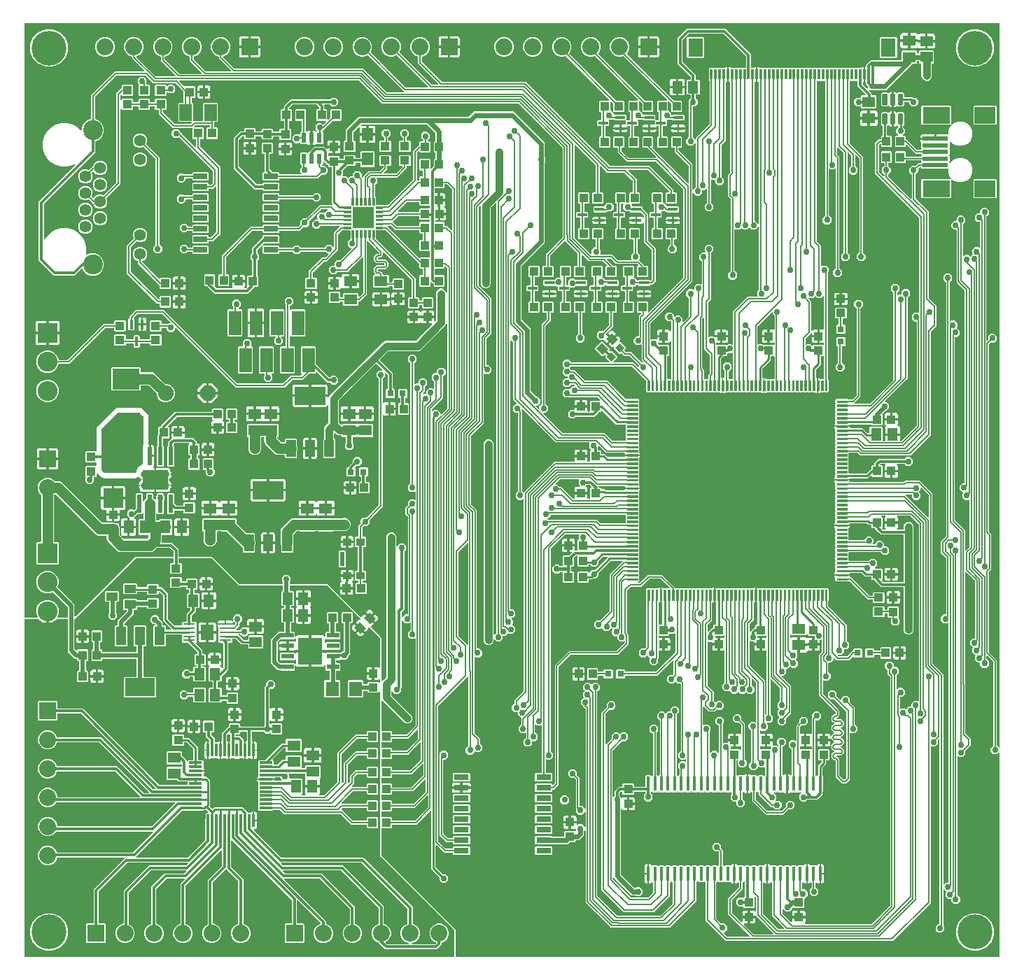
<source format=gbr>
G04 EAGLE Gerber RS-274X export*
G75*
%MOMM*%
%FSLAX34Y34*%
%LPD*%
%INTop Copper*%
%IPPOS*%
%AMOC8*
5,1,8,0,0,1.08239X$1,22.5*%
G01*
%ADD10R,1.080000X1.050000*%
%ADD11R,1.050000X1.080000*%
%ADD12R,1.600000X1.300000*%
%ADD13R,1.300000X1.600000*%
%ADD14R,1.500000X1.300000*%
%ADD15R,0.300000X1.600000*%
%ADD16R,1.600000X0.300000*%
%ADD17R,1.422400X0.279400*%
%ADD18R,1.574800X1.879600*%
%ADD19R,1.000000X1.100000*%
%ADD20R,1.219200X2.235200*%
%ADD21R,3.600000X2.200000*%
%ADD22R,1.400000X1.000000*%
%ADD23R,1.100000X1.000000*%
%ADD24R,1.300000X1.500000*%
%ADD25R,1.500000X0.600000*%
%ADD26R,2.950000X3.300000*%
%ADD27R,1.600000X1.800000*%
%ADD28R,0.300000X1.300000*%
%ADD29R,1.800000X2.200000*%
%ADD30R,0.400000X1.800000*%
%ADD31R,2.032000X2.032000*%
%ADD32C,2.032000*%
%ADD33R,1.000000X0.900000*%
%ADD34R,0.550000X1.700000*%
%ADD35R,0.800000X0.800000*%
%ADD36C,0.075000*%
%ADD37R,1.800000X0.700000*%
%ADD38R,1.500000X3.000000*%
%ADD39R,2.500000X2.000000*%
%ADD40R,3.300000X2.000000*%
%ADD41R,3.100000X0.500000*%
%ADD42C,0.300000*%
%ADD43R,2.413000X2.413000*%
%ADD44C,2.413000*%
%ADD45C,0.018200*%
%ADD46R,2.500000X2.500000*%
%ADD47R,0.600000X1.200000*%
%ADD48R,1.670000X0.760000*%
%ADD49R,1.600000X1.250000*%
%ADD50R,1.400000X1.600000*%
%ADD51C,2.400000*%
%ADD52C,1.408000*%
%ADD53R,1.500000X2.000000*%
%ADD54R,0.500000X2.200000*%
%ADD55R,3.100000X2.400000*%
%ADD56C,0.838000*%
%ADD57R,2.400000X2.400000*%
%ADD58C,1.905000*%
%ADD59P,2.061953X8X22.500000*%
%ADD60R,3.250000X2.500000*%
%ADD61R,1.143000X2.032000*%
%ADD62R,3.700000X2.200000*%
%ADD63R,1.168400X0.406400*%
%ADD64R,0.406400X1.168400*%
%ADD65R,0.800000X0.800000*%
%ADD66C,0.304800*%
%ADD67C,0.254000*%
%ADD68C,0.203200*%
%ADD69C,0.756400*%
%ADD70C,0.406400*%
%ADD71C,0.914400*%
%ADD72C,0.609600*%
%ADD73C,1.270000*%
%ADD74C,0.152400*%
%ADD75C,0.508000*%
%ADD76C,0.355600*%
%ADD77C,4.216000*%

G36*
X887262Y34048D02*
X887262Y34048D01*
X887334Y34050D01*
X887383Y34068D01*
X887434Y34076D01*
X887498Y34110D01*
X887565Y34135D01*
X887606Y34167D01*
X887652Y34192D01*
X887701Y34244D01*
X887757Y34288D01*
X887785Y34332D01*
X887821Y34370D01*
X887851Y34435D01*
X887890Y34495D01*
X887903Y34546D01*
X887925Y34593D01*
X887933Y34664D01*
X887950Y34734D01*
X887946Y34786D01*
X887952Y34837D01*
X887937Y34908D01*
X887931Y34979D01*
X887911Y35027D01*
X887900Y35078D01*
X887863Y35139D01*
X887835Y35205D01*
X887790Y35261D01*
X887773Y35289D01*
X887756Y35304D01*
X887730Y35336D01*
X862876Y60190D01*
X861313Y61753D01*
X861313Y80322D01*
X874290Y93299D01*
X874343Y93373D01*
X874403Y93443D01*
X874415Y93473D01*
X874434Y93499D01*
X874461Y93586D01*
X874495Y93671D01*
X874499Y93712D01*
X874506Y93734D01*
X874505Y93766D01*
X874513Y93838D01*
X874513Y99415D01*
X874499Y99505D01*
X874491Y99596D01*
X874479Y99626D01*
X874474Y99658D01*
X874431Y99738D01*
X874395Y99822D01*
X874369Y99855D01*
X874358Y99875D01*
X874335Y99897D01*
X874290Y99953D01*
X874036Y100207D01*
X873940Y100276D01*
X873844Y100347D01*
X873840Y100349D01*
X873837Y100351D01*
X873723Y100386D01*
X873610Y100422D01*
X873605Y100422D01*
X873602Y100423D01*
X873483Y100420D01*
X873364Y100418D01*
X873360Y100417D01*
X873356Y100417D01*
X873245Y100376D01*
X873132Y100337D01*
X873129Y100334D01*
X873125Y100333D01*
X873032Y100258D01*
X872938Y100185D01*
X872935Y100181D01*
X872933Y100179D01*
X872925Y100167D01*
X872839Y100050D01*
X872833Y100040D01*
X872360Y99567D01*
X871781Y99232D01*
X871134Y99059D01*
X869799Y99059D01*
X869799Y110362D01*
X869796Y110381D01*
X869798Y110401D01*
X869776Y110503D01*
X869760Y110605D01*
X869759Y110606D01*
X869771Y110633D01*
X869773Y110653D01*
X869781Y110671D01*
X869799Y110838D01*
X869799Y122141D01*
X871134Y122141D01*
X871781Y121968D01*
X872360Y121633D01*
X872833Y121160D01*
X872839Y121150D01*
X872914Y121059D01*
X872988Y120965D01*
X872992Y120963D01*
X872995Y120960D01*
X873094Y120897D01*
X873195Y120832D01*
X873199Y120831D01*
X873203Y120829D01*
X873318Y120801D01*
X873434Y120772D01*
X873438Y120773D01*
X873442Y120772D01*
X873561Y120782D01*
X873679Y120791D01*
X873683Y120793D01*
X873687Y120793D01*
X873795Y120841D01*
X873905Y120888D01*
X873909Y120891D01*
X873912Y120892D01*
X873922Y120901D01*
X874036Y120993D01*
X874168Y121125D01*
X879432Y121125D01*
X880262Y120295D01*
X880278Y120283D01*
X880290Y120267D01*
X880378Y120211D01*
X880461Y120151D01*
X880480Y120145D01*
X880497Y120134D01*
X880598Y120109D01*
X880697Y120079D01*
X880716Y120079D01*
X880736Y120074D01*
X880839Y120082D01*
X880942Y120085D01*
X880961Y120092D01*
X880981Y120093D01*
X881076Y120134D01*
X881173Y120169D01*
X881189Y120182D01*
X881207Y120190D01*
X881338Y120295D01*
X882168Y121125D01*
X887432Y121125D01*
X888262Y120295D01*
X888278Y120283D01*
X888290Y120267D01*
X888378Y120211D01*
X888461Y120151D01*
X888480Y120145D01*
X888497Y120134D01*
X888598Y120109D01*
X888697Y120079D01*
X888716Y120079D01*
X888736Y120074D01*
X888839Y120082D01*
X888942Y120085D01*
X888961Y120092D01*
X888981Y120093D01*
X889076Y120134D01*
X889173Y120169D01*
X889189Y120182D01*
X889207Y120190D01*
X889338Y120295D01*
X890168Y121125D01*
X895432Y121125D01*
X896262Y120295D01*
X896278Y120283D01*
X896290Y120267D01*
X896378Y120211D01*
X896461Y120151D01*
X896480Y120145D01*
X896497Y120134D01*
X896598Y120109D01*
X896697Y120079D01*
X896716Y120079D01*
X896736Y120074D01*
X896839Y120082D01*
X896942Y120085D01*
X896961Y120092D01*
X896981Y120093D01*
X897076Y120134D01*
X897173Y120169D01*
X897189Y120182D01*
X897207Y120190D01*
X897338Y120295D01*
X898168Y121125D01*
X903432Y121125D01*
X903564Y120993D01*
X903659Y120924D01*
X903756Y120853D01*
X903760Y120851D01*
X903763Y120849D01*
X903877Y120814D01*
X903990Y120778D01*
X903995Y120778D01*
X903998Y120777D01*
X904117Y120780D01*
X904236Y120782D01*
X904240Y120783D01*
X904244Y120783D01*
X904355Y120824D01*
X904468Y120863D01*
X904471Y120866D01*
X904475Y120867D01*
X904568Y120942D01*
X904662Y121015D01*
X904665Y121019D01*
X904667Y121021D01*
X904675Y121033D01*
X904761Y121150D01*
X904767Y121160D01*
X905240Y121633D01*
X905819Y121968D01*
X906466Y122141D01*
X907801Y122141D01*
X907801Y110838D01*
X907804Y110819D01*
X907802Y110799D01*
X907824Y110697D01*
X907840Y110595D01*
X907841Y110594D01*
X907829Y110567D01*
X907827Y110547D01*
X907819Y110529D01*
X907801Y110362D01*
X907801Y99059D01*
X906466Y99059D01*
X905819Y99232D01*
X905240Y99567D01*
X905054Y99753D01*
X904996Y99795D01*
X904944Y99844D01*
X904897Y99866D01*
X904854Y99896D01*
X904786Y99917D01*
X904721Y99948D01*
X904669Y99953D01*
X904619Y99969D01*
X904548Y99967D01*
X904476Y99975D01*
X904425Y99964D01*
X904373Y99962D01*
X904306Y99938D01*
X904236Y99923D01*
X904191Y99896D01*
X904142Y99878D01*
X904086Y99833D01*
X904025Y99796D01*
X903991Y99757D01*
X903950Y99724D01*
X903912Y99664D01*
X903865Y99609D01*
X903845Y99561D01*
X903817Y99517D01*
X903800Y99448D01*
X903773Y99381D01*
X903765Y99310D01*
X903757Y99279D01*
X903759Y99255D01*
X903755Y99215D01*
X903755Y62155D01*
X903769Y62065D01*
X903776Y61974D01*
X903789Y61945D01*
X903794Y61913D01*
X903837Y61832D01*
X903873Y61748D01*
X903898Y61716D01*
X903909Y61695D01*
X903933Y61673D01*
X903977Y61617D01*
X921810Y43785D01*
X921884Y43732D01*
X921953Y43672D01*
X921983Y43660D01*
X922010Y43641D01*
X922096Y43614D01*
X922181Y43580D01*
X922222Y43576D01*
X922245Y43569D01*
X922277Y43570D01*
X922348Y43562D01*
X928467Y43562D01*
X928537Y43573D01*
X928609Y43575D01*
X928658Y43593D01*
X928709Y43601D01*
X928773Y43635D01*
X928840Y43660D01*
X928881Y43692D01*
X928927Y43717D01*
X928976Y43769D01*
X929032Y43813D01*
X929060Y43857D01*
X929096Y43895D01*
X929126Y43960D01*
X929165Y44020D01*
X929178Y44071D01*
X929200Y44118D01*
X929208Y44189D01*
X929225Y44259D01*
X929221Y44311D01*
X929227Y44362D01*
X929212Y44433D01*
X929206Y44504D01*
X929186Y44552D01*
X929175Y44603D01*
X929138Y44664D01*
X929110Y44730D01*
X929065Y44786D01*
X929048Y44814D01*
X929031Y44829D01*
X929005Y44861D01*
X916076Y57790D01*
X914513Y59353D01*
X914513Y99415D01*
X914499Y99505D01*
X914491Y99596D01*
X914479Y99626D01*
X914474Y99658D01*
X914431Y99739D01*
X914395Y99822D01*
X914369Y99855D01*
X914358Y99875D01*
X914335Y99897D01*
X914290Y99953D01*
X914036Y100207D01*
X913941Y100276D01*
X913844Y100347D01*
X913840Y100349D01*
X913837Y100351D01*
X913724Y100386D01*
X913610Y100422D01*
X913605Y100422D01*
X913601Y100423D01*
X913483Y100420D01*
X913364Y100418D01*
X913360Y100417D01*
X913356Y100417D01*
X913243Y100376D01*
X913132Y100337D01*
X913129Y100334D01*
X913125Y100333D01*
X913031Y100258D01*
X912938Y100185D01*
X912935Y100181D01*
X912933Y100179D01*
X912925Y100167D01*
X912839Y100050D01*
X912833Y100040D01*
X912360Y99567D01*
X911781Y99232D01*
X911134Y99059D01*
X909799Y99059D01*
X909799Y110362D01*
X909796Y110381D01*
X909798Y110401D01*
X909776Y110503D01*
X909760Y110605D01*
X909759Y110606D01*
X909771Y110633D01*
X909773Y110653D01*
X909781Y110671D01*
X909799Y110838D01*
X909799Y122141D01*
X911134Y122141D01*
X911781Y121968D01*
X912360Y121633D01*
X912833Y121160D01*
X912839Y121150D01*
X912914Y121059D01*
X912988Y120965D01*
X912992Y120963D01*
X912995Y120960D01*
X913094Y120897D01*
X913195Y120832D01*
X913199Y120831D01*
X913203Y120829D01*
X913318Y120801D01*
X913434Y120772D01*
X913438Y120773D01*
X913442Y120772D01*
X913561Y120782D01*
X913679Y120791D01*
X913683Y120793D01*
X913687Y120793D01*
X913795Y120841D01*
X913905Y120888D01*
X913909Y120891D01*
X913912Y120892D01*
X913922Y120901D01*
X914036Y120993D01*
X914168Y121125D01*
X919432Y121125D01*
X920262Y120295D01*
X920278Y120283D01*
X920290Y120267D01*
X920378Y120211D01*
X920461Y120151D01*
X920480Y120145D01*
X920497Y120134D01*
X920598Y120109D01*
X920697Y120079D01*
X920716Y120079D01*
X920736Y120074D01*
X920839Y120082D01*
X920942Y120085D01*
X920961Y120092D01*
X920981Y120093D01*
X921076Y120134D01*
X921173Y120169D01*
X921189Y120182D01*
X921207Y120190D01*
X921338Y120295D01*
X922168Y121125D01*
X927432Y121125D01*
X928262Y120295D01*
X928278Y120283D01*
X928290Y120267D01*
X928378Y120211D01*
X928461Y120151D01*
X928480Y120145D01*
X928497Y120134D01*
X928598Y120109D01*
X928697Y120079D01*
X928716Y120079D01*
X928736Y120074D01*
X928839Y120082D01*
X928942Y120085D01*
X928961Y120092D01*
X928981Y120093D01*
X929076Y120134D01*
X929173Y120169D01*
X929189Y120182D01*
X929207Y120190D01*
X929338Y120295D01*
X930168Y121125D01*
X935432Y121125D01*
X936262Y120295D01*
X936278Y120283D01*
X936290Y120267D01*
X936378Y120211D01*
X936461Y120151D01*
X936480Y120145D01*
X936497Y120134D01*
X936598Y120109D01*
X936697Y120079D01*
X936716Y120079D01*
X936736Y120074D01*
X936839Y120082D01*
X936942Y120085D01*
X936961Y120092D01*
X936981Y120093D01*
X937076Y120134D01*
X937173Y120169D01*
X937189Y120182D01*
X937207Y120190D01*
X937338Y120295D01*
X938168Y121125D01*
X943432Y121125D01*
X944262Y120295D01*
X944278Y120283D01*
X944290Y120267D01*
X944378Y120211D01*
X944461Y120151D01*
X944480Y120145D01*
X944497Y120134D01*
X944598Y120109D01*
X944697Y120079D01*
X944716Y120079D01*
X944736Y120074D01*
X944839Y120082D01*
X944942Y120085D01*
X944961Y120092D01*
X944981Y120093D01*
X945076Y120134D01*
X945173Y120169D01*
X945189Y120182D01*
X945207Y120190D01*
X945338Y120295D01*
X946168Y121125D01*
X951432Y121125D01*
X951564Y120993D01*
X951659Y120924D01*
X951756Y120853D01*
X951760Y120851D01*
X951763Y120849D01*
X951877Y120814D01*
X951990Y120778D01*
X951995Y120778D01*
X951998Y120777D01*
X952117Y120780D01*
X952236Y120782D01*
X952240Y120783D01*
X952244Y120783D01*
X952355Y120824D01*
X952468Y120863D01*
X952471Y120866D01*
X952475Y120867D01*
X952568Y120942D01*
X952662Y121015D01*
X952665Y121019D01*
X952667Y121021D01*
X952675Y121033D01*
X952761Y121150D01*
X952767Y121160D01*
X953240Y121633D01*
X953819Y121968D01*
X954466Y122141D01*
X955801Y122141D01*
X955801Y110838D01*
X955804Y110819D01*
X955802Y110799D01*
X955824Y110697D01*
X955840Y110595D01*
X955841Y110594D01*
X955829Y110567D01*
X955827Y110547D01*
X955819Y110529D01*
X955801Y110362D01*
X955801Y99059D01*
X954466Y99059D01*
X953819Y99232D01*
X953240Y99567D01*
X952767Y100040D01*
X952761Y100050D01*
X952687Y100141D01*
X952612Y100235D01*
X952608Y100237D01*
X952605Y100240D01*
X952506Y100302D01*
X952405Y100368D01*
X952401Y100369D01*
X952397Y100371D01*
X952282Y100398D01*
X952166Y100428D01*
X952162Y100427D01*
X952158Y100428D01*
X952039Y100418D01*
X951921Y100409D01*
X951917Y100407D01*
X951913Y100407D01*
X951803Y100359D01*
X951695Y100312D01*
X951691Y100309D01*
X951688Y100308D01*
X951677Y100298D01*
X951564Y100207D01*
X951310Y99953D01*
X951257Y99879D01*
X951197Y99810D01*
X951185Y99780D01*
X951166Y99754D01*
X951139Y99667D01*
X951105Y99582D01*
X951101Y99541D01*
X951094Y99519D01*
X951095Y99486D01*
X951087Y99415D01*
X951087Y92349D01*
X951088Y92340D01*
X951088Y92336D01*
X951090Y92327D01*
X951088Y92310D01*
X951110Y92208D01*
X951126Y92106D01*
X951136Y92089D01*
X951140Y92069D01*
X951193Y91980D01*
X951242Y91889D01*
X951256Y91875D01*
X951266Y91858D01*
X951345Y91791D01*
X951420Y91719D01*
X951438Y91711D01*
X951453Y91698D01*
X951549Y91659D01*
X951643Y91616D01*
X951663Y91614D01*
X951681Y91606D01*
X951848Y91588D01*
X954261Y91588D01*
X957370Y88479D01*
X957370Y84083D01*
X954083Y80796D01*
X954030Y80722D01*
X953970Y80652D01*
X953958Y80622D01*
X953939Y80596D01*
X953912Y80509D01*
X953878Y80424D01*
X953874Y80383D01*
X953867Y80361D01*
X953868Y80329D01*
X953860Y80258D01*
X953860Y69843D01*
X952967Y68950D01*
X940903Y68950D01*
X940499Y69355D01*
X940482Y69367D01*
X940470Y69382D01*
X940383Y69438D01*
X940299Y69499D01*
X940280Y69505D01*
X940263Y69515D01*
X940163Y69541D01*
X940064Y69571D01*
X940044Y69571D01*
X940024Y69575D01*
X939921Y69567D01*
X939818Y69565D01*
X939799Y69558D01*
X939779Y69556D01*
X939684Y69516D01*
X939587Y69480D01*
X939571Y69468D01*
X939553Y69460D01*
X939422Y69355D01*
X938980Y68913D01*
X938926Y68839D01*
X938867Y68769D01*
X938855Y68739D01*
X938836Y68713D01*
X938809Y68626D01*
X938775Y68541D01*
X938771Y68500D01*
X938764Y68478D01*
X938765Y68446D01*
X938757Y68375D01*
X938757Y67652D01*
X935648Y64543D01*
X931252Y64543D01*
X928386Y67409D01*
X928328Y67451D01*
X928276Y67500D01*
X928229Y67522D01*
X928187Y67552D01*
X928118Y67574D01*
X928053Y67604D01*
X928001Y67609D01*
X927951Y67625D01*
X927880Y67623D01*
X927809Y67631D01*
X927758Y67620D01*
X927706Y67618D01*
X927638Y67594D01*
X927568Y67579D01*
X927523Y67552D01*
X927475Y67534D01*
X927419Y67489D01*
X927357Y67452D01*
X927323Y67413D01*
X927283Y67380D01*
X927244Y67320D01*
X927197Y67265D01*
X927178Y67217D01*
X927150Y67173D01*
X927132Y67104D01*
X927105Y67037D01*
X927097Y66966D01*
X927089Y66935D01*
X927091Y66912D01*
X927087Y66871D01*
X927087Y63088D01*
X927101Y62997D01*
X927109Y62907D01*
X927121Y62877D01*
X927126Y62845D01*
X927169Y62764D01*
X927205Y62680D01*
X927231Y62648D01*
X927242Y62627D01*
X927265Y62605D01*
X927310Y62549D01*
X937695Y52164D01*
X937753Y52122D01*
X937805Y52073D01*
X937852Y52051D01*
X937894Y52021D01*
X937963Y52000D01*
X938028Y51969D01*
X938080Y51964D01*
X938130Y51948D01*
X938201Y51950D01*
X938272Y51942D01*
X938323Y51953D01*
X938375Y51955D01*
X938443Y51979D01*
X938513Y51994D01*
X938558Y52021D01*
X938606Y52039D01*
X938662Y52084D01*
X938724Y52121D01*
X938758Y52160D01*
X938798Y52193D01*
X938837Y52253D01*
X938884Y52308D01*
X938903Y52356D01*
X938931Y52400D01*
X938949Y52469D01*
X938976Y52536D01*
X938984Y52607D01*
X938992Y52638D01*
X938990Y52662D01*
X938994Y52702D01*
X938994Y56702D01*
X946173Y56702D01*
X946193Y56705D01*
X946212Y56703D01*
X946314Y56725D01*
X946416Y56742D01*
X946433Y56751D01*
X946453Y56755D01*
X946542Y56808D01*
X946633Y56857D01*
X946647Y56871D01*
X946664Y56881D01*
X946731Y56960D01*
X946802Y57035D01*
X946811Y57053D01*
X946824Y57068D01*
X946863Y57164D01*
X946906Y57258D01*
X946908Y57278D01*
X946916Y57296D01*
X946934Y57463D01*
X946934Y58226D01*
X946936Y58226D01*
X946936Y57463D01*
X946939Y57443D01*
X946937Y57424D01*
X946959Y57322D01*
X946976Y57220D01*
X946985Y57203D01*
X946989Y57183D01*
X947042Y57094D01*
X947091Y57003D01*
X947105Y56989D01*
X947115Y56972D01*
X947194Y56905D01*
X947269Y56834D01*
X947287Y56825D01*
X947302Y56812D01*
X947398Y56773D01*
X947492Y56730D01*
X947512Y56728D01*
X947530Y56720D01*
X947697Y56702D01*
X954876Y56702D01*
X954876Y52641D01*
X954703Y51994D01*
X954368Y51415D01*
X954037Y51084D01*
X953996Y51026D01*
X953946Y50974D01*
X953924Y50927D01*
X953894Y50885D01*
X953873Y50816D01*
X953843Y50751D01*
X953837Y50699D01*
X953821Y50649D01*
X953823Y50578D01*
X953815Y50507D01*
X953827Y50456D01*
X953828Y50404D01*
X953852Y50336D01*
X953868Y50266D01*
X953894Y50221D01*
X953912Y50173D01*
X953957Y50117D01*
X953994Y50055D01*
X954033Y50021D01*
X954066Y49981D01*
X954126Y49942D01*
X954181Y49895D01*
X954229Y49876D01*
X954273Y49848D01*
X954342Y49830D01*
X954409Y49803D01*
X954480Y49795D01*
X954511Y49787D01*
X954535Y49789D01*
X954576Y49785D01*
X1034900Y49785D01*
X1034990Y49799D01*
X1035081Y49807D01*
X1035111Y49819D01*
X1035143Y49824D01*
X1035223Y49867D01*
X1035307Y49903D01*
X1035339Y49929D01*
X1035360Y49940D01*
X1035382Y49963D01*
X1035438Y50008D01*
X1057140Y71710D01*
X1057193Y71784D01*
X1057253Y71853D01*
X1057265Y71883D01*
X1057284Y71910D01*
X1057311Y71996D01*
X1057345Y72081D01*
X1057349Y72122D01*
X1057356Y72145D01*
X1057355Y72177D01*
X1057363Y72248D01*
X1057363Y348931D01*
X1057361Y348945D01*
X1057362Y348956D01*
X1057350Y349015D01*
X1057349Y349021D01*
X1057341Y349112D01*
X1057329Y349142D01*
X1057324Y349174D01*
X1057281Y349254D01*
X1057245Y349338D01*
X1057219Y349370D01*
X1057208Y349391D01*
X1057185Y349413D01*
X1057140Y349469D01*
X1054470Y352139D01*
X1054470Y356135D01*
X1054456Y356225D01*
X1054448Y356316D01*
X1054436Y356345D01*
X1054431Y356377D01*
X1054388Y356458D01*
X1054352Y356542D01*
X1054326Y356574D01*
X1054315Y356595D01*
X1054292Y356617D01*
X1054247Y356673D01*
X1051092Y359828D01*
X1051092Y364224D01*
X1054201Y367333D01*
X1058597Y367333D01*
X1061706Y364224D01*
X1061706Y361668D01*
X1061709Y361648D01*
X1061707Y361629D01*
X1061729Y361527D01*
X1061745Y361425D01*
X1061755Y361408D01*
X1061759Y361388D01*
X1061812Y361299D01*
X1061860Y361208D01*
X1061875Y361194D01*
X1061885Y361177D01*
X1061964Y361110D01*
X1062039Y361038D01*
X1062057Y361030D01*
X1062072Y361017D01*
X1062168Y360978D01*
X1062262Y360935D01*
X1062282Y360933D01*
X1062300Y360925D01*
X1062467Y360907D01*
X1065023Y360907D01*
X1068132Y357798D01*
X1068132Y353402D01*
X1065335Y350605D01*
X1065282Y350531D01*
X1065222Y350461D01*
X1065210Y350431D01*
X1065191Y350405D01*
X1065164Y350318D01*
X1065130Y350233D01*
X1065126Y350192D01*
X1065119Y350170D01*
X1065120Y350138D01*
X1065112Y350067D01*
X1065112Y334679D01*
X1065123Y334609D01*
X1065125Y334537D01*
X1065143Y334488D01*
X1065151Y334437D01*
X1065185Y334373D01*
X1065210Y334306D01*
X1065242Y334265D01*
X1065267Y334219D01*
X1065319Y334170D01*
X1065363Y334114D01*
X1065407Y334086D01*
X1065445Y334050D01*
X1065510Y334020D01*
X1065570Y333981D01*
X1065621Y333968D01*
X1065668Y333946D01*
X1065739Y333938D01*
X1065809Y333921D01*
X1065861Y333925D01*
X1065912Y333919D01*
X1065983Y333934D01*
X1066054Y333940D01*
X1066102Y333960D01*
X1066153Y333971D01*
X1066214Y334008D01*
X1066280Y334036D01*
X1066336Y334081D01*
X1066364Y334098D01*
X1066379Y334115D01*
X1066411Y334141D01*
X1067777Y335507D01*
X1072173Y335507D01*
X1075282Y332398D01*
X1075282Y328002D01*
X1072173Y324893D01*
X1070049Y324893D01*
X1070029Y324890D01*
X1070010Y324892D01*
X1069908Y324870D01*
X1069806Y324854D01*
X1069789Y324844D01*
X1069769Y324840D01*
X1069680Y324787D01*
X1069589Y324738D01*
X1069575Y324724D01*
X1069558Y324714D01*
X1069491Y324635D01*
X1069419Y324560D01*
X1069411Y324542D01*
X1069398Y324527D01*
X1069359Y324431D01*
X1069316Y324337D01*
X1069314Y324317D01*
X1069306Y324299D01*
X1069288Y324132D01*
X1069288Y310643D01*
X1069299Y310573D01*
X1069301Y310501D01*
X1069319Y310452D01*
X1069327Y310401D01*
X1069361Y310337D01*
X1069386Y310270D01*
X1069418Y310229D01*
X1069443Y310183D01*
X1069495Y310134D01*
X1069539Y310078D01*
X1069583Y310050D01*
X1069621Y310014D01*
X1069686Y309984D01*
X1069746Y309945D01*
X1069797Y309932D01*
X1069844Y309910D01*
X1069915Y309902D01*
X1069985Y309885D01*
X1070037Y309889D01*
X1070088Y309883D01*
X1070159Y309898D01*
X1070230Y309904D01*
X1070278Y309924D01*
X1070329Y309935D01*
X1070390Y309972D01*
X1070456Y310000D01*
X1070512Y310045D01*
X1070540Y310062D01*
X1070555Y310079D01*
X1070587Y310105D01*
X1070871Y310389D01*
X1075267Y310389D01*
X1075845Y309810D01*
X1075862Y309799D01*
X1075874Y309783D01*
X1075961Y309727D01*
X1076045Y309667D01*
X1076064Y309661D01*
X1076081Y309650D01*
X1076181Y309625D01*
X1076280Y309595D01*
X1076300Y309595D01*
X1076319Y309590D01*
X1076422Y309598D01*
X1076526Y309601D01*
X1076545Y309608D01*
X1076565Y309609D01*
X1076660Y309650D01*
X1076757Y309685D01*
X1076773Y309698D01*
X1076791Y309706D01*
X1076922Y309810D01*
X1079959Y312847D01*
X1082157Y312847D01*
X1082177Y312851D01*
X1082196Y312848D01*
X1082298Y312870D01*
X1082400Y312887D01*
X1082417Y312896D01*
X1082437Y312901D01*
X1082526Y312954D01*
X1082617Y313002D01*
X1082631Y313017D01*
X1082648Y313027D01*
X1082715Y313106D01*
X1082787Y313181D01*
X1082795Y313199D01*
X1082808Y313214D01*
X1082847Y313310D01*
X1082890Y313404D01*
X1082892Y313423D01*
X1082900Y313442D01*
X1082918Y313609D01*
X1082918Y316523D01*
X1086027Y319632D01*
X1090423Y319632D01*
X1090707Y319348D01*
X1090765Y319306D01*
X1090817Y319257D01*
X1090864Y319235D01*
X1090906Y319205D01*
X1090975Y319183D01*
X1091040Y319153D01*
X1091092Y319148D01*
X1091142Y319132D01*
X1091213Y319134D01*
X1091284Y319126D01*
X1091335Y319137D01*
X1091387Y319139D01*
X1091455Y319163D01*
X1091525Y319178D01*
X1091570Y319205D01*
X1091618Y319223D01*
X1091674Y319268D01*
X1091736Y319305D01*
X1091770Y319344D01*
X1091810Y319377D01*
X1091849Y319437D01*
X1091896Y319492D01*
X1091915Y319540D01*
X1091943Y319584D01*
X1091961Y319653D01*
X1091988Y319720D01*
X1091996Y319791D01*
X1092004Y319822D01*
X1092002Y319845D01*
X1092006Y319886D01*
X1092006Y533219D01*
X1091992Y533310D01*
X1091984Y533400D01*
X1091972Y533430D01*
X1091967Y533462D01*
X1091924Y533543D01*
X1091888Y533627D01*
X1091862Y533659D01*
X1091851Y533680D01*
X1091828Y533702D01*
X1091783Y533758D01*
X1081951Y543590D01*
X1081877Y543643D01*
X1081807Y543703D01*
X1081777Y543715D01*
X1081751Y543734D01*
X1081664Y543761D01*
X1081579Y543795D01*
X1081538Y543799D01*
X1081516Y543806D01*
X1081484Y543805D01*
X1081412Y543813D01*
X1066659Y543813D01*
X1066589Y543802D01*
X1066517Y543800D01*
X1066468Y543782D01*
X1066417Y543774D01*
X1066353Y543740D01*
X1066286Y543715D01*
X1066245Y543683D01*
X1066199Y543658D01*
X1066150Y543606D01*
X1066094Y543562D01*
X1066066Y543518D01*
X1066030Y543480D01*
X1066000Y543415D01*
X1065961Y543355D01*
X1065948Y543304D01*
X1065926Y543257D01*
X1065918Y543186D01*
X1065901Y543116D01*
X1065905Y543064D01*
X1065899Y543013D01*
X1065914Y542942D01*
X1065920Y542871D01*
X1065940Y542823D01*
X1065951Y542772D01*
X1065988Y542711D01*
X1066016Y542645D01*
X1066061Y542589D01*
X1066078Y542561D01*
X1066091Y542550D01*
X1066094Y542545D01*
X1066101Y542539D01*
X1066121Y542514D01*
X1066158Y542477D01*
X1066493Y541897D01*
X1066666Y541251D01*
X1066666Y537040D01*
X1059637Y537040D01*
X1059617Y537037D01*
X1059598Y537039D01*
X1059496Y537017D01*
X1059394Y537000D01*
X1059377Y536991D01*
X1059357Y536987D01*
X1059268Y536933D01*
X1059177Y536885D01*
X1059163Y536871D01*
X1059146Y536860D01*
X1059079Y536782D01*
X1059008Y536707D01*
X1058999Y536689D01*
X1058986Y536673D01*
X1058947Y536577D01*
X1058904Y536484D01*
X1058902Y536464D01*
X1058894Y536445D01*
X1058876Y536279D01*
X1058876Y534755D01*
X1058879Y534735D01*
X1058877Y534715D01*
X1058899Y534614D01*
X1058916Y534512D01*
X1058925Y534494D01*
X1058929Y534475D01*
X1058982Y534386D01*
X1059031Y534295D01*
X1059045Y534281D01*
X1059055Y534264D01*
X1059134Y534196D01*
X1059209Y534125D01*
X1059227Y534117D01*
X1059242Y534104D01*
X1059338Y534065D01*
X1059432Y534022D01*
X1059452Y534019D01*
X1059470Y534012D01*
X1059637Y533993D01*
X1066666Y533993D01*
X1066666Y529782D01*
X1066493Y529136D01*
X1066158Y528557D01*
X1065825Y528223D01*
X1065783Y528165D01*
X1065733Y528113D01*
X1065712Y528066D01*
X1065681Y528024D01*
X1065660Y527955D01*
X1065630Y527890D01*
X1065624Y527838D01*
X1065609Y527788D01*
X1065611Y527717D01*
X1065603Y527646D01*
X1065614Y527595D01*
X1065615Y527543D01*
X1065640Y527475D01*
X1065655Y527405D01*
X1065682Y527360D01*
X1065700Y527312D01*
X1065744Y527256D01*
X1065781Y527194D01*
X1065821Y527160D01*
X1065853Y527120D01*
X1065914Y527081D01*
X1065968Y527034D01*
X1066016Y527015D01*
X1066060Y526987D01*
X1066130Y526969D01*
X1066196Y526942D01*
X1066268Y526934D01*
X1066299Y526926D01*
X1066322Y526928D01*
X1066363Y526924D01*
X1072642Y526924D01*
X1072662Y526927D01*
X1072681Y526925D01*
X1072783Y526947D01*
X1072885Y526963D01*
X1072902Y526973D01*
X1072922Y526977D01*
X1073011Y527030D01*
X1073102Y527079D01*
X1073116Y527093D01*
X1073133Y527103D01*
X1073200Y527182D01*
X1073272Y527257D01*
X1073280Y527275D01*
X1073293Y527290D01*
X1073332Y527386D01*
X1073375Y527480D01*
X1073377Y527500D01*
X1073385Y527518D01*
X1073403Y527685D01*
X1073403Y531438D01*
X1074331Y533679D01*
X1076046Y535394D01*
X1078287Y536322D01*
X1080713Y536322D01*
X1082954Y535394D01*
X1084669Y533679D01*
X1085597Y531438D01*
X1085597Y405187D01*
X1084669Y402946D01*
X1082954Y401231D01*
X1080713Y400303D01*
X1078287Y400303D01*
X1076046Y401231D01*
X1074331Y402946D01*
X1073403Y405187D01*
X1073403Y456565D01*
X1073400Y456585D01*
X1073402Y456604D01*
X1073380Y456706D01*
X1073364Y456808D01*
X1073354Y456825D01*
X1073350Y456845D01*
X1073297Y456934D01*
X1073248Y457025D01*
X1073234Y457039D01*
X1073224Y457056D01*
X1073145Y457123D01*
X1073070Y457195D01*
X1073052Y457203D01*
X1073037Y457216D01*
X1072941Y457255D01*
X1072847Y457298D01*
X1072827Y457300D01*
X1072809Y457308D01*
X1072642Y457326D01*
X1046487Y457326D01*
X1038309Y465505D01*
X1038303Y465530D01*
X1038287Y465632D01*
X1038277Y465649D01*
X1038273Y465669D01*
X1038220Y465758D01*
X1038171Y465849D01*
X1038157Y465863D01*
X1038147Y465880D01*
X1038068Y465947D01*
X1037993Y466019D01*
X1037975Y466027D01*
X1037960Y466040D01*
X1037864Y466079D01*
X1037770Y466122D01*
X1037750Y466124D01*
X1037732Y466132D01*
X1037565Y466150D01*
X1035493Y466150D01*
X1034600Y467043D01*
X1034600Y469519D01*
X1034597Y469539D01*
X1034599Y469558D01*
X1034577Y469660D01*
X1034561Y469762D01*
X1034551Y469779D01*
X1034547Y469799D01*
X1034494Y469888D01*
X1034445Y469979D01*
X1034431Y469993D01*
X1034421Y470010D01*
X1034342Y470077D01*
X1034267Y470149D01*
X1034249Y470157D01*
X1034234Y470170D01*
X1034138Y470209D01*
X1034044Y470252D01*
X1034024Y470254D01*
X1034006Y470262D01*
X1033839Y470280D01*
X1026742Y470280D01*
X1022865Y474157D01*
X1022791Y474210D01*
X1022722Y474270D01*
X1022692Y474282D01*
X1022666Y474301D01*
X1022579Y474328D01*
X1022494Y474362D01*
X1022453Y474366D01*
X1022431Y474373D01*
X1022398Y474372D01*
X1022327Y474380D01*
X1008927Y474380D01*
X1008907Y474377D01*
X1008888Y474379D01*
X1008786Y474357D01*
X1008684Y474341D01*
X1008667Y474331D01*
X1008647Y474327D01*
X1008558Y474274D01*
X1008467Y474225D01*
X1008453Y474211D01*
X1008436Y474201D01*
X1008369Y474122D01*
X1008297Y474047D01*
X1008289Y474029D01*
X1008276Y474014D01*
X1008237Y473918D01*
X1008194Y473824D01*
X1008192Y473804D01*
X1008184Y473786D01*
X1008166Y473619D01*
X1008166Y472936D01*
X999125Y472936D01*
X990084Y472936D01*
X990084Y473684D01*
X990283Y474425D01*
X990667Y475090D01*
X990877Y475301D01*
X990930Y475375D01*
X990990Y475444D01*
X991002Y475474D01*
X991021Y475501D01*
X991048Y475587D01*
X991082Y475672D01*
X991086Y475713D01*
X991093Y475736D01*
X991092Y475768D01*
X991100Y475839D01*
X991100Y479087D01*
X991150Y479137D01*
X991162Y479153D01*
X991177Y479165D01*
X991233Y479252D01*
X991294Y479336D01*
X991299Y479355D01*
X991310Y479372D01*
X991336Y479473D01*
X991366Y479571D01*
X991365Y479591D01*
X991370Y479611D01*
X991362Y479714D01*
X991360Y479817D01*
X991353Y479836D01*
X991351Y479856D01*
X991311Y479951D01*
X991275Y480048D01*
X991263Y480064D01*
X991255Y480082D01*
X991150Y480213D01*
X991100Y480263D01*
X991100Y484087D01*
X991150Y484137D01*
X991162Y484153D01*
X991177Y484165D01*
X991233Y484252D01*
X991294Y484336D01*
X991299Y484355D01*
X991310Y484372D01*
X991336Y484473D01*
X991366Y484571D01*
X991365Y484591D01*
X991370Y484611D01*
X991362Y484714D01*
X991360Y484817D01*
X991353Y484836D01*
X991351Y484856D01*
X991311Y484951D01*
X991275Y485048D01*
X991263Y485064D01*
X991255Y485082D01*
X991150Y485213D01*
X991100Y485263D01*
X991100Y489087D01*
X991150Y489137D01*
X991162Y489153D01*
X991177Y489165D01*
X991233Y489252D01*
X991294Y489336D01*
X991299Y489355D01*
X991310Y489372D01*
X991336Y489473D01*
X991366Y489571D01*
X991365Y489591D01*
X991370Y489611D01*
X991362Y489714D01*
X991360Y489817D01*
X991353Y489836D01*
X991351Y489856D01*
X991311Y489951D01*
X991275Y490048D01*
X991263Y490064D01*
X991255Y490082D01*
X991150Y490213D01*
X991100Y490263D01*
X991100Y494087D01*
X991150Y494137D01*
X991162Y494153D01*
X991177Y494165D01*
X991233Y494252D01*
X991294Y494336D01*
X991299Y494355D01*
X991310Y494372D01*
X991336Y494473D01*
X991366Y494571D01*
X991365Y494591D01*
X991370Y494611D01*
X991362Y494714D01*
X991360Y494817D01*
X991353Y494836D01*
X991351Y494856D01*
X991311Y494951D01*
X991275Y495048D01*
X991263Y495064D01*
X991255Y495082D01*
X991150Y495213D01*
X991100Y495263D01*
X991100Y499087D01*
X991150Y499137D01*
X991162Y499153D01*
X991177Y499165D01*
X991209Y499214D01*
X991211Y499216D01*
X991213Y499220D01*
X991233Y499252D01*
X991294Y499336D01*
X991299Y499355D01*
X991310Y499372D01*
X991336Y499473D01*
X991366Y499571D01*
X991365Y499591D01*
X991370Y499611D01*
X991362Y499714D01*
X991360Y499817D01*
X991353Y499836D01*
X991351Y499856D01*
X991311Y499951D01*
X991275Y500048D01*
X991263Y500064D01*
X991255Y500082D01*
X991150Y500213D01*
X991100Y500263D01*
X991100Y504087D01*
X991150Y504137D01*
X991162Y504153D01*
X991177Y504165D01*
X991233Y504252D01*
X991294Y504336D01*
X991299Y504355D01*
X991310Y504372D01*
X991336Y504473D01*
X991366Y504571D01*
X991365Y504591D01*
X991370Y504611D01*
X991362Y504714D01*
X991360Y504817D01*
X991353Y504836D01*
X991351Y504856D01*
X991311Y504951D01*
X991275Y505048D01*
X991263Y505064D01*
X991255Y505082D01*
X991150Y505213D01*
X991100Y505263D01*
X991100Y509087D01*
X991150Y509137D01*
X991162Y509153D01*
X991177Y509165D01*
X991233Y509252D01*
X991294Y509336D01*
X991299Y509355D01*
X991310Y509372D01*
X991336Y509473D01*
X991366Y509571D01*
X991365Y509591D01*
X991370Y509611D01*
X991362Y509714D01*
X991360Y509817D01*
X991353Y509836D01*
X991351Y509856D01*
X991311Y509951D01*
X991275Y510048D01*
X991263Y510064D01*
X991255Y510082D01*
X991150Y510213D01*
X991100Y510263D01*
X991100Y514087D01*
X991150Y514137D01*
X991162Y514153D01*
X991177Y514165D01*
X991233Y514252D01*
X991294Y514336D01*
X991299Y514355D01*
X991310Y514372D01*
X991336Y514473D01*
X991366Y514571D01*
X991365Y514591D01*
X991370Y514611D01*
X991362Y514714D01*
X991360Y514817D01*
X991353Y514836D01*
X991351Y514856D01*
X991311Y514951D01*
X991275Y515048D01*
X991263Y515064D01*
X991255Y515082D01*
X991150Y515213D01*
X991100Y515263D01*
X991100Y519087D01*
X991150Y519137D01*
X991162Y519153D01*
X991177Y519165D01*
X991233Y519252D01*
X991294Y519336D01*
X991299Y519355D01*
X991310Y519372D01*
X991336Y519473D01*
X991366Y519571D01*
X991365Y519591D01*
X991370Y519611D01*
X991362Y519714D01*
X991360Y519817D01*
X991353Y519836D01*
X991351Y519856D01*
X991311Y519951D01*
X991275Y520048D01*
X991263Y520064D01*
X991255Y520082D01*
X991150Y520213D01*
X991100Y520263D01*
X991100Y524087D01*
X991150Y524137D01*
X991162Y524153D01*
X991177Y524165D01*
X991233Y524252D01*
X991294Y524336D01*
X991299Y524355D01*
X991310Y524372D01*
X991336Y524473D01*
X991366Y524571D01*
X991365Y524591D01*
X991370Y524611D01*
X991362Y524714D01*
X991360Y524817D01*
X991353Y524836D01*
X991351Y524856D01*
X991311Y524951D01*
X991275Y525048D01*
X991263Y525064D01*
X991255Y525082D01*
X991150Y525213D01*
X991100Y525263D01*
X991100Y528511D01*
X991086Y528601D01*
X991078Y528692D01*
X991066Y528722D01*
X991061Y528754D01*
X991018Y528834D01*
X990982Y528918D01*
X990956Y528950D01*
X990945Y528971D01*
X990922Y528993D01*
X990877Y529049D01*
X990667Y529260D01*
X990283Y529925D01*
X990084Y530666D01*
X990084Y531414D01*
X999125Y531414D01*
X1008166Y531414D01*
X1008166Y530666D01*
X1007967Y529925D01*
X1007583Y529260D01*
X1007373Y529049D01*
X1007320Y528975D01*
X1007260Y528906D01*
X1007248Y528876D01*
X1007229Y528849D01*
X1007202Y528762D01*
X1007168Y528678D01*
X1007164Y528637D01*
X1007157Y528614D01*
X1007158Y528582D01*
X1007150Y528511D01*
X1007150Y525263D01*
X1007100Y525213D01*
X1007088Y525197D01*
X1007073Y525185D01*
X1007017Y525097D01*
X1006956Y525014D01*
X1006951Y524995D01*
X1006940Y524978D01*
X1006914Y524877D01*
X1006884Y524778D01*
X1006885Y524758D01*
X1006880Y524739D01*
X1006888Y524636D01*
X1006890Y524533D01*
X1006897Y524514D01*
X1006899Y524494D01*
X1006939Y524399D01*
X1006975Y524302D01*
X1006987Y524286D01*
X1006995Y524268D01*
X1007100Y524137D01*
X1007150Y524087D01*
X1007150Y520263D01*
X1007100Y520213D01*
X1007088Y520197D01*
X1007073Y520185D01*
X1007017Y520097D01*
X1006956Y520014D01*
X1006951Y519995D01*
X1006940Y519978D01*
X1006914Y519877D01*
X1006884Y519778D01*
X1006885Y519758D01*
X1006880Y519739D01*
X1006888Y519636D01*
X1006890Y519533D01*
X1006897Y519514D01*
X1006899Y519494D01*
X1006939Y519399D01*
X1006975Y519302D01*
X1006987Y519286D01*
X1006995Y519268D01*
X1007100Y519137D01*
X1007150Y519087D01*
X1007150Y515223D01*
X1007153Y515203D01*
X1007151Y515184D01*
X1007173Y515082D01*
X1007189Y514980D01*
X1007199Y514963D01*
X1007203Y514943D01*
X1007256Y514854D01*
X1007305Y514763D01*
X1007319Y514749D01*
X1007329Y514732D01*
X1007408Y514665D01*
X1007483Y514593D01*
X1007501Y514585D01*
X1007516Y514572D01*
X1007612Y514533D01*
X1007706Y514490D01*
X1007726Y514488D01*
X1007744Y514480D01*
X1007911Y514462D01*
X1025807Y514462D01*
X1025827Y514465D01*
X1025846Y514463D01*
X1025948Y514485D01*
X1026050Y514501D01*
X1026067Y514511D01*
X1026087Y514515D01*
X1026176Y514568D01*
X1026267Y514617D01*
X1026281Y514631D01*
X1026298Y514641D01*
X1026365Y514720D01*
X1026437Y514795D01*
X1026445Y514813D01*
X1026458Y514828D01*
X1026497Y514924D01*
X1026540Y515018D01*
X1026542Y515038D01*
X1026550Y515056D01*
X1026568Y515223D01*
X1026568Y515441D01*
X1029677Y518550D01*
X1034073Y518550D01*
X1037182Y515441D01*
X1037182Y511045D01*
X1036898Y510761D01*
X1036856Y510703D01*
X1036807Y510651D01*
X1036785Y510604D01*
X1036755Y510562D01*
X1036733Y510493D01*
X1036703Y510428D01*
X1036698Y510376D01*
X1036682Y510326D01*
X1036684Y510255D01*
X1036676Y510184D01*
X1036687Y510133D01*
X1036689Y510081D01*
X1036713Y510013D01*
X1036728Y509943D01*
X1036755Y509898D01*
X1036773Y509850D01*
X1036818Y509794D01*
X1036855Y509732D01*
X1036894Y509698D01*
X1036927Y509658D01*
X1036987Y509619D01*
X1037042Y509572D01*
X1037090Y509553D01*
X1037134Y509525D01*
X1037203Y509507D01*
X1037270Y509480D01*
X1037341Y509472D01*
X1037372Y509464D01*
X1037395Y509466D01*
X1037436Y509462D01*
X1038507Y509462D01*
X1038527Y509465D01*
X1038546Y509463D01*
X1038648Y509485D01*
X1038750Y509501D01*
X1038767Y509511D01*
X1038787Y509515D01*
X1038876Y509568D01*
X1038967Y509617D01*
X1038981Y509631D01*
X1038998Y509641D01*
X1039065Y509720D01*
X1039137Y509795D01*
X1039145Y509813D01*
X1039158Y509828D01*
X1039197Y509924D01*
X1039240Y510018D01*
X1039242Y510038D01*
X1039250Y510056D01*
X1039268Y510223D01*
X1039268Y510441D01*
X1042377Y513550D01*
X1046773Y513550D01*
X1049882Y510441D01*
X1049882Y507718D01*
X1049885Y507698D01*
X1049883Y507679D01*
X1049905Y507577D01*
X1049921Y507475D01*
X1049931Y507458D01*
X1049935Y507438D01*
X1049988Y507349D01*
X1050037Y507258D01*
X1050051Y507244D01*
X1050061Y507227D01*
X1050140Y507160D01*
X1050215Y507088D01*
X1050233Y507080D01*
X1050248Y507067D01*
X1050344Y507028D01*
X1050438Y506985D01*
X1050458Y506983D01*
X1050476Y506975D01*
X1050643Y506957D01*
X1053123Y506957D01*
X1056232Y503848D01*
X1056232Y499452D01*
X1053123Y496343D01*
X1048727Y496343D01*
X1045405Y499665D01*
X1045331Y499718D01*
X1045261Y499778D01*
X1045231Y499790D01*
X1045205Y499809D01*
X1045118Y499836D01*
X1045033Y499870D01*
X1044992Y499874D01*
X1044970Y499881D01*
X1044938Y499880D01*
X1044867Y499888D01*
X1007911Y499888D01*
X1007891Y499885D01*
X1007872Y499887D01*
X1007770Y499865D01*
X1007668Y499849D01*
X1007651Y499839D01*
X1007631Y499835D01*
X1007542Y499782D01*
X1007451Y499733D01*
X1007437Y499719D01*
X1007420Y499709D01*
X1007353Y499630D01*
X1007281Y499555D01*
X1007273Y499537D01*
X1007260Y499522D01*
X1007221Y499426D01*
X1007178Y499332D01*
X1007176Y499312D01*
X1007168Y499294D01*
X1007150Y499127D01*
X1007150Y495263D01*
X1007100Y495213D01*
X1007088Y495197D01*
X1007073Y495185D01*
X1007017Y495097D01*
X1006956Y495014D01*
X1006951Y494995D01*
X1006940Y494978D01*
X1006914Y494877D01*
X1006884Y494778D01*
X1006885Y494758D01*
X1006880Y494739D01*
X1006888Y494636D01*
X1006890Y494533D01*
X1006897Y494514D01*
X1006899Y494494D01*
X1006939Y494399D01*
X1006975Y494302D01*
X1006987Y494286D01*
X1006995Y494268D01*
X1007100Y494137D01*
X1007150Y494087D01*
X1007150Y490223D01*
X1007153Y490203D01*
X1007151Y490184D01*
X1007173Y490082D01*
X1007189Y489980D01*
X1007199Y489963D01*
X1007203Y489943D01*
X1007256Y489854D01*
X1007305Y489763D01*
X1007319Y489749D01*
X1007329Y489732D01*
X1007408Y489665D01*
X1007483Y489593D01*
X1007501Y489585D01*
X1007516Y489572D01*
X1007612Y489533D01*
X1007706Y489490D01*
X1007726Y489488D01*
X1007744Y489480D01*
X1007911Y489462D01*
X1031633Y489462D01*
X1031723Y489476D01*
X1031814Y489484D01*
X1031844Y489496D01*
X1031876Y489501D01*
X1031956Y489544D01*
X1032040Y489580D01*
X1032072Y489606D01*
X1032093Y489617D01*
X1032115Y489640D01*
X1032171Y489685D01*
X1034361Y491875D01*
X1038757Y491875D01*
X1041866Y488766D01*
X1041866Y484370D01*
X1038796Y481299D01*
X1038754Y481241D01*
X1038704Y481189D01*
X1038682Y481142D01*
X1038652Y481100D01*
X1038631Y481031D01*
X1038601Y480966D01*
X1038595Y480914D01*
X1038580Y480864D01*
X1038581Y480793D01*
X1038574Y480722D01*
X1038585Y480671D01*
X1038586Y480619D01*
X1038611Y480551D01*
X1038626Y480481D01*
X1038653Y480437D01*
X1038670Y480388D01*
X1038715Y480332D01*
X1038752Y480270D01*
X1038792Y480236D01*
X1038824Y480196D01*
X1038884Y480157D01*
X1038939Y480110D01*
X1038987Y480091D01*
X1039031Y480063D01*
X1039101Y480045D01*
X1039167Y480018D01*
X1039238Y480010D01*
X1039270Y480002D01*
X1039293Y480004D01*
X1039334Y480000D01*
X1047257Y480000D01*
X1048150Y479107D01*
X1048150Y467043D01*
X1047310Y466203D01*
X1047298Y466187D01*
X1047283Y466175D01*
X1047226Y466087D01*
X1047166Y466004D01*
X1047160Y465985D01*
X1047150Y465968D01*
X1047124Y465867D01*
X1047094Y465769D01*
X1047094Y465749D01*
X1047089Y465729D01*
X1047097Y465626D01*
X1047100Y465523D01*
X1047107Y465504D01*
X1047109Y465484D01*
X1047149Y465389D01*
X1047185Y465292D01*
X1047197Y465276D01*
X1047205Y465258D01*
X1047310Y465127D01*
X1048790Y463647D01*
X1048864Y463594D01*
X1048933Y463534D01*
X1048963Y463522D01*
X1048990Y463503D01*
X1049077Y463476D01*
X1049161Y463442D01*
X1049202Y463438D01*
X1049225Y463431D01*
X1049257Y463432D01*
X1049328Y463424D01*
X1072642Y463424D01*
X1072662Y463427D01*
X1072681Y463425D01*
X1072783Y463447D01*
X1072885Y463463D01*
X1072902Y463473D01*
X1072922Y463477D01*
X1073011Y463530D01*
X1073102Y463579D01*
X1073116Y463593D01*
X1073133Y463603D01*
X1073200Y463682D01*
X1073272Y463757D01*
X1073280Y463775D01*
X1073293Y463790D01*
X1073332Y463886D01*
X1073375Y463980D01*
X1073377Y464000D01*
X1073385Y464018D01*
X1073403Y464185D01*
X1073403Y520065D01*
X1073400Y520085D01*
X1073402Y520104D01*
X1073380Y520206D01*
X1073364Y520308D01*
X1073354Y520325D01*
X1073350Y520345D01*
X1073297Y520434D01*
X1073248Y520525D01*
X1073234Y520539D01*
X1073224Y520556D01*
X1073145Y520623D01*
X1073070Y520695D01*
X1073052Y520703D01*
X1073037Y520716D01*
X1072941Y520755D01*
X1072847Y520798D01*
X1072827Y520800D01*
X1072809Y520808D01*
X1072642Y520826D01*
X1046487Y520826D01*
X1044478Y522835D01*
X1038944Y528369D01*
X1038870Y528422D01*
X1038801Y528482D01*
X1038771Y528494D01*
X1038745Y528513D01*
X1038658Y528539D01*
X1038573Y528573D01*
X1038532Y528578D01*
X1038510Y528585D01*
X1038477Y528584D01*
X1038406Y528592D01*
X1035493Y528592D01*
X1034600Y529485D01*
X1034600Y531961D01*
X1034597Y531980D01*
X1034599Y532000D01*
X1034577Y532101D01*
X1034561Y532203D01*
X1034551Y532221D01*
X1034547Y532241D01*
X1034494Y532330D01*
X1034445Y532421D01*
X1034431Y532435D01*
X1034421Y532452D01*
X1034342Y532519D01*
X1034267Y532590D01*
X1034249Y532599D01*
X1034234Y532612D01*
X1034138Y532650D01*
X1034044Y532694D01*
X1034024Y532696D01*
X1034006Y532703D01*
X1033839Y532722D01*
X1030976Y532722D01*
X1029540Y534157D01*
X1029466Y534210D01*
X1029397Y534270D01*
X1029367Y534282D01*
X1029341Y534301D01*
X1029254Y534328D01*
X1029169Y534362D01*
X1029128Y534366D01*
X1029106Y534373D01*
X1029073Y534372D01*
X1029002Y534380D01*
X1008927Y534380D01*
X1008907Y534377D01*
X1008888Y534379D01*
X1008786Y534357D01*
X1008684Y534341D01*
X1008667Y534331D01*
X1008647Y534327D01*
X1008558Y534274D01*
X1008467Y534225D01*
X1008453Y534211D01*
X1008436Y534201D01*
X1008369Y534122D01*
X1008297Y534047D01*
X1008289Y534029D01*
X1008276Y534014D01*
X1008237Y533918D01*
X1008194Y533824D01*
X1008192Y533804D01*
X1008184Y533786D01*
X1008166Y533619D01*
X1008166Y532936D01*
X999125Y532936D01*
X990084Y532936D01*
X990084Y533684D01*
X990283Y534425D01*
X990667Y535090D01*
X990877Y535301D01*
X990930Y535375D01*
X990990Y535444D01*
X991002Y535474D01*
X991021Y535501D01*
X991048Y535587D01*
X991082Y535672D01*
X991086Y535713D01*
X991093Y535736D01*
X991092Y535768D01*
X991100Y535839D01*
X991100Y539087D01*
X991150Y539137D01*
X991162Y539153D01*
X991177Y539165D01*
X991233Y539252D01*
X991294Y539336D01*
X991299Y539355D01*
X991310Y539372D01*
X991336Y539473D01*
X991366Y539571D01*
X991365Y539591D01*
X991370Y539611D01*
X991362Y539714D01*
X991360Y539817D01*
X991353Y539836D01*
X991351Y539856D01*
X991311Y539951D01*
X991275Y540048D01*
X991263Y540064D01*
X991255Y540082D01*
X991150Y540213D01*
X991100Y540263D01*
X991100Y544087D01*
X991150Y544137D01*
X991162Y544153D01*
X991177Y544165D01*
X991233Y544252D01*
X991294Y544336D01*
X991299Y544355D01*
X991310Y544372D01*
X991336Y544473D01*
X991366Y544571D01*
X991365Y544591D01*
X991370Y544611D01*
X991362Y544714D01*
X991360Y544817D01*
X991353Y544836D01*
X991351Y544856D01*
X991311Y544951D01*
X991275Y545048D01*
X991263Y545064D01*
X991255Y545082D01*
X991150Y545213D01*
X991100Y545263D01*
X991100Y549087D01*
X991150Y549137D01*
X991162Y549153D01*
X991177Y549165D01*
X991233Y549252D01*
X991294Y549336D01*
X991299Y549355D01*
X991310Y549372D01*
X991336Y549473D01*
X991366Y549571D01*
X991365Y549591D01*
X991370Y549611D01*
X991362Y549714D01*
X991360Y549817D01*
X991353Y549836D01*
X991351Y549856D01*
X991311Y549951D01*
X991275Y550048D01*
X991263Y550064D01*
X991255Y550082D01*
X991150Y550213D01*
X991100Y550263D01*
X991100Y554087D01*
X991150Y554137D01*
X991162Y554153D01*
X991177Y554165D01*
X991233Y554252D01*
X991294Y554336D01*
X991299Y554355D01*
X991310Y554372D01*
X991336Y554473D01*
X991366Y554571D01*
X991365Y554591D01*
X991370Y554611D01*
X991362Y554714D01*
X991360Y554817D01*
X991353Y554836D01*
X991351Y554856D01*
X991311Y554951D01*
X991275Y555048D01*
X991263Y555064D01*
X991255Y555082D01*
X991150Y555213D01*
X991100Y555263D01*
X991100Y559087D01*
X991150Y559137D01*
X991162Y559153D01*
X991177Y559165D01*
X991233Y559252D01*
X991294Y559336D01*
X991299Y559355D01*
X991310Y559372D01*
X991336Y559473D01*
X991366Y559571D01*
X991365Y559591D01*
X991370Y559611D01*
X991362Y559714D01*
X991360Y559817D01*
X991353Y559836D01*
X991351Y559856D01*
X991311Y559951D01*
X991275Y560048D01*
X991263Y560064D01*
X991255Y560082D01*
X991150Y560213D01*
X991100Y560263D01*
X991100Y564087D01*
X991150Y564137D01*
X991162Y564153D01*
X991177Y564165D01*
X991233Y564252D01*
X991294Y564336D01*
X991299Y564355D01*
X991310Y564372D01*
X991336Y564473D01*
X991366Y564571D01*
X991365Y564591D01*
X991370Y564611D01*
X991362Y564714D01*
X991360Y564817D01*
X991353Y564836D01*
X991351Y564856D01*
X991311Y564951D01*
X991275Y565048D01*
X991263Y565064D01*
X991255Y565082D01*
X991150Y565213D01*
X991100Y565263D01*
X991100Y569087D01*
X991150Y569137D01*
X991162Y569153D01*
X991177Y569165D01*
X991224Y569238D01*
X991237Y569251D01*
X991245Y569268D01*
X991294Y569336D01*
X991299Y569355D01*
X991310Y569372D01*
X991331Y569454D01*
X991340Y569474D01*
X991343Y569496D01*
X991366Y569571D01*
X991365Y569591D01*
X991370Y569611D01*
X991364Y569689D01*
X991368Y569719D01*
X991361Y569747D01*
X991360Y569817D01*
X991353Y569836D01*
X991351Y569856D01*
X991324Y569921D01*
X991315Y569959D01*
X991296Y569992D01*
X991275Y570048D01*
X991263Y570064D01*
X991255Y570082D01*
X991203Y570147D01*
X991189Y570170D01*
X991174Y570183D01*
X991150Y570213D01*
X991100Y570263D01*
X991100Y574087D01*
X991150Y574137D01*
X991162Y574153D01*
X991177Y574165D01*
X991233Y574252D01*
X991294Y574336D01*
X991299Y574355D01*
X991310Y574372D01*
X991336Y574473D01*
X991366Y574571D01*
X991365Y574591D01*
X991370Y574611D01*
X991362Y574714D01*
X991360Y574817D01*
X991353Y574836D01*
X991351Y574856D01*
X991311Y574951D01*
X991275Y575048D01*
X991263Y575064D01*
X991255Y575082D01*
X991150Y575213D01*
X991100Y575263D01*
X991100Y579087D01*
X991150Y579137D01*
X991162Y579153D01*
X991177Y579165D01*
X991233Y579253D01*
X991294Y579336D01*
X991299Y579355D01*
X991310Y579372D01*
X991336Y579473D01*
X991366Y579572D01*
X991365Y579592D01*
X991370Y579611D01*
X991362Y579714D01*
X991360Y579817D01*
X991353Y579836D01*
X991351Y579856D01*
X991311Y579951D01*
X991275Y580048D01*
X991263Y580064D01*
X991255Y580082D01*
X991150Y580213D01*
X991100Y580263D01*
X991100Y583511D01*
X991086Y583601D01*
X991078Y583692D01*
X991066Y583722D01*
X991061Y583754D01*
X991018Y583834D01*
X990982Y583918D01*
X990956Y583950D01*
X990945Y583971D01*
X990922Y583993D01*
X990877Y584049D01*
X990667Y584260D01*
X990283Y584925D01*
X990084Y585666D01*
X990084Y586414D01*
X999125Y586414D01*
X1008166Y586414D01*
X1008166Y585666D01*
X1008100Y585420D01*
X1008088Y585301D01*
X1008075Y585184D01*
X1008076Y585179D01*
X1008075Y585175D01*
X1008102Y585059D01*
X1008127Y584943D01*
X1008129Y584940D01*
X1008130Y584936D01*
X1008193Y584833D01*
X1008253Y584732D01*
X1008256Y584729D01*
X1008259Y584726D01*
X1008350Y584649D01*
X1008440Y584572D01*
X1008444Y584571D01*
X1008447Y584568D01*
X1008557Y584525D01*
X1008668Y584480D01*
X1008673Y584480D01*
X1008676Y584478D01*
X1008690Y584478D01*
X1008835Y584462D01*
X1073037Y584462D01*
X1073128Y584476D01*
X1073218Y584484D01*
X1073248Y584496D01*
X1073280Y584501D01*
X1073361Y584544D01*
X1073445Y584580D01*
X1073477Y584606D01*
X1073498Y584617D01*
X1073520Y584640D01*
X1073576Y584685D01*
X1075378Y586487D01*
X1093147Y586487D01*
X1108772Y570862D01*
X1108772Y365330D01*
X1108786Y365240D01*
X1108794Y365149D01*
X1108806Y365119D01*
X1108811Y365087D01*
X1108854Y365007D01*
X1108890Y364923D01*
X1108916Y364891D01*
X1108927Y364870D01*
X1108950Y364848D01*
X1108995Y364792D01*
X1120008Y353778D01*
X1121571Y352216D01*
X1121571Y98037D01*
X1121582Y97967D01*
X1121584Y97895D01*
X1121602Y97846D01*
X1121610Y97795D01*
X1121644Y97731D01*
X1121669Y97664D01*
X1121701Y97623D01*
X1121726Y97577D01*
X1121778Y97528D01*
X1121822Y97472D01*
X1121866Y97444D01*
X1121904Y97408D01*
X1121969Y97378D01*
X1122029Y97339D01*
X1122080Y97326D01*
X1122127Y97304D01*
X1122198Y97296D01*
X1122268Y97279D01*
X1122320Y97283D01*
X1122371Y97277D01*
X1122442Y97292D01*
X1122513Y97298D01*
X1122561Y97318D01*
X1122612Y97329D01*
X1122673Y97366D01*
X1122739Y97394D01*
X1122795Y97439D01*
X1122823Y97456D01*
X1122838Y97473D01*
X1122870Y97499D01*
X1125209Y99838D01*
X1127252Y99838D01*
X1127272Y99841D01*
X1127291Y99839D01*
X1127393Y99861D01*
X1127495Y99877D01*
X1127512Y99887D01*
X1127532Y99891D01*
X1127621Y99944D01*
X1127712Y99993D01*
X1127726Y100007D01*
X1127743Y100017D01*
X1127810Y100096D01*
X1127882Y100171D01*
X1127890Y100189D01*
X1127903Y100204D01*
X1127942Y100300D01*
X1127985Y100394D01*
X1127987Y100414D01*
X1127995Y100432D01*
X1128013Y100599D01*
X1128013Y413539D01*
X1128002Y413609D01*
X1128000Y413681D01*
X1127982Y413730D01*
X1127974Y413781D01*
X1127940Y413845D01*
X1127915Y413912D01*
X1127883Y413953D01*
X1127858Y413999D01*
X1127806Y414048D01*
X1127762Y414104D01*
X1127718Y414132D01*
X1127680Y414168D01*
X1127615Y414198D01*
X1127555Y414237D01*
X1127504Y414250D01*
X1127457Y414272D01*
X1127386Y414280D01*
X1127316Y414297D01*
X1127264Y414293D01*
X1127213Y414299D01*
X1127142Y414284D01*
X1127071Y414278D01*
X1127023Y414258D01*
X1126972Y414247D01*
X1126911Y414210D01*
X1126845Y414182D01*
X1126789Y414137D01*
X1126761Y414120D01*
X1126746Y414103D01*
X1126714Y414077D01*
X1126430Y413793D01*
X1122034Y413793D01*
X1118925Y416902D01*
X1118925Y421298D01*
X1122034Y424407D01*
X1124204Y424407D01*
X1124224Y424410D01*
X1124243Y424408D01*
X1124345Y424430D01*
X1124447Y424446D01*
X1124464Y424456D01*
X1124484Y424460D01*
X1124573Y424513D01*
X1124664Y424562D01*
X1124678Y424576D01*
X1124695Y424586D01*
X1124762Y424665D01*
X1124834Y424740D01*
X1124842Y424758D01*
X1124855Y424773D01*
X1124894Y424869D01*
X1124937Y424963D01*
X1124939Y424983D01*
X1124947Y425001D01*
X1124965Y425168D01*
X1124965Y492583D01*
X1124951Y492673D01*
X1124943Y492764D01*
X1124931Y492794D01*
X1124926Y492826D01*
X1124883Y492906D01*
X1124847Y492990D01*
X1124821Y493022D01*
X1124810Y493043D01*
X1124787Y493065D01*
X1124742Y493121D01*
X1118821Y499042D01*
X1118821Y512799D01*
X1124742Y518721D01*
X1124795Y518795D01*
X1124855Y518864D01*
X1124867Y518894D01*
X1124886Y518920D01*
X1124913Y519007D01*
X1124947Y519092D01*
X1124951Y519133D01*
X1124958Y519155D01*
X1124957Y519188D01*
X1124965Y519259D01*
X1124965Y826190D01*
X1124951Y826280D01*
X1124943Y826371D01*
X1124931Y826400D01*
X1124926Y826432D01*
X1124883Y826513D01*
X1124847Y826597D01*
X1124821Y826629D01*
X1124810Y826650D01*
X1124787Y826672D01*
X1124742Y826728D01*
X1121818Y829652D01*
X1121818Y834048D01*
X1124927Y837157D01*
X1129323Y837157D01*
X1132432Y834048D01*
X1132432Y829652D01*
X1129762Y826982D01*
X1129709Y826908D01*
X1129649Y826838D01*
X1129637Y826808D01*
X1129618Y826782D01*
X1129591Y826695D01*
X1129557Y826610D01*
X1129553Y826569D01*
X1129546Y826547D01*
X1129547Y826515D01*
X1129539Y826444D01*
X1129539Y780261D01*
X1129550Y780191D01*
X1129552Y780119D01*
X1129570Y780070D01*
X1129578Y780019D01*
X1129612Y779955D01*
X1129637Y779888D01*
X1129669Y779847D01*
X1129694Y779801D01*
X1129746Y779752D01*
X1129790Y779696D01*
X1129834Y779668D01*
X1129872Y779632D01*
X1129937Y779602D01*
X1129997Y779563D01*
X1130048Y779550D01*
X1130095Y779528D01*
X1130166Y779520D01*
X1130236Y779503D01*
X1130288Y779507D01*
X1130339Y779501D01*
X1130410Y779516D01*
X1130481Y779522D01*
X1130529Y779542D01*
X1130580Y779553D01*
X1130641Y779590D01*
X1130707Y779618D01*
X1130763Y779663D01*
X1130791Y779680D01*
X1130806Y779697D01*
X1130838Y779723D01*
X1131122Y780007D01*
X1135518Y780007D01*
X1138627Y776898D01*
X1138627Y772502D01*
X1138343Y772218D01*
X1138331Y772202D01*
X1138316Y772190D01*
X1138288Y772146D01*
X1138252Y772108D01*
X1138230Y772061D01*
X1138200Y772019D01*
X1138194Y771999D01*
X1138183Y771983D01*
X1138170Y771932D01*
X1138148Y771885D01*
X1138143Y771833D01*
X1138127Y771783D01*
X1138128Y771763D01*
X1138123Y771744D01*
X1138127Y771693D01*
X1138121Y771641D01*
X1138132Y771590D01*
X1138134Y771538D01*
X1138141Y771519D01*
X1138142Y771499D01*
X1138162Y771451D01*
X1138173Y771400D01*
X1138200Y771355D01*
X1138218Y771307D01*
X1138231Y771291D01*
X1138238Y771273D01*
X1138283Y771217D01*
X1138300Y771189D01*
X1138318Y771174D01*
X1138343Y771142D01*
X1141675Y767810D01*
X1141675Y763414D01*
X1138566Y760305D01*
X1136523Y760305D01*
X1136503Y760302D01*
X1136484Y760304D01*
X1136382Y760282D01*
X1136280Y760266D01*
X1136263Y760256D01*
X1136243Y760252D01*
X1136154Y760199D01*
X1136063Y760150D01*
X1136049Y760136D01*
X1136032Y760126D01*
X1135965Y760047D01*
X1135893Y759972D01*
X1135885Y759954D01*
X1135872Y759939D01*
X1135833Y759843D01*
X1135790Y759749D01*
X1135788Y759729D01*
X1135780Y759711D01*
X1135762Y759544D01*
X1135762Y538973D01*
X1135776Y538883D01*
X1135784Y538792D01*
X1135796Y538762D01*
X1135801Y538730D01*
X1135844Y538650D01*
X1135880Y538566D01*
X1135906Y538534D01*
X1135917Y538513D01*
X1135940Y538491D01*
X1135985Y538435D01*
X1148335Y526085D01*
X1148335Y502763D01*
X1148346Y502692D01*
X1148348Y502621D01*
X1148366Y502572D01*
X1148374Y502520D01*
X1148408Y502457D01*
X1148433Y502390D01*
X1148465Y502349D01*
X1148490Y502303D01*
X1148542Y502254D01*
X1148586Y502198D01*
X1148630Y502169D01*
X1148668Y502134D01*
X1148733Y502103D01*
X1148793Y502065D01*
X1148844Y502052D01*
X1148891Y502030D01*
X1148962Y502022D01*
X1149032Y502005D01*
X1149084Y502009D01*
X1149135Y502003D01*
X1149206Y502018D01*
X1149277Y502024D01*
X1149325Y502044D01*
X1149376Y502055D01*
X1149437Y502092D01*
X1149503Y502120D01*
X1149559Y502165D01*
X1149587Y502181D01*
X1149602Y502199D01*
X1149634Y502225D01*
X1153444Y506035D01*
X1153497Y506109D01*
X1153557Y506178D01*
X1153569Y506208D01*
X1153588Y506235D01*
X1153615Y506322D01*
X1153649Y506406D01*
X1153653Y506447D01*
X1153660Y506470D01*
X1153659Y506502D01*
X1153667Y506573D01*
X1153667Y562764D01*
X1153656Y562834D01*
X1153654Y562906D01*
X1153636Y562955D01*
X1153628Y563006D01*
X1153594Y563070D01*
X1153569Y563137D01*
X1153537Y563178D01*
X1153512Y563224D01*
X1153460Y563273D01*
X1153416Y563329D01*
X1153372Y563357D01*
X1153334Y563393D01*
X1153269Y563423D01*
X1153209Y563462D01*
X1153158Y563475D01*
X1153111Y563497D01*
X1153040Y563505D01*
X1152970Y563522D01*
X1152918Y563518D01*
X1152867Y563524D01*
X1152796Y563509D01*
X1152725Y563503D01*
X1152677Y563483D01*
X1152626Y563472D01*
X1152565Y563435D01*
X1152499Y563407D01*
X1152443Y563362D01*
X1152415Y563345D01*
X1152400Y563328D01*
X1152368Y563302D01*
X1152084Y563018D01*
X1147688Y563018D01*
X1144579Y566127D01*
X1144579Y570523D01*
X1145300Y571244D01*
X1145342Y571302D01*
X1145391Y571354D01*
X1145413Y571401D01*
X1145443Y571443D01*
X1145465Y571512D01*
X1145495Y571577D01*
X1145500Y571629D01*
X1145516Y571679D01*
X1145514Y571750D01*
X1145522Y571821D01*
X1145511Y571872D01*
X1145509Y571924D01*
X1145485Y571992D01*
X1145470Y572062D01*
X1145443Y572107D01*
X1145425Y572155D01*
X1145380Y572211D01*
X1145343Y572273D01*
X1145304Y572307D01*
X1145271Y572347D01*
X1145211Y572386D01*
X1145156Y572433D01*
X1145108Y572452D01*
X1145064Y572480D01*
X1144995Y572498D01*
X1144928Y572525D01*
X1144857Y572533D01*
X1144826Y572541D01*
X1144803Y572539D01*
X1144762Y572543D01*
X1144640Y572543D01*
X1141531Y575652D01*
X1141531Y580048D01*
X1144640Y583157D01*
X1146810Y583157D01*
X1146830Y583160D01*
X1146849Y583158D01*
X1146951Y583180D01*
X1147053Y583196D01*
X1147070Y583206D01*
X1147090Y583210D01*
X1147179Y583263D01*
X1147270Y583312D01*
X1147284Y583326D01*
X1147301Y583336D01*
X1147368Y583415D01*
X1147440Y583490D01*
X1147448Y583508D01*
X1147461Y583523D01*
X1147500Y583619D01*
X1147543Y583713D01*
X1147545Y583733D01*
X1147553Y583751D01*
X1147571Y583918D01*
X1147571Y816244D01*
X1147557Y816334D01*
X1147549Y816425D01*
X1147537Y816455D01*
X1147532Y816487D01*
X1147489Y816567D01*
X1147453Y816651D01*
X1147427Y816683D01*
X1147416Y816704D01*
X1147393Y816726D01*
X1147348Y816782D01*
X1139228Y824903D01*
X1137665Y826465D01*
X1137665Y889282D01*
X1137662Y889302D01*
X1137664Y889321D01*
X1137642Y889423D01*
X1137626Y889525D01*
X1137616Y889542D01*
X1137612Y889562D01*
X1137559Y889651D01*
X1137510Y889742D01*
X1137496Y889756D01*
X1137486Y889773D01*
X1137407Y889840D01*
X1137332Y889912D01*
X1137314Y889920D01*
X1137299Y889933D01*
X1137203Y889972D01*
X1137109Y890015D01*
X1137089Y890017D01*
X1137071Y890025D01*
X1136904Y890043D01*
X1134452Y890043D01*
X1131343Y893152D01*
X1131343Y897548D01*
X1134452Y900657D01*
X1136932Y900657D01*
X1136952Y900660D01*
X1136971Y900658D01*
X1137073Y900680D01*
X1137175Y900696D01*
X1137192Y900706D01*
X1137212Y900710D01*
X1137301Y900763D01*
X1137392Y900812D01*
X1137406Y900826D01*
X1137423Y900836D01*
X1137490Y900915D01*
X1137562Y900990D01*
X1137570Y901008D01*
X1137583Y901023D01*
X1137622Y901119D01*
X1137665Y901213D01*
X1137667Y901233D01*
X1137675Y901251D01*
X1137693Y901418D01*
X1137693Y904180D01*
X1140802Y907289D01*
X1145198Y907289D01*
X1148307Y904180D01*
X1148307Y899784D01*
X1145510Y896987D01*
X1145457Y896913D01*
X1145397Y896843D01*
X1145385Y896813D01*
X1145366Y896787D01*
X1145339Y896700D01*
X1145305Y896615D01*
X1145301Y896574D01*
X1145294Y896552D01*
X1145295Y896520D01*
X1145287Y896449D01*
X1145287Y858917D01*
X1145298Y858847D01*
X1145300Y858775D01*
X1145318Y858726D01*
X1145326Y858675D01*
X1145360Y858611D01*
X1145385Y858544D01*
X1145417Y858503D01*
X1145442Y858457D01*
X1145494Y858408D01*
X1145538Y858352D01*
X1145582Y858324D01*
X1145620Y858288D01*
X1145685Y858258D01*
X1145745Y858219D01*
X1145796Y858206D01*
X1145843Y858184D01*
X1145914Y858176D01*
X1145984Y858159D01*
X1146036Y858163D01*
X1146087Y858157D01*
X1146158Y858172D01*
X1146229Y858178D01*
X1146277Y858198D01*
X1146328Y858209D01*
X1146389Y858246D01*
X1146455Y858274D01*
X1146511Y858319D01*
X1146539Y858336D01*
X1146554Y858353D01*
X1146586Y858379D01*
X1147871Y859664D01*
X1152267Y859664D01*
X1153997Y857934D01*
X1154013Y857922D01*
X1154026Y857906D01*
X1154113Y857850D01*
X1154197Y857790D01*
X1154216Y857784D01*
X1154233Y857773D01*
X1154333Y857748D01*
X1154432Y857718D01*
X1154452Y857718D01*
X1154471Y857713D01*
X1154574Y857721D01*
X1154678Y857724D01*
X1154697Y857731D01*
X1154717Y857733D01*
X1154811Y857773D01*
X1154909Y857809D01*
X1154925Y857821D01*
X1154943Y857829D01*
X1155074Y857934D01*
X1157104Y859964D01*
X1157116Y859980D01*
X1157132Y859993D01*
X1157162Y860041D01*
X1157170Y860049D01*
X1157177Y860063D01*
X1157188Y860080D01*
X1157248Y860164D01*
X1157254Y860183D01*
X1157265Y860200D01*
X1157290Y860300D01*
X1157320Y860399D01*
X1157320Y860419D01*
X1157325Y860438D01*
X1157317Y860541D01*
X1157314Y860645D01*
X1157307Y860664D01*
X1157305Y860683D01*
X1157265Y860778D01*
X1157229Y860876D01*
X1157217Y860892D01*
X1157209Y860910D01*
X1157104Y861041D01*
X1156743Y861402D01*
X1156743Y865798D01*
X1159852Y868907D01*
X1164248Y868907D01*
X1164941Y868214D01*
X1164999Y868172D01*
X1165051Y868123D01*
X1165098Y868101D01*
X1165140Y868071D01*
X1165209Y868049D01*
X1165274Y868019D01*
X1165326Y868014D01*
X1165376Y867998D01*
X1165447Y868000D01*
X1165518Y867992D01*
X1165569Y868003D01*
X1165621Y868005D01*
X1165689Y868029D01*
X1165759Y868044D01*
X1165804Y868071D01*
X1165852Y868089D01*
X1165908Y868134D01*
X1165970Y868171D01*
X1166004Y868210D01*
X1166044Y868243D01*
X1166083Y868303D01*
X1166130Y868358D01*
X1166149Y868406D01*
X1166177Y868450D01*
X1166195Y868519D01*
X1166222Y868586D01*
X1166230Y868657D01*
X1166238Y868688D01*
X1166236Y868711D01*
X1166240Y868752D01*
X1166240Y898731D01*
X1166237Y898751D01*
X1166239Y898770D01*
X1166217Y898872D01*
X1166201Y898974D01*
X1166191Y898991D01*
X1166187Y899011D01*
X1166134Y899100D01*
X1166085Y899191D01*
X1166071Y899205D01*
X1166061Y899222D01*
X1165982Y899289D01*
X1165907Y899360D01*
X1165889Y899369D01*
X1165874Y899382D01*
X1165778Y899420D01*
X1165684Y899464D01*
X1165664Y899466D01*
X1165646Y899474D01*
X1165479Y899492D01*
X1162951Y899492D01*
X1159842Y902601D01*
X1159842Y906997D01*
X1162951Y910106D01*
X1165507Y910106D01*
X1165527Y910109D01*
X1165546Y910107D01*
X1165648Y910129D01*
X1165750Y910145D01*
X1165767Y910155D01*
X1165787Y910159D01*
X1165876Y910212D01*
X1165967Y910260D01*
X1165981Y910275D01*
X1165998Y910285D01*
X1166065Y910364D01*
X1166137Y910439D01*
X1166145Y910457D01*
X1166158Y910472D01*
X1166197Y910568D01*
X1166240Y910662D01*
X1166242Y910682D01*
X1166250Y910700D01*
X1166268Y910867D01*
X1166268Y913423D01*
X1169377Y916532D01*
X1173773Y916532D01*
X1176882Y913423D01*
X1176882Y909027D01*
X1174085Y906230D01*
X1174032Y906156D01*
X1173972Y906086D01*
X1173960Y906056D01*
X1173941Y906030D01*
X1173914Y905943D01*
X1173880Y905858D01*
X1173876Y905817D01*
X1173869Y905795D01*
X1173870Y905763D01*
X1173862Y905692D01*
X1173862Y756658D01*
X1173873Y756588D01*
X1173875Y756516D01*
X1173893Y756467D01*
X1173901Y756416D01*
X1173935Y756352D01*
X1173960Y756285D01*
X1173992Y756244D01*
X1174017Y756198D01*
X1174068Y756149D01*
X1174113Y756093D01*
X1174157Y756065D01*
X1174195Y756029D01*
X1174260Y755999D01*
X1174320Y755960D01*
X1174371Y755947D01*
X1174418Y755925D01*
X1174489Y755917D01*
X1174559Y755900D01*
X1174611Y755904D01*
X1174662Y755898D01*
X1174733Y755913D01*
X1174804Y755919D01*
X1174852Y755939D01*
X1174903Y755950D01*
X1174964Y755987D01*
X1175030Y756015D01*
X1175086Y756060D01*
X1175114Y756077D01*
X1175129Y756094D01*
X1175161Y756120D01*
X1175570Y756529D01*
X1175624Y756603D01*
X1175683Y756673D01*
X1175695Y756703D01*
X1175714Y756729D01*
X1175741Y756816D01*
X1175775Y756901D01*
X1175779Y756942D01*
X1175786Y756964D01*
X1175785Y756996D01*
X1175793Y757068D01*
X1175793Y761023D01*
X1178902Y764132D01*
X1183298Y764132D01*
X1186407Y761023D01*
X1186407Y756627D01*
X1183298Y753518D01*
X1179343Y753518D01*
X1179252Y753504D01*
X1179162Y753496D01*
X1179132Y753484D01*
X1179100Y753479D01*
X1179019Y753436D01*
X1178935Y753400D01*
X1178903Y753374D01*
X1178882Y753363D01*
X1178860Y753340D01*
X1178804Y753295D01*
X1177133Y751624D01*
X1177079Y751550D01*
X1177020Y751480D01*
X1177008Y751450D01*
X1176989Y751424D01*
X1176962Y751337D01*
X1176928Y751252D01*
X1176924Y751211D01*
X1176917Y751189D01*
X1176918Y751157D01*
X1176910Y751086D01*
X1176910Y525264D01*
X1176924Y525174D01*
X1176932Y525083D01*
X1176944Y525054D01*
X1176949Y525022D01*
X1176992Y524941D01*
X1177028Y524857D01*
X1177054Y524825D01*
X1177065Y524804D01*
X1177088Y524782D01*
X1177133Y524726D01*
X1179930Y521929D01*
X1179930Y479139D01*
X1178367Y477577D01*
X1177260Y476469D01*
X1177207Y476395D01*
X1177147Y476326D01*
X1177135Y476296D01*
X1177116Y476270D01*
X1177089Y476182D01*
X1177055Y476098D01*
X1177051Y476057D01*
X1177044Y476034D01*
X1177045Y476002D01*
X1177037Y475931D01*
X1177037Y379088D01*
X1177051Y378997D01*
X1177059Y378907D01*
X1177071Y378877D01*
X1177076Y378845D01*
X1177119Y378764D01*
X1177155Y378680D01*
X1177181Y378648D01*
X1177192Y378627D01*
X1177215Y378605D01*
X1177260Y378549D01*
X1186562Y369247D01*
X1186562Y265883D01*
X1186576Y265793D01*
X1186584Y265702D01*
X1186596Y265673D01*
X1186601Y265641D01*
X1186644Y265560D01*
X1186680Y265476D01*
X1186706Y265444D01*
X1186717Y265423D01*
X1186740Y265401D01*
X1186785Y265345D01*
X1188540Y263590D01*
X1188598Y263548D01*
X1188650Y263499D01*
X1188697Y263477D01*
X1188739Y263447D01*
X1188808Y263425D01*
X1188873Y263395D01*
X1188925Y263390D01*
X1188975Y263374D01*
X1189046Y263376D01*
X1189117Y263368D01*
X1189168Y263379D01*
X1189220Y263381D01*
X1189288Y263405D01*
X1189358Y263420D01*
X1189403Y263447D01*
X1189451Y263465D01*
X1189507Y263510D01*
X1189569Y263547D01*
X1189603Y263586D01*
X1189643Y263619D01*
X1189682Y263679D01*
X1189729Y263734D01*
X1189748Y263782D01*
X1189776Y263826D01*
X1189794Y263895D01*
X1189821Y263962D01*
X1189829Y264033D01*
X1189837Y264064D01*
X1189835Y264087D01*
X1189839Y264128D01*
X1189839Y1139078D01*
X1189836Y1139098D01*
X1189838Y1139117D01*
X1189816Y1139219D01*
X1189800Y1139321D01*
X1189790Y1139338D01*
X1189786Y1139358D01*
X1189733Y1139447D01*
X1189684Y1139538D01*
X1189670Y1139552D01*
X1189660Y1139569D01*
X1189581Y1139636D01*
X1189506Y1139708D01*
X1189488Y1139716D01*
X1189473Y1139729D01*
X1189377Y1139768D01*
X1189283Y1139811D01*
X1189263Y1139813D01*
X1189245Y1139821D01*
X1189078Y1139839D01*
X10922Y1139839D01*
X10902Y1139836D01*
X10883Y1139838D01*
X10781Y1139816D01*
X10679Y1139800D01*
X10662Y1139790D01*
X10642Y1139786D01*
X10553Y1139733D01*
X10462Y1139684D01*
X10448Y1139670D01*
X10431Y1139660D01*
X10364Y1139581D01*
X10292Y1139506D01*
X10284Y1139488D01*
X10271Y1139473D01*
X10232Y1139377D01*
X10189Y1139283D01*
X10187Y1139263D01*
X10179Y1139245D01*
X10161Y1139078D01*
X10161Y421213D01*
X10162Y421202D01*
X10162Y421196D01*
X10163Y421189D01*
X10162Y421174D01*
X10184Y421072D01*
X10200Y420970D01*
X10210Y420953D01*
X10214Y420933D01*
X10267Y420844D01*
X10316Y420753D01*
X10330Y420739D01*
X10340Y420722D01*
X10419Y420655D01*
X10494Y420583D01*
X10512Y420575D01*
X10527Y420562D01*
X10623Y420523D01*
X10717Y420480D01*
X10737Y420478D01*
X10755Y420470D01*
X10922Y420452D01*
X25575Y420452D01*
X25620Y420459D01*
X25666Y420457D01*
X25741Y420479D01*
X25817Y420491D01*
X25858Y420513D01*
X25902Y420526D01*
X25966Y420570D01*
X26035Y420607D01*
X26066Y420640D01*
X26104Y420666D01*
X26151Y420728D01*
X26204Y420785D01*
X26224Y420827D01*
X26251Y420863D01*
X26275Y420937D01*
X26308Y421008D01*
X26313Y421054D01*
X26327Y421097D01*
X26326Y421175D01*
X26335Y421252D01*
X26325Y421297D01*
X26325Y421343D01*
X26287Y421475D01*
X26283Y421493D01*
X26280Y421497D01*
X26278Y421504D01*
X24510Y425772D01*
X24510Y431178D01*
X26579Y436173D01*
X30402Y439996D01*
X35397Y442065D01*
X40803Y442065D01*
X45798Y439996D01*
X49621Y436173D01*
X51690Y431178D01*
X51690Y425772D01*
X49922Y421504D01*
X49913Y421465D01*
X49902Y421441D01*
X49901Y421437D01*
X49892Y421418D01*
X49884Y421341D01*
X49866Y421265D01*
X49870Y421219D01*
X49865Y421174D01*
X49882Y421097D01*
X49889Y421020D01*
X49908Y420978D01*
X49917Y420933D01*
X49957Y420866D01*
X49989Y420795D01*
X50020Y420761D01*
X50044Y420722D01*
X50103Y420671D01*
X50155Y420614D01*
X50196Y420592D01*
X50230Y420562D01*
X50303Y420533D01*
X50371Y420496D01*
X50416Y420487D01*
X50459Y420470D01*
X50595Y420455D01*
X50613Y420452D01*
X50618Y420453D01*
X50625Y420452D01*
X61849Y420452D01*
X61869Y420455D01*
X61888Y420453D01*
X61990Y420475D01*
X62092Y420491D01*
X62109Y420501D01*
X62129Y420505D01*
X62218Y420558D01*
X62309Y420607D01*
X62323Y420621D01*
X62340Y420631D01*
X62407Y420710D01*
X62479Y420785D01*
X62487Y420803D01*
X62500Y420818D01*
X62539Y420914D01*
X62582Y421008D01*
X62584Y421028D01*
X62592Y421046D01*
X62610Y421213D01*
X62610Y432901D01*
X62596Y432991D01*
X62588Y433082D01*
X62576Y433112D01*
X62571Y433144D01*
X62528Y433224D01*
X62492Y433308D01*
X62466Y433340D01*
X62455Y433361D01*
X62432Y433383D01*
X62387Y433439D01*
X44796Y451031D01*
X44702Y451098D01*
X44607Y451168D01*
X44601Y451170D01*
X44596Y451174D01*
X44486Y451208D01*
X44374Y451245D01*
X44367Y451245D01*
X44361Y451246D01*
X44245Y451243D01*
X44128Y451242D01*
X44120Y451240D01*
X44115Y451240D01*
X44098Y451234D01*
X43966Y451196D01*
X40803Y449885D01*
X35397Y449885D01*
X30402Y451954D01*
X26579Y455777D01*
X24510Y460772D01*
X24510Y466178D01*
X26579Y471173D01*
X30402Y474996D01*
X35397Y477065D01*
X40803Y477065D01*
X45798Y474996D01*
X49621Y471173D01*
X51690Y466178D01*
X51690Y460772D01*
X50379Y457609D01*
X50353Y457495D01*
X50324Y457381D01*
X50325Y457375D01*
X50323Y457369D01*
X50334Y457252D01*
X50343Y457136D01*
X50346Y457130D01*
X50346Y457124D01*
X50394Y457017D01*
X50440Y456910D01*
X50444Y456904D01*
X50446Y456899D01*
X50459Y456886D01*
X50544Y456779D01*
X68136Y439188D01*
X70740Y436584D01*
X70740Y422536D01*
X70751Y422466D01*
X70753Y422394D01*
X70771Y422345D01*
X70779Y422294D01*
X70813Y422230D01*
X70838Y422163D01*
X70870Y422122D01*
X70895Y422076D01*
X70947Y422027D01*
X70991Y421971D01*
X71035Y421943D01*
X71073Y421907D01*
X71138Y421877D01*
X71198Y421838D01*
X71249Y421825D01*
X71296Y421803D01*
X71367Y421795D01*
X71437Y421778D01*
X71489Y421782D01*
X71540Y421776D01*
X71611Y421791D01*
X71682Y421797D01*
X71730Y421817D01*
X71781Y421828D01*
X71842Y421865D01*
X71908Y421893D01*
X71964Y421938D01*
X71992Y421955D01*
X72007Y421972D01*
X72039Y421998D01*
X142590Y492549D01*
X144153Y494112D01*
X189865Y494112D01*
X189885Y494115D01*
X189904Y494113D01*
X190006Y494135D01*
X190108Y494151D01*
X190125Y494161D01*
X190145Y494165D01*
X190234Y494218D01*
X190325Y494267D01*
X190339Y494281D01*
X190356Y494291D01*
X190423Y494370D01*
X190495Y494445D01*
X190503Y494463D01*
X190516Y494478D01*
X190555Y494574D01*
X190598Y494668D01*
X190600Y494688D01*
X190608Y494706D01*
X190626Y494873D01*
X190626Y500072D01*
X190612Y500162D01*
X190604Y500253D01*
X190592Y500283D01*
X190587Y500315D01*
X190544Y500395D01*
X190508Y500479D01*
X190482Y500511D01*
X190471Y500532D01*
X190448Y500554D01*
X190403Y500610D01*
X186285Y504728D01*
X186211Y504781D01*
X186142Y504841D01*
X186112Y504853D01*
X186085Y504872D01*
X185998Y504899D01*
X185914Y504933D01*
X185873Y504937D01*
X185850Y504944D01*
X185818Y504943D01*
X185747Y504951D01*
X170328Y504951D01*
X170238Y504937D01*
X170147Y504929D01*
X170117Y504917D01*
X170085Y504912D01*
X170005Y504869D01*
X169921Y504833D01*
X169889Y504807D01*
X169868Y504796D01*
X169846Y504773D01*
X169790Y504728D01*
X166386Y501324D01*
X163491Y500125D01*
X125434Y500125D01*
X122539Y501324D01*
X110799Y513064D01*
X109600Y515959D01*
X109600Y519189D01*
X109597Y519209D01*
X109599Y519228D01*
X109577Y519330D01*
X109561Y519432D01*
X109551Y519449D01*
X109547Y519469D01*
X109494Y519558D01*
X109445Y519649D01*
X109431Y519663D01*
X109421Y519680D01*
X109342Y519747D01*
X109267Y519819D01*
X109249Y519827D01*
X109234Y519840D01*
X109138Y519879D01*
X109044Y519922D01*
X109024Y519924D01*
X109006Y519932D01*
X108839Y519950D01*
X99259Y519950D01*
X96364Y521149D01*
X47836Y569677D01*
X47762Y569730D01*
X47693Y569790D01*
X47663Y569802D01*
X47636Y569821D01*
X47549Y569848D01*
X47465Y569882D01*
X47424Y569886D01*
X47401Y569893D01*
X47369Y569892D01*
X47298Y569900D01*
X47065Y569900D01*
X46975Y569886D01*
X46884Y569878D01*
X46855Y569866D01*
X46823Y569861D01*
X46742Y569818D01*
X46658Y569782D01*
X46626Y569756D01*
X46605Y569745D01*
X46583Y569722D01*
X46527Y569677D01*
X46198Y569348D01*
X46145Y569274D01*
X46085Y569205D01*
X46073Y569174D01*
X46054Y569148D01*
X46027Y569061D01*
X45993Y568976D01*
X45989Y568935D01*
X45982Y568913D01*
X45983Y568881D01*
X45975Y568810D01*
X45975Y512826D01*
X45978Y512806D01*
X45976Y512787D01*
X45998Y512685D01*
X46014Y512583D01*
X46024Y512566D01*
X46028Y512546D01*
X46081Y512457D01*
X46130Y512366D01*
X46144Y512352D01*
X46154Y512335D01*
X46233Y512268D01*
X46308Y512196D01*
X46326Y512188D01*
X46341Y512175D01*
X46437Y512136D01*
X46531Y512093D01*
X46551Y512091D01*
X46569Y512083D01*
X46736Y512065D01*
X50797Y512065D01*
X51690Y511172D01*
X51690Y485778D01*
X50797Y484885D01*
X25403Y484885D01*
X24510Y485778D01*
X24510Y511172D01*
X25403Y512065D01*
X29464Y512065D01*
X29484Y512068D01*
X29503Y512066D01*
X29605Y512088D01*
X29707Y512104D01*
X29724Y512114D01*
X29744Y512118D01*
X29833Y512171D01*
X29924Y512220D01*
X29938Y512234D01*
X29955Y512244D01*
X30022Y512323D01*
X30094Y512398D01*
X30102Y512416D01*
X30115Y512431D01*
X30154Y512527D01*
X30197Y512621D01*
X30199Y512641D01*
X30207Y512659D01*
X30225Y512826D01*
X30225Y568810D01*
X30211Y568900D01*
X30203Y568991D01*
X30191Y569020D01*
X30186Y569052D01*
X30143Y569133D01*
X30107Y569217D01*
X30081Y569249D01*
X30070Y569270D01*
X30047Y569292D01*
X30002Y569348D01*
X28194Y571156D01*
X26415Y575451D01*
X26415Y580099D01*
X28194Y584394D01*
X31481Y587681D01*
X35776Y589460D01*
X40424Y589460D01*
X44719Y587681D01*
X46527Y585873D01*
X46601Y585820D01*
X46670Y585760D01*
X46701Y585748D01*
X46727Y585729D01*
X46814Y585702D01*
X46899Y585668D01*
X46940Y585664D01*
X46962Y585657D01*
X46994Y585658D01*
X47065Y585650D01*
X52441Y585650D01*
X55336Y584451D01*
X103864Y535923D01*
X103938Y535870D01*
X104007Y535810D01*
X104037Y535798D01*
X104064Y535779D01*
X104151Y535752D01*
X104235Y535718D01*
X104276Y535714D01*
X104299Y535707D01*
X104331Y535708D01*
X104402Y535700D01*
X119041Y535700D01*
X121557Y534658D01*
X121621Y534643D01*
X121682Y534618D01*
X121765Y534609D01*
X121797Y534602D01*
X121816Y534603D01*
X121848Y534600D01*
X123507Y534600D01*
X124400Y533707D01*
X124400Y531836D01*
X124410Y531772D01*
X124411Y531706D01*
X124434Y531626D01*
X124439Y531594D01*
X124449Y531576D01*
X124458Y531545D01*
X125350Y529391D01*
X125350Y521102D01*
X125364Y521012D01*
X125372Y520921D01*
X125384Y520891D01*
X125389Y520859D01*
X125432Y520779D01*
X125468Y520695D01*
X125494Y520663D01*
X125505Y520642D01*
X125528Y520620D01*
X125573Y520564D01*
X126222Y519914D01*
X126242Y519900D01*
X126257Y519882D01*
X126341Y519829D01*
X126422Y519771D01*
X126445Y519764D01*
X126465Y519751D01*
X126562Y519728D01*
X126657Y519698D01*
X126681Y519699D01*
X126705Y519693D01*
X126803Y519702D01*
X126903Y519705D01*
X126926Y519713D01*
X126950Y519715D01*
X127041Y519755D01*
X127098Y519776D01*
X127092Y519759D01*
X127079Y519738D01*
X127055Y519642D01*
X127025Y519547D01*
X127025Y519523D01*
X127019Y519500D01*
X127027Y519401D01*
X127028Y519301D01*
X127036Y519278D01*
X127038Y519255D01*
X127077Y519163D01*
X127110Y519069D01*
X127125Y519050D01*
X127134Y519028D01*
X127239Y518897D01*
X130039Y516098D01*
X130113Y516045D01*
X130182Y515985D01*
X130212Y515973D01*
X130239Y515954D01*
X130326Y515927D01*
X130410Y515893D01*
X130451Y515889D01*
X130474Y515882D01*
X130506Y515883D01*
X130577Y515875D01*
X158348Y515875D01*
X158438Y515889D01*
X158529Y515897D01*
X158559Y515909D01*
X158591Y515914D01*
X158671Y515957D01*
X158755Y515993D01*
X158787Y516019D01*
X158808Y516030D01*
X158830Y516053D01*
X158886Y516098D01*
X160177Y517389D01*
X160221Y517450D01*
X160256Y517486D01*
X160262Y517500D01*
X160290Y517532D01*
X160302Y517562D01*
X160321Y517589D01*
X160348Y517676D01*
X160382Y517760D01*
X160386Y517801D01*
X160393Y517824D01*
X160392Y517856D01*
X160400Y517927D01*
X160400Y519939D01*
X160397Y519959D01*
X160399Y519978D01*
X160377Y520080D01*
X160361Y520182D01*
X160351Y520199D01*
X160347Y520219D01*
X160294Y520308D01*
X160245Y520399D01*
X160231Y520413D01*
X160221Y520430D01*
X160142Y520497D01*
X160067Y520569D01*
X160049Y520577D01*
X160034Y520590D01*
X159938Y520629D01*
X159844Y520672D01*
X159824Y520674D01*
X159806Y520682D01*
X159639Y520700D01*
X148918Y520700D01*
X148025Y521593D01*
X148025Y538857D01*
X148918Y539750D01*
X153289Y539750D01*
X153309Y539753D01*
X153328Y539751D01*
X153430Y539773D01*
X153532Y539789D01*
X153549Y539799D01*
X153569Y539803D01*
X153658Y539856D01*
X153749Y539905D01*
X153763Y539919D01*
X153780Y539929D01*
X153847Y540008D01*
X153919Y540083D01*
X153927Y540101D01*
X153940Y540116D01*
X153979Y540212D01*
X154022Y540306D01*
X154024Y540326D01*
X154032Y540344D01*
X154050Y540511D01*
X154050Y545956D01*
X154039Y546027D01*
X154037Y546099D01*
X154019Y546148D01*
X154011Y546199D01*
X153977Y546262D01*
X153952Y546330D01*
X153920Y546370D01*
X153895Y546416D01*
X153844Y546466D01*
X153799Y546522D01*
X153755Y546550D01*
X153717Y546586D01*
X153652Y546616D01*
X153592Y546655D01*
X153541Y546667D01*
X153494Y546689D01*
X153423Y546697D01*
X153353Y546715D01*
X153301Y546711D01*
X153250Y546716D01*
X153179Y546701D01*
X153108Y546696D01*
X153060Y546675D01*
X153009Y546664D01*
X152948Y546627D01*
X152882Y546599D01*
X152826Y546554D01*
X152798Y546538D01*
X152783Y546520D01*
X152751Y546494D01*
X152357Y546100D01*
X147502Y546100D01*
X147412Y546086D01*
X147321Y546078D01*
X147291Y546066D01*
X147259Y546061D01*
X147179Y546018D01*
X147095Y545982D01*
X147063Y545956D01*
X147042Y545945D01*
X147024Y545927D01*
X147022Y545926D01*
X147016Y545919D01*
X146964Y545877D01*
X146147Y545060D01*
X145230Y544143D01*
X145183Y544078D01*
X143017Y541912D01*
X142962Y541835D01*
X142900Y541762D01*
X142890Y541736D01*
X142874Y541713D01*
X142846Y541621D01*
X142811Y541533D01*
X142810Y541505D01*
X142801Y541478D01*
X142804Y541382D01*
X142799Y541287D01*
X142807Y541260D01*
X142808Y541232D01*
X142840Y541142D01*
X142866Y541050D01*
X142882Y541027D01*
X142892Y541001D01*
X142952Y540926D01*
X143006Y540848D01*
X143028Y540831D01*
X143046Y540809D01*
X143126Y540757D01*
X143202Y540700D01*
X143235Y540687D01*
X143253Y540676D01*
X143285Y540668D01*
X143358Y540639D01*
X143531Y540593D01*
X144110Y540258D01*
X144583Y539785D01*
X144918Y539206D01*
X145091Y538559D01*
X145091Y531748D01*
X137573Y531748D01*
X137573Y540407D01*
X137558Y540497D01*
X137551Y540588D01*
X137539Y540617D01*
X137533Y540649D01*
X137491Y540730D01*
X137455Y540814D01*
X137429Y540846D01*
X137418Y540867D01*
X137395Y540889D01*
X137350Y540945D01*
X134393Y543902D01*
X134393Y548298D01*
X137502Y551407D01*
X141898Y551407D01*
X142346Y550959D01*
X142362Y550947D01*
X142374Y550932D01*
X142462Y550876D01*
X142546Y550815D01*
X142565Y550810D01*
X142581Y550799D01*
X142682Y550774D01*
X142781Y550743D01*
X142801Y550744D01*
X142820Y550739D01*
X142923Y550747D01*
X143027Y550749D01*
X143045Y550756D01*
X143065Y550758D01*
X143160Y550798D01*
X143258Y550834D01*
X143273Y550846D01*
X143291Y550854D01*
X143422Y550959D01*
X144977Y552514D01*
X145030Y552588D01*
X145090Y552657D01*
X145102Y552687D01*
X145121Y552714D01*
X145148Y552801D01*
X145182Y552885D01*
X145186Y552926D01*
X145193Y552949D01*
X145192Y552981D01*
X145200Y553052D01*
X145200Y570257D01*
X146093Y571150D01*
X152357Y571150D01*
X153250Y570257D01*
X153250Y562086D01*
X153265Y561990D01*
X153275Y561893D01*
X153285Y561869D01*
X153289Y561843D01*
X153335Y561757D01*
X153375Y561668D01*
X153392Y561649D01*
X153405Y561626D01*
X153475Y561559D01*
X153541Y561487D01*
X153564Y561474D01*
X153583Y561456D01*
X153671Y561415D01*
X153757Y561368D01*
X153782Y561364D01*
X153806Y561353D01*
X153903Y561342D01*
X153999Y561325D01*
X154025Y561328D01*
X154050Y561326D01*
X154146Y561346D01*
X154242Y561360D01*
X154265Y561372D01*
X154291Y561378D01*
X154374Y561428D01*
X154461Y561472D01*
X154480Y561491D01*
X154502Y561504D01*
X154565Y561578D01*
X154633Y561647D01*
X154649Y561676D01*
X154662Y561691D01*
X154674Y561722D01*
X154714Y561794D01*
X155249Y563086D01*
X157483Y565319D01*
X157530Y565348D01*
X157630Y565408D01*
X157634Y565413D01*
X157639Y565416D01*
X157713Y565506D01*
X157790Y565595D01*
X157792Y565601D01*
X157796Y565606D01*
X157838Y565714D01*
X157882Y565823D01*
X157883Y565831D01*
X157884Y565835D01*
X157885Y565853D01*
X157900Y565990D01*
X157900Y570257D01*
X158793Y571150D01*
X165057Y571150D01*
X165950Y570257D01*
X165950Y565990D01*
X165968Y565876D01*
X165986Y565759D01*
X165988Y565753D01*
X165989Y565747D01*
X166044Y565645D01*
X166097Y565540D01*
X166102Y565535D01*
X166105Y565530D01*
X166189Y565450D01*
X166273Y565368D01*
X166279Y565364D01*
X166283Y565361D01*
X166300Y565353D01*
X166375Y565311D01*
X168019Y563668D01*
X168077Y563626D01*
X168129Y563577D01*
X168176Y563555D01*
X168218Y563524D01*
X168287Y563503D01*
X168352Y563473D01*
X168404Y563467D01*
X168454Y563452D01*
X168525Y563454D01*
X168596Y563446D01*
X168647Y563457D01*
X168699Y563458D01*
X168767Y563483D01*
X168837Y563498D01*
X168882Y563525D01*
X168930Y563543D01*
X168986Y563588D01*
X169048Y563624D01*
X169082Y563664D01*
X169122Y563696D01*
X169161Y563757D01*
X169208Y563811D01*
X169227Y563860D01*
X169255Y563903D01*
X169273Y563973D01*
X169300Y564039D01*
X169308Y564111D01*
X169316Y564142D01*
X169314Y564165D01*
X169318Y564206D01*
X169318Y567173D01*
X170377Y568232D01*
X170430Y568306D01*
X170490Y568376D01*
X170502Y568406D01*
X170521Y568432D01*
X170548Y568519D01*
X170582Y568604D01*
X170586Y568645D01*
X170593Y568667D01*
X170592Y568699D01*
X170600Y568770D01*
X170600Y570257D01*
X171493Y571150D01*
X177757Y571150D01*
X178650Y570257D01*
X178650Y568770D01*
X178664Y568680D01*
X178672Y568589D01*
X178684Y568560D01*
X178689Y568528D01*
X178732Y568447D01*
X178768Y568363D01*
X178794Y568331D01*
X178805Y568310D01*
X178828Y568288D01*
X178873Y568232D01*
X179932Y567173D01*
X179932Y562777D01*
X178873Y561718D01*
X178820Y561644D01*
X178760Y561574D01*
X178748Y561544D01*
X178729Y561518D01*
X178702Y561431D01*
X178668Y561346D01*
X178664Y561305D01*
X178657Y561283D01*
X178658Y561251D01*
X178650Y561180D01*
X178650Y546993D01*
X177757Y546100D01*
X171493Y546100D01*
X171099Y546494D01*
X171041Y546536D01*
X170989Y546586D01*
X170942Y546608D01*
X170900Y546638D01*
X170831Y546659D01*
X170766Y546689D01*
X170714Y546695D01*
X170664Y546710D01*
X170593Y546708D01*
X170522Y546716D01*
X170471Y546705D01*
X170419Y546704D01*
X170351Y546679D01*
X170281Y546664D01*
X170236Y546637D01*
X170188Y546620D01*
X170132Y546575D01*
X170070Y546538D01*
X170036Y546498D01*
X169996Y546466D01*
X169957Y546406D01*
X169910Y546351D01*
X169891Y546303D01*
X169863Y546259D01*
X169845Y546189D01*
X169818Y546123D01*
X169810Y546052D01*
X169802Y546020D01*
X169804Y545997D01*
X169800Y545956D01*
X169800Y538861D01*
X169803Y538841D01*
X169801Y538822D01*
X169823Y538720D01*
X169839Y538618D01*
X169849Y538601D01*
X169853Y538581D01*
X169906Y538492D01*
X169955Y538401D01*
X169969Y538387D01*
X169979Y538370D01*
X170058Y538303D01*
X170133Y538231D01*
X170151Y538223D01*
X170166Y538210D01*
X170262Y538171D01*
X170356Y538128D01*
X170376Y538126D01*
X170394Y538118D01*
X170561Y538100D01*
X171714Y538100D01*
X171734Y538103D01*
X171753Y538101D01*
X171855Y538123D01*
X171957Y538139D01*
X171974Y538149D01*
X171994Y538153D01*
X172083Y538206D01*
X172174Y538255D01*
X172188Y538269D01*
X172205Y538279D01*
X172272Y538358D01*
X172344Y538433D01*
X172352Y538451D01*
X172365Y538466D01*
X172404Y538562D01*
X172447Y538656D01*
X172449Y538676D01*
X172457Y538694D01*
X172475Y538856D01*
X173368Y539750D01*
X187632Y539750D01*
X188525Y538857D01*
X188525Y521593D01*
X187632Y520700D01*
X176911Y520700D01*
X176891Y520697D01*
X176872Y520699D01*
X176770Y520677D01*
X176668Y520661D01*
X176651Y520651D01*
X176631Y520647D01*
X176542Y520594D01*
X176451Y520545D01*
X176437Y520531D01*
X176420Y520521D01*
X176353Y520442D01*
X176281Y520367D01*
X176273Y520349D01*
X176260Y520334D01*
X176221Y520238D01*
X176178Y520144D01*
X176176Y520124D01*
X176168Y520106D01*
X176150Y519939D01*
X176150Y512784D01*
X175867Y512101D01*
X175857Y512060D01*
X175843Y512029D01*
X175843Y512027D01*
X175837Y512015D01*
X175829Y511938D01*
X175811Y511862D01*
X175815Y511816D01*
X175810Y511771D01*
X175827Y511694D01*
X175834Y511617D01*
X175853Y511575D01*
X175862Y511530D01*
X175902Y511463D01*
X175934Y511392D01*
X175965Y511358D01*
X175989Y511319D01*
X176048Y511268D01*
X176100Y511211D01*
X176141Y511189D01*
X176176Y511159D01*
X176248Y511130D01*
X176316Y511093D01*
X176361Y511084D01*
X176404Y511067D01*
X176540Y511052D01*
X176558Y511049D01*
X176563Y511050D01*
X176570Y511049D01*
X188588Y511049D01*
X196724Y502913D01*
X196724Y494873D01*
X196727Y494853D01*
X196725Y494834D01*
X196747Y494732D01*
X196763Y494630D01*
X196773Y494613D01*
X196777Y494593D01*
X196830Y494504D01*
X196879Y494413D01*
X196893Y494399D01*
X196903Y494382D01*
X196982Y494315D01*
X197057Y494243D01*
X197075Y494235D01*
X197090Y494222D01*
X197186Y494183D01*
X197280Y494140D01*
X197300Y494138D01*
X197318Y494130D01*
X197485Y494112D01*
X237487Y494112D01*
X270284Y461315D01*
X270358Y461262D01*
X270428Y461202D01*
X270458Y461190D01*
X270484Y461171D01*
X270571Y461144D01*
X270656Y461110D01*
X270697Y461106D01*
X270719Y461099D01*
X270751Y461100D01*
X270823Y461092D01*
X322199Y461092D01*
X322219Y461095D01*
X322238Y461093D01*
X322340Y461115D01*
X322442Y461131D01*
X322459Y461141D01*
X322479Y461145D01*
X322568Y461198D01*
X322659Y461247D01*
X322673Y461261D01*
X322690Y461271D01*
X322757Y461350D01*
X322829Y461425D01*
X322837Y461443D01*
X322850Y461458D01*
X322889Y461554D01*
X322932Y461648D01*
X322934Y461668D01*
X322942Y461686D01*
X322960Y461853D01*
X322960Y462970D01*
X322946Y463060D01*
X322938Y463151D01*
X322926Y463180D01*
X322921Y463212D01*
X322878Y463293D01*
X322842Y463377D01*
X322816Y463409D01*
X322805Y463430D01*
X322782Y463452D01*
X322737Y463508D01*
X321718Y464527D01*
X321718Y468923D01*
X324827Y472032D01*
X329223Y472032D01*
X332332Y468923D01*
X332332Y464527D01*
X331313Y463508D01*
X331260Y463434D01*
X331200Y463364D01*
X331188Y463334D01*
X331169Y463308D01*
X331142Y463221D01*
X331108Y463136D01*
X331104Y463095D01*
X331097Y463073D01*
X331098Y463041D01*
X331090Y462970D01*
X331090Y461853D01*
X331093Y461833D01*
X331091Y461814D01*
X331113Y461712D01*
X331129Y461610D01*
X331139Y461593D01*
X331143Y461573D01*
X331196Y461484D01*
X331245Y461393D01*
X331259Y461379D01*
X331269Y461362D01*
X331348Y461295D01*
X331423Y461223D01*
X331441Y461215D01*
X331456Y461202D01*
X331552Y461163D01*
X331646Y461120D01*
X331666Y461118D01*
X331684Y461110D01*
X331851Y461092D01*
X377187Y461092D01*
X417063Y421216D01*
X417142Y421159D01*
X417217Y421097D01*
X417241Y421088D01*
X417263Y421072D01*
X417355Y421044D01*
X417446Y421009D01*
X417473Y421008D01*
X417498Y421000D01*
X417595Y421002D01*
X417692Y420998D01*
X417717Y421006D01*
X417744Y421006D01*
X417835Y421040D01*
X417928Y421067D01*
X417950Y421082D01*
X417975Y421091D01*
X418051Y421151D01*
X418130Y421207D01*
X418146Y421228D01*
X418167Y421244D01*
X418194Y421286D01*
X418262Y421379D01*
X418273Y421398D01*
X418277Y421404D01*
X418279Y421409D01*
X418647Y422046D01*
X421342Y424741D01*
X426489Y419594D01*
X426505Y419582D01*
X426517Y419567D01*
X426604Y419511D01*
X426688Y419450D01*
X426707Y419444D01*
X426724Y419434D01*
X426825Y419408D01*
X426923Y419378D01*
X426943Y419378D01*
X426963Y419374D01*
X427066Y419382D01*
X427169Y419384D01*
X427188Y419391D01*
X427208Y419393D01*
X427303Y419433D01*
X427400Y419469D01*
X427416Y419481D01*
X427434Y419489D01*
X427565Y419594D01*
X428104Y420133D01*
X428106Y420132D01*
X427566Y419593D01*
X427555Y419576D01*
X427539Y419564D01*
X427483Y419477D01*
X427423Y419393D01*
X427417Y419374D01*
X427406Y419357D01*
X427381Y419257D01*
X427350Y419158D01*
X427351Y419138D01*
X427346Y419119D01*
X427354Y419016D01*
X427357Y418912D01*
X427364Y418893D01*
X427365Y418873D01*
X427405Y418779D01*
X427441Y418681D01*
X427454Y418665D01*
X427461Y418647D01*
X427566Y418516D01*
X432713Y413369D01*
X430018Y410674D01*
X429362Y410295D01*
X429353Y410292D01*
X429332Y410276D01*
X429308Y410265D01*
X429237Y410199D01*
X429161Y410139D01*
X429147Y410116D01*
X429127Y410098D01*
X429081Y410013D01*
X429028Y409932D01*
X429022Y409906D01*
X429009Y409883D01*
X428992Y409787D01*
X428968Y409693D01*
X428970Y409667D01*
X428965Y409641D01*
X428980Y409545D01*
X428987Y409448D01*
X428998Y409424D01*
X429001Y409397D01*
X429046Y409311D01*
X429083Y409222D01*
X429104Y409196D01*
X429113Y409178D01*
X429137Y409155D01*
X429188Y409091D01*
X440464Y397815D01*
X442027Y396252D01*
X442027Y344537D01*
X442038Y344466D01*
X442040Y344394D01*
X442058Y344345D01*
X442066Y344294D01*
X442100Y344231D01*
X442125Y344163D01*
X442157Y344123D01*
X442182Y344076D01*
X442234Y344027D01*
X442278Y343971D01*
X442322Y343943D01*
X442360Y343907D01*
X442425Y343877D01*
X442485Y343838D01*
X442536Y343825D01*
X442583Y343803D01*
X442654Y343796D01*
X442724Y343778D01*
X442776Y343782D01*
X442827Y343776D01*
X442898Y343792D01*
X442969Y343797D01*
X443017Y343818D01*
X443068Y343829D01*
X443129Y343865D01*
X443195Y343894D01*
X443251Y343938D01*
X443279Y343955D01*
X443294Y343973D01*
X443326Y343998D01*
X444329Y345001D01*
X447705Y348377D01*
X447751Y348441D01*
X447797Y348489D01*
X447804Y348504D01*
X447818Y348521D01*
X447830Y348551D01*
X447849Y348577D01*
X447871Y348649D01*
X447900Y348712D01*
X447902Y348730D01*
X447910Y348749D01*
X447914Y348790D01*
X447921Y348812D01*
X447920Y348844D01*
X447928Y348916D01*
X447928Y518738D01*
X448856Y520979D01*
X450571Y522694D01*
X452812Y523622D01*
X455238Y523622D01*
X457479Y522694D01*
X459194Y520979D01*
X460122Y518738D01*
X460122Y507564D01*
X460133Y507494D01*
X460135Y507422D01*
X460153Y507373D01*
X460161Y507322D01*
X460195Y507258D01*
X460220Y507191D01*
X460252Y507150D01*
X460277Y507104D01*
X460329Y507055D01*
X460373Y506999D01*
X460417Y506971D01*
X460455Y506935D01*
X460520Y506905D01*
X460580Y506866D01*
X460631Y506853D01*
X460678Y506831D01*
X460749Y506823D01*
X460819Y506806D01*
X460871Y506810D01*
X460922Y506804D01*
X460993Y506819D01*
X461064Y506825D01*
X461112Y506845D01*
X461163Y506856D01*
X461224Y506893D01*
X461290Y506921D01*
X461346Y506966D01*
X461374Y506983D01*
X461389Y507000D01*
X461421Y507026D01*
X464527Y510132D01*
X468923Y510132D01*
X472032Y507023D01*
X472032Y502627D01*
X469997Y500592D01*
X469944Y500518D01*
X469884Y500448D01*
X469872Y500418D01*
X469853Y500392D01*
X469826Y500305D01*
X469792Y500220D01*
X469788Y500179D01*
X469781Y500157D01*
X469782Y500125D01*
X469774Y500054D01*
X469774Y430537D01*
X466822Y427585D01*
X466769Y427511D01*
X466709Y427442D01*
X466697Y427412D01*
X466678Y427385D01*
X466651Y427298D01*
X466617Y427214D01*
X466613Y427173D01*
X466606Y427150D01*
X466607Y427118D01*
X466599Y427047D01*
X466599Y421966D01*
X466600Y421959D01*
X466600Y421958D01*
X466601Y421950D01*
X466610Y421896D01*
X466612Y421824D01*
X466630Y421775D01*
X466638Y421724D01*
X466672Y421660D01*
X466697Y421593D01*
X466729Y421552D01*
X466754Y421506D01*
X466806Y421457D01*
X466850Y421401D01*
X466894Y421373D01*
X466932Y421337D01*
X466997Y421307D01*
X467057Y421268D01*
X467108Y421255D01*
X467155Y421233D01*
X467226Y421225D01*
X467296Y421208D01*
X467348Y421212D01*
X467399Y421206D01*
X467470Y421221D01*
X467541Y421227D01*
X467589Y421247D01*
X467640Y421258D01*
X467701Y421295D01*
X467767Y421323D01*
X467823Y421368D01*
X467851Y421385D01*
X467866Y421402D01*
X467898Y421428D01*
X470877Y424407D01*
X473202Y424407D01*
X473222Y424410D01*
X473241Y424408D01*
X473343Y424430D01*
X473445Y424446D01*
X473462Y424456D01*
X473482Y424460D01*
X473571Y424513D01*
X473662Y424562D01*
X473676Y424576D01*
X473693Y424586D01*
X473760Y424665D01*
X473832Y424740D01*
X473840Y424758D01*
X473853Y424773D01*
X473892Y424869D01*
X473935Y424963D01*
X473937Y424983D01*
X473945Y425001D01*
X473963Y425168D01*
X473963Y542812D01*
X473949Y542902D01*
X473941Y542993D01*
X473929Y543023D01*
X473924Y543055D01*
X473881Y543135D01*
X473845Y543219D01*
X473819Y543251D01*
X473808Y543272D01*
X473785Y543294D01*
X473740Y543350D01*
X472839Y544252D01*
X472838Y544252D01*
X471276Y545814D01*
X471276Y553448D01*
X473895Y556067D01*
X473948Y556141D01*
X474008Y556211D01*
X474020Y556241D01*
X474039Y556267D01*
X474066Y556354D01*
X474100Y556439D01*
X474104Y556480D01*
X474111Y556502D01*
X474110Y556534D01*
X474118Y556606D01*
X474118Y560561D01*
X477227Y563670D01*
X481623Y563670D01*
X482113Y563180D01*
X482171Y563138D01*
X482223Y563089D01*
X482270Y563067D01*
X482312Y563037D01*
X482381Y563016D01*
X482446Y562985D01*
X482498Y562980D01*
X482547Y562964D01*
X482619Y562966D01*
X482690Y562958D01*
X482741Y562969D01*
X482793Y562971D01*
X482861Y562995D01*
X482931Y563011D01*
X482975Y563037D01*
X483024Y563055D01*
X483080Y563100D01*
X483142Y563137D01*
X483176Y563176D01*
X483216Y563209D01*
X483255Y563269D01*
X483302Y563324D01*
X483321Y563372D01*
X483349Y563416D01*
X483367Y563485D01*
X483394Y563552D01*
X483402Y563623D01*
X483409Y563654D01*
X483408Y563678D01*
X483412Y563719D01*
X483412Y572494D01*
X483401Y572565D01*
X483399Y572637D01*
X483381Y572686D01*
X483372Y572737D01*
X483339Y572801D01*
X483314Y572868D01*
X483282Y572909D01*
X483257Y572955D01*
X483205Y573004D01*
X483160Y573060D01*
X483117Y573088D01*
X483079Y573124D01*
X483014Y573154D01*
X482954Y573193D01*
X482903Y573206D01*
X482856Y573228D01*
X482785Y573235D01*
X482715Y573253D01*
X482663Y573249D01*
X482611Y573255D01*
X482541Y573239D01*
X482470Y573234D01*
X482422Y573213D01*
X482371Y573202D01*
X482309Y573166D01*
X482243Y573138D01*
X482188Y573093D01*
X482160Y573076D01*
X482145Y573058D01*
X482113Y573033D01*
X481623Y572543D01*
X477227Y572543D01*
X474118Y575652D01*
X474118Y580048D01*
X476915Y582845D01*
X476957Y582904D01*
X477005Y582954D01*
X477013Y582971D01*
X477028Y582989D01*
X477040Y583019D01*
X477059Y583045D01*
X477081Y583118D01*
X477109Y583177D01*
X477111Y583194D01*
X477120Y583217D01*
X477124Y583258D01*
X477131Y583280D01*
X477130Y583312D01*
X477138Y583383D01*
X477138Y727892D01*
X477124Y727982D01*
X477116Y728073D01*
X477104Y728102D01*
X477099Y728134D01*
X477056Y728215D01*
X477020Y728299D01*
X476994Y728331D01*
X476983Y728352D01*
X476960Y728374D01*
X476915Y728430D01*
X474118Y731227D01*
X474118Y735623D01*
X477227Y738732D01*
X481623Y738732D01*
X484732Y735623D01*
X484732Y731227D01*
X481935Y728430D01*
X481882Y728356D01*
X481822Y728286D01*
X481810Y728256D01*
X481791Y728230D01*
X481764Y728143D01*
X481730Y728058D01*
X481726Y728017D01*
X481719Y727995D01*
X481720Y727963D01*
X481712Y727892D01*
X481712Y703779D01*
X481723Y703709D01*
X481725Y703637D01*
X481743Y703588D01*
X481751Y703537D01*
X481785Y703473D01*
X481810Y703406D01*
X481842Y703365D01*
X481867Y703319D01*
X481919Y703270D01*
X481963Y703214D01*
X482007Y703186D01*
X482045Y703150D01*
X482110Y703120D01*
X482170Y703081D01*
X482221Y703068D01*
X482268Y703046D01*
X482339Y703038D01*
X482409Y703021D01*
X482461Y703025D01*
X482512Y703019D01*
X482583Y703034D01*
X482654Y703040D01*
X482702Y703060D01*
X482753Y703071D01*
X482814Y703108D01*
X482880Y703136D01*
X482936Y703181D01*
X482964Y703198D01*
X482979Y703215D01*
X483011Y703241D01*
X483501Y703731D01*
X486057Y703731D01*
X486077Y703734D01*
X486096Y703732D01*
X486198Y703754D01*
X486300Y703770D01*
X486317Y703780D01*
X486337Y703784D01*
X486426Y703837D01*
X486517Y703885D01*
X486531Y703900D01*
X486548Y703910D01*
X486615Y703989D01*
X486687Y704064D01*
X486695Y704082D01*
X486708Y704097D01*
X486747Y704193D01*
X486790Y704287D01*
X486792Y704307D01*
X486800Y704325D01*
X486818Y704492D01*
X486818Y707048D01*
X489927Y710157D01*
X494323Y710157D01*
X497432Y707048D01*
X497432Y702652D01*
X494635Y699855D01*
X494582Y699781D01*
X494522Y699711D01*
X494510Y699681D01*
X494491Y699655D01*
X494464Y699568D01*
X494430Y699483D01*
X494426Y699442D01*
X494419Y699420D01*
X494420Y699388D01*
X494412Y699317D01*
X494412Y694378D01*
X492849Y692815D01*
X492440Y692406D01*
X492398Y692348D01*
X492349Y692296D01*
X492327Y692249D01*
X492297Y692207D01*
X492276Y692138D01*
X492245Y692073D01*
X492240Y692021D01*
X492224Y691971D01*
X492226Y691900D01*
X492218Y691829D01*
X492229Y691778D01*
X492231Y691726D01*
X492255Y691658D01*
X492270Y691588D01*
X492297Y691544D01*
X492315Y691495D01*
X492360Y691439D01*
X492397Y691377D01*
X492436Y691343D01*
X492469Y691303D01*
X492529Y691264D01*
X492584Y691217D01*
X492632Y691198D01*
X492676Y691170D01*
X492745Y691152D01*
X492812Y691125D01*
X492883Y691117D01*
X492914Y691109D01*
X492938Y691111D01*
X492978Y691107D01*
X495582Y691107D01*
X495602Y691110D01*
X495621Y691108D01*
X495723Y691130D01*
X495825Y691146D01*
X495842Y691156D01*
X495862Y691160D01*
X495951Y691213D01*
X496042Y691262D01*
X496056Y691276D01*
X496073Y691286D01*
X496140Y691365D01*
X496212Y691440D01*
X496220Y691458D01*
X496233Y691473D01*
X496272Y691569D01*
X496315Y691663D01*
X496317Y691683D01*
X496325Y691701D01*
X496343Y691868D01*
X496343Y694912D01*
X499452Y698021D01*
X503848Y698021D01*
X504414Y697455D01*
X504472Y697413D01*
X504524Y697364D01*
X504571Y697342D01*
X504613Y697312D01*
X504682Y697290D01*
X504747Y697260D01*
X504799Y697255D01*
X504849Y697239D01*
X504920Y697241D01*
X504991Y697233D01*
X505042Y697244D01*
X505094Y697246D01*
X505162Y697270D01*
X505232Y697285D01*
X505277Y697312D01*
X505325Y697330D01*
X505381Y697375D01*
X505443Y697412D01*
X505477Y697451D01*
X505517Y697484D01*
X505556Y697544D01*
X505603Y697599D01*
X505622Y697647D01*
X505650Y697691D01*
X505668Y697760D01*
X505695Y697827D01*
X505703Y697898D01*
X505711Y697929D01*
X505709Y697952D01*
X505713Y697993D01*
X505713Y705667D01*
X505699Y705757D01*
X505691Y705848D01*
X505679Y705877D01*
X505674Y705909D01*
X505631Y705990D01*
X505595Y706074D01*
X505569Y706106D01*
X505558Y706127D01*
X505535Y706149D01*
X505490Y706205D01*
X502693Y709002D01*
X502693Y713398D01*
X505802Y716507D01*
X508358Y716507D01*
X508378Y716510D01*
X508398Y716508D01*
X508499Y716530D01*
X508601Y716546D01*
X508619Y716556D01*
X508638Y716560D01*
X508727Y716613D01*
X508818Y716662D01*
X508832Y716676D01*
X508849Y716686D01*
X508916Y716765D01*
X508988Y716840D01*
X508996Y716858D01*
X509009Y716873D01*
X509048Y716969D01*
X509091Y717063D01*
X509094Y717083D01*
X509101Y717101D01*
X509119Y717268D01*
X509119Y719824D01*
X512228Y722933D01*
X516624Y722933D01*
X519733Y719824D01*
X519733Y715428D01*
X516936Y712631D01*
X516883Y712557D01*
X516823Y712488D01*
X516811Y712457D01*
X516792Y712431D01*
X516766Y712344D01*
X516731Y712259D01*
X516727Y712219D01*
X516720Y712196D01*
X516721Y712164D01*
X516713Y712093D01*
X516713Y685833D01*
X503449Y672568D01*
X503395Y672495D01*
X503336Y672425D01*
X503324Y672395D01*
X503305Y672369D01*
X503278Y672282D01*
X503244Y672197D01*
X503239Y672156D01*
X503233Y672134D01*
X503233Y672101D01*
X503226Y672030D01*
X503226Y671318D01*
X503237Y671247D01*
X503239Y671176D01*
X503257Y671127D01*
X503265Y671075D01*
X503299Y671012D01*
X503323Y670945D01*
X503356Y670904D01*
X503380Y670858D01*
X503432Y670809D01*
X503477Y670753D01*
X503521Y670725D01*
X503559Y670689D01*
X503624Y670659D01*
X503684Y670620D01*
X503735Y670607D01*
X503782Y670585D01*
X503853Y670577D01*
X503923Y670560D01*
X503975Y670564D01*
X504026Y670558D01*
X504096Y670573D01*
X504168Y670579D01*
X504216Y670599D01*
X504267Y670610D01*
X504328Y670647D01*
X504394Y670675D01*
X504450Y670720D01*
X504478Y670736D01*
X504493Y670754D01*
X504525Y670780D01*
X505802Y672057D01*
X510198Y672057D01*
X513307Y668948D01*
X513307Y667603D01*
X513318Y667533D01*
X513320Y667461D01*
X513338Y667412D01*
X513346Y667361D01*
X513380Y667297D01*
X513405Y667230D01*
X513437Y667189D01*
X513462Y667143D01*
X513513Y667094D01*
X513558Y667038D01*
X513602Y667010D01*
X513640Y666974D01*
X513705Y666944D01*
X513765Y666905D01*
X513816Y666892D01*
X513863Y666870D01*
X513934Y666862D01*
X514004Y666845D01*
X514056Y666849D01*
X514107Y666843D01*
X514178Y666858D01*
X514249Y666864D01*
X514297Y666884D01*
X514348Y666895D01*
X514409Y666932D01*
X514475Y666960D01*
X514531Y667005D01*
X514559Y667022D01*
X514574Y667039D01*
X514606Y667065D01*
X521365Y673824D01*
X521418Y673898D01*
X521478Y673968D01*
X521490Y673998D01*
X521509Y674024D01*
X521536Y674111D01*
X521570Y674196D01*
X521574Y674237D01*
X521581Y674259D01*
X521580Y674291D01*
X521588Y674362D01*
X521588Y775591D01*
X521573Y775687D01*
X521563Y775784D01*
X521553Y775808D01*
X521549Y775834D01*
X521503Y775920D01*
X521463Y776009D01*
X521446Y776028D01*
X521433Y776051D01*
X521363Y776118D01*
X521297Y776190D01*
X521274Y776203D01*
X521255Y776221D01*
X521167Y776262D01*
X521081Y776309D01*
X521056Y776313D01*
X521032Y776324D01*
X520935Y776335D01*
X520839Y776352D01*
X520813Y776349D01*
X520788Y776351D01*
X520692Y776331D01*
X520596Y776317D01*
X520573Y776305D01*
X520547Y776299D01*
X520464Y776249D01*
X520377Y776205D01*
X520358Y776186D01*
X520336Y776173D01*
X520273Y776099D01*
X520205Y776029D01*
X520189Y776001D01*
X520176Y775986D01*
X520164Y775955D01*
X520124Y775882D01*
X519519Y774421D01*
X489229Y744131D01*
X486988Y743203D01*
X450516Y743203D01*
X450426Y743189D01*
X450335Y743181D01*
X450305Y743169D01*
X450273Y743164D01*
X450192Y743121D01*
X450108Y743085D01*
X450076Y743059D01*
X450056Y743048D01*
X450033Y743025D01*
X449977Y742980D01*
X440393Y733396D01*
X440381Y733379D01*
X440365Y733367D01*
X440309Y733280D01*
X440249Y733196D01*
X440243Y733177D01*
X440232Y733160D01*
X440207Y733060D01*
X440177Y732961D01*
X440177Y732941D01*
X440172Y732921D01*
X440180Y732819D01*
X440183Y732715D01*
X440190Y732696D01*
X440191Y732676D01*
X440232Y732581D01*
X440268Y732484D01*
X440280Y732468D01*
X440288Y732450D01*
X440393Y732319D01*
X455924Y716788D01*
X455924Y698436D01*
X455927Y698416D01*
X455925Y698397D01*
X455947Y698295D01*
X455963Y698193D01*
X455973Y698176D01*
X455977Y698156D01*
X456030Y698067D01*
X456079Y697976D01*
X456093Y697962D01*
X456103Y697945D01*
X456182Y697878D01*
X456257Y697806D01*
X456275Y697798D01*
X456290Y697785D01*
X456386Y697746D01*
X456480Y697703D01*
X456500Y697701D01*
X456518Y697693D01*
X456685Y697675D01*
X457507Y697675D01*
X458400Y696782D01*
X458400Y687518D01*
X457507Y686625D01*
X448243Y686625D01*
X447350Y687518D01*
X447350Y696782D01*
X448243Y697675D01*
X449065Y697675D01*
X449085Y697678D01*
X449104Y697676D01*
X449206Y697698D01*
X449308Y697714D01*
X449325Y697724D01*
X449345Y697728D01*
X449434Y697781D01*
X449525Y697830D01*
X449539Y697844D01*
X449556Y697854D01*
X449623Y697933D01*
X449695Y698008D01*
X449703Y698026D01*
X449716Y698041D01*
X449755Y698137D01*
X449798Y698231D01*
X449800Y698251D01*
X449808Y698269D01*
X449826Y698436D01*
X449826Y713947D01*
X449812Y714037D01*
X449804Y714128D01*
X449792Y714158D01*
X449787Y714190D01*
X449744Y714270D01*
X449708Y714354D01*
X449682Y714386D01*
X449671Y714407D01*
X449648Y714429D01*
X449603Y714485D01*
X447931Y716157D01*
X447873Y716199D01*
X447821Y716248D01*
X447774Y716270D01*
X447732Y716301D01*
X447663Y716322D01*
X447598Y716352D01*
X447546Y716358D01*
X447496Y716373D01*
X447425Y716371D01*
X447354Y716379D01*
X447303Y716368D01*
X447251Y716367D01*
X447183Y716342D01*
X447113Y716327D01*
X447068Y716300D01*
X447020Y716282D01*
X446964Y716237D01*
X446902Y716201D01*
X446868Y716161D01*
X446828Y716129D01*
X446789Y716068D01*
X446742Y716014D01*
X446723Y715965D01*
X446695Y715922D01*
X446677Y715852D01*
X446650Y715786D01*
X446642Y715714D01*
X446634Y715683D01*
X446636Y715660D01*
X446632Y715619D01*
X446632Y712177D01*
X443835Y709380D01*
X443782Y709306D01*
X443722Y709236D01*
X443710Y709206D01*
X443691Y709180D01*
X443664Y709093D01*
X443630Y709008D01*
X443626Y708967D01*
X443619Y708945D01*
X443620Y708913D01*
X443612Y708842D01*
X443612Y680768D01*
X443623Y680697D01*
X443625Y680625D01*
X443643Y680576D01*
X443651Y680525D01*
X443685Y680462D01*
X443710Y680394D01*
X443742Y680354D01*
X443767Y680308D01*
X443819Y680258D01*
X443863Y680202D01*
X443907Y680174D01*
X443945Y680138D01*
X444010Y680108D01*
X444070Y680069D01*
X444121Y680056D01*
X444168Y680035D01*
X444239Y680027D01*
X444309Y680009D01*
X444361Y680013D01*
X444412Y680007D01*
X444483Y680023D01*
X444554Y680028D01*
X444602Y680049D01*
X444653Y680060D01*
X444714Y680097D01*
X444780Y680125D01*
X444836Y680169D01*
X444864Y680186D01*
X444879Y680204D01*
X444911Y680229D01*
X445315Y680633D01*
X445894Y680968D01*
X446541Y681141D01*
X450352Y681141D01*
X450352Y673862D01*
X450355Y673842D01*
X450353Y673823D01*
X450375Y673721D01*
X450392Y673619D01*
X450401Y673602D01*
X450405Y673582D01*
X450458Y673493D01*
X450507Y673402D01*
X450521Y673388D01*
X450531Y673371D01*
X450610Y673304D01*
X450685Y673233D01*
X450703Y673224D01*
X450718Y673211D01*
X450814Y673172D01*
X450908Y673129D01*
X450928Y673127D01*
X450946Y673119D01*
X451113Y673101D01*
X451876Y673101D01*
X451876Y673099D01*
X451113Y673099D01*
X451093Y673096D01*
X451074Y673098D01*
X450972Y673076D01*
X450870Y673059D01*
X450853Y673050D01*
X450833Y673046D01*
X450744Y672993D01*
X450653Y672944D01*
X450639Y672930D01*
X450622Y672920D01*
X450555Y672841D01*
X450484Y672766D01*
X450475Y672748D01*
X450462Y672733D01*
X450423Y672637D01*
X450380Y672543D01*
X450378Y672523D01*
X450370Y672505D01*
X450352Y672338D01*
X450352Y665059D01*
X446541Y665059D01*
X445894Y665232D01*
X445315Y665567D01*
X444911Y665971D01*
X444853Y666013D01*
X444801Y666062D01*
X444754Y666084D01*
X444712Y666114D01*
X444643Y666135D01*
X444578Y666165D01*
X444526Y666171D01*
X444476Y666187D01*
X444405Y666185D01*
X444334Y666193D01*
X444283Y666181D01*
X444231Y666180D01*
X444163Y666156D01*
X444093Y666140D01*
X444048Y666114D01*
X444000Y666096D01*
X443944Y666051D01*
X443882Y666014D01*
X443848Y665975D01*
X443808Y665942D01*
X443769Y665882D01*
X443722Y665827D01*
X443703Y665779D01*
X443675Y665735D01*
X443657Y665666D01*
X443630Y665599D01*
X443622Y665528D01*
X443614Y665497D01*
X443616Y665473D01*
X443612Y665432D01*
X443612Y554678D01*
X427805Y538871D01*
X427752Y538797D01*
X427692Y538727D01*
X427680Y538697D01*
X427661Y538671D01*
X427634Y538584D01*
X427600Y538499D01*
X427596Y538458D01*
X427589Y538436D01*
X427590Y538404D01*
X427582Y538332D01*
X427582Y534377D01*
X424473Y531268D01*
X420518Y531268D01*
X420427Y531254D01*
X420337Y531246D01*
X420307Y531234D01*
X420275Y531229D01*
X420194Y531186D01*
X420110Y531150D01*
X420078Y531124D01*
X420057Y531113D01*
X420035Y531090D01*
X419979Y531045D01*
X419135Y530201D01*
X419082Y530127D01*
X419022Y530057D01*
X419010Y530027D01*
X418991Y530001D01*
X418964Y529914D01*
X418930Y529829D01*
X418926Y529788D01*
X418919Y529766D01*
X418920Y529734D01*
X418912Y529662D01*
X418912Y519111D01*
X418915Y519091D01*
X418913Y519072D01*
X418935Y518970D01*
X418951Y518868D01*
X418961Y518851D01*
X418965Y518831D01*
X419018Y518742D01*
X419067Y518651D01*
X419081Y518637D01*
X419091Y518620D01*
X419170Y518553D01*
X419245Y518481D01*
X419263Y518473D01*
X419278Y518460D01*
X419374Y518421D01*
X419468Y518378D01*
X419488Y518376D01*
X419506Y518368D01*
X419673Y518350D01*
X422257Y518350D01*
X423150Y517457D01*
X423150Y507193D01*
X422257Y506300D01*
X420435Y506300D01*
X420415Y506297D01*
X420396Y506299D01*
X420294Y506277D01*
X420192Y506261D01*
X420175Y506251D01*
X420155Y506247D01*
X420066Y506194D01*
X419975Y506145D01*
X419961Y506131D01*
X419944Y506121D01*
X419877Y506042D01*
X419805Y505967D01*
X419797Y505949D01*
X419784Y505934D01*
X419745Y505838D01*
X419702Y505744D01*
X419700Y505724D01*
X419692Y505706D01*
X419674Y505539D01*
X419674Y478111D01*
X419677Y478091D01*
X419675Y478072D01*
X419697Y477970D01*
X419713Y477868D01*
X419723Y477851D01*
X419727Y477831D01*
X419780Y477742D01*
X419829Y477651D01*
X419843Y477637D01*
X419853Y477620D01*
X419932Y477553D01*
X420007Y477481D01*
X420025Y477473D01*
X420040Y477460D01*
X420136Y477421D01*
X420230Y477378D01*
X420250Y477376D01*
X420268Y477368D01*
X420435Y477350D01*
X422257Y477350D01*
X423150Y476457D01*
X423150Y466193D01*
X422257Y465300D01*
X419673Y465300D01*
X419653Y465297D01*
X419634Y465299D01*
X419532Y465277D01*
X419430Y465261D01*
X419413Y465251D01*
X419393Y465247D01*
X419304Y465194D01*
X419213Y465145D01*
X419199Y465131D01*
X419182Y465121D01*
X419115Y465042D01*
X419043Y464967D01*
X419035Y464949D01*
X419022Y464934D01*
X418983Y464838D01*
X418940Y464744D01*
X418938Y464724D01*
X418930Y464706D01*
X418912Y464539D01*
X418912Y463951D01*
X418915Y463931D01*
X418913Y463912D01*
X418935Y463810D01*
X418951Y463708D01*
X418961Y463691D01*
X418965Y463671D01*
X419018Y463582D01*
X419067Y463491D01*
X419081Y463477D01*
X419091Y463460D01*
X419170Y463393D01*
X419245Y463321D01*
X419263Y463313D01*
X419278Y463300D01*
X419374Y463261D01*
X419468Y463218D01*
X419488Y463216D01*
X419506Y463208D01*
X419673Y463190D01*
X423257Y463190D01*
X424150Y462297D01*
X424150Y450233D01*
X423257Y449340D01*
X411493Y449340D01*
X410600Y450233D01*
X410600Y462297D01*
X411493Y463190D01*
X413577Y463190D01*
X413597Y463193D01*
X413616Y463191D01*
X413718Y463213D01*
X413820Y463229D01*
X413837Y463239D01*
X413857Y463243D01*
X413946Y463296D01*
X414037Y463345D01*
X414051Y463359D01*
X414068Y463369D01*
X414135Y463448D01*
X414207Y463523D01*
X414215Y463541D01*
X414228Y463556D01*
X414267Y463652D01*
X414310Y463746D01*
X414312Y463766D01*
X414320Y463784D01*
X414338Y463951D01*
X414338Y464539D01*
X414335Y464559D01*
X414337Y464578D01*
X414315Y464680D01*
X414299Y464782D01*
X414289Y464799D01*
X414285Y464819D01*
X414232Y464908D01*
X414183Y464999D01*
X414169Y465013D01*
X414159Y465030D01*
X414080Y465097D01*
X414005Y465169D01*
X413987Y465177D01*
X413972Y465190D01*
X413876Y465229D01*
X413782Y465272D01*
X413762Y465274D01*
X413744Y465282D01*
X413577Y465300D01*
X410993Y465300D01*
X410100Y466193D01*
X410100Y476457D01*
X410993Y477350D01*
X412815Y477350D01*
X412835Y477353D01*
X412854Y477351D01*
X412956Y477373D01*
X413058Y477389D01*
X413075Y477399D01*
X413095Y477403D01*
X413184Y477456D01*
X413275Y477505D01*
X413289Y477519D01*
X413306Y477529D01*
X413373Y477608D01*
X413445Y477683D01*
X413453Y477701D01*
X413466Y477716D01*
X413505Y477812D01*
X413548Y477906D01*
X413550Y477926D01*
X413558Y477944D01*
X413576Y478111D01*
X413576Y505539D01*
X413573Y505559D01*
X413575Y505578D01*
X413553Y505680D01*
X413537Y505782D01*
X413527Y505799D01*
X413523Y505819D01*
X413470Y505908D01*
X413421Y505999D01*
X413407Y506013D01*
X413397Y506030D01*
X413318Y506097D01*
X413243Y506169D01*
X413225Y506177D01*
X413210Y506190D01*
X413114Y506229D01*
X413020Y506272D01*
X413000Y506274D01*
X412982Y506282D01*
X412815Y506300D01*
X410993Y506300D01*
X410100Y507193D01*
X410100Y517457D01*
X410993Y518350D01*
X413577Y518350D01*
X413597Y518353D01*
X413616Y518351D01*
X413718Y518373D01*
X413820Y518389D01*
X413837Y518399D01*
X413857Y518403D01*
X413946Y518456D01*
X414037Y518505D01*
X414051Y518519D01*
X414068Y518529D01*
X414135Y518608D01*
X414207Y518683D01*
X414215Y518701D01*
X414228Y518716D01*
X414267Y518812D01*
X414310Y518906D01*
X414312Y518926D01*
X414320Y518944D01*
X414338Y519111D01*
X414338Y531872D01*
X416745Y534279D01*
X416798Y534353D01*
X416858Y534423D01*
X416870Y534453D01*
X416889Y534479D01*
X416916Y534566D01*
X416950Y534651D01*
X416954Y534692D01*
X416961Y534714D01*
X416960Y534746D01*
X416968Y534818D01*
X416968Y538773D01*
X420077Y541882D01*
X424032Y541882D01*
X424123Y541896D01*
X424213Y541904D01*
X424243Y541916D01*
X424275Y541921D01*
X424356Y541964D01*
X424440Y542000D01*
X424472Y542026D01*
X424493Y542037D01*
X424515Y542060D01*
X424571Y542105D01*
X438815Y556349D01*
X438868Y556423D01*
X438928Y556493D01*
X438940Y556523D01*
X438959Y556549D01*
X438986Y556636D01*
X439020Y556721D01*
X439024Y556762D01*
X439031Y556784D01*
X439030Y556816D01*
X439038Y556888D01*
X439038Y708842D01*
X439024Y708932D01*
X439016Y709023D01*
X439004Y709052D01*
X438999Y709084D01*
X438956Y709165D01*
X438920Y709249D01*
X438894Y709281D01*
X438883Y709302D01*
X438860Y709324D01*
X438815Y709380D01*
X436018Y712177D01*
X436018Y716573D01*
X439127Y719682D01*
X442569Y719682D01*
X442640Y719693D01*
X442711Y719695D01*
X442760Y719713D01*
X442812Y719721D01*
X442875Y719755D01*
X442942Y719780D01*
X442983Y719812D01*
X443029Y719837D01*
X443078Y719889D01*
X443134Y719933D01*
X443163Y719977D01*
X443198Y720015D01*
X443229Y720080D01*
X443267Y720140D01*
X443280Y720191D01*
X443302Y720238D01*
X443310Y720309D01*
X443327Y720379D01*
X443323Y720431D01*
X443329Y720482D01*
X443314Y720553D01*
X443308Y720624D01*
X443288Y720672D01*
X443277Y720723D01*
X443240Y720784D01*
X443212Y720850D01*
X443167Y720906D01*
X443151Y720934D01*
X443133Y720949D01*
X443107Y720981D01*
X436081Y728007D01*
X436065Y728019D01*
X436052Y728035D01*
X435965Y728091D01*
X435881Y728151D01*
X435862Y728157D01*
X435845Y728168D01*
X435745Y728193D01*
X435646Y728223D01*
X435626Y728223D01*
X435607Y728228D01*
X435504Y728220D01*
X435400Y728217D01*
X435382Y728210D01*
X435362Y728209D01*
X435267Y728168D01*
X435169Y728132D01*
X435154Y728120D01*
X435135Y728112D01*
X435004Y728007D01*
X398976Y691979D01*
X390495Y683498D01*
X390442Y683424D01*
X390382Y683354D01*
X390370Y683324D01*
X390351Y683298D01*
X390324Y683211D01*
X390290Y683126D01*
X390286Y683085D01*
X390279Y683063D01*
X390280Y683031D01*
X390272Y682959D01*
X390272Y656891D01*
X390286Y656801D01*
X390294Y656710D01*
X390306Y656680D01*
X390311Y656648D01*
X390354Y656567D01*
X390390Y656483D01*
X390416Y656451D01*
X390427Y656431D01*
X390450Y656408D01*
X390495Y656352D01*
X392557Y654290D01*
X392573Y654278D01*
X392586Y654263D01*
X392673Y654207D01*
X392757Y654146D01*
X392776Y654141D01*
X392793Y654130D01*
X392893Y654104D01*
X392992Y654074D01*
X393012Y654075D01*
X393031Y654070D01*
X393134Y654078D01*
X393238Y654080D01*
X393257Y654087D01*
X393276Y654089D01*
X393371Y654129D01*
X393469Y654165D01*
X393484Y654177D01*
X393503Y654185D01*
X393634Y654290D01*
X394593Y655250D01*
X411857Y655250D01*
X412212Y654895D01*
X412228Y654883D01*
X412240Y654867D01*
X412327Y654811D01*
X412411Y654751D01*
X412430Y654745D01*
X412447Y654734D01*
X412548Y654709D01*
X412647Y654679D01*
X412666Y654679D01*
X412686Y654674D01*
X412789Y654682D01*
X412892Y654685D01*
X412911Y654692D01*
X412931Y654693D01*
X413026Y654734D01*
X413123Y654769D01*
X413139Y654782D01*
X413157Y654790D01*
X413288Y654895D01*
X413643Y655250D01*
X430907Y655250D01*
X431800Y654357D01*
X431800Y640093D01*
X430907Y639200D01*
X413643Y639200D01*
X413288Y639555D01*
X413272Y639567D01*
X413260Y639583D01*
X413173Y639639D01*
X413089Y639699D01*
X413070Y639705D01*
X413053Y639716D01*
X412952Y639741D01*
X412853Y639771D01*
X412834Y639771D01*
X412814Y639776D01*
X412711Y639768D01*
X412608Y639765D01*
X412589Y639758D01*
X412569Y639757D01*
X412474Y639716D01*
X412377Y639681D01*
X412361Y639668D01*
X412343Y639660D01*
X412212Y639555D01*
X411857Y639200D01*
X408051Y639200D01*
X408031Y639197D01*
X408012Y639199D01*
X407910Y639177D01*
X407808Y639161D01*
X407791Y639151D01*
X407771Y639147D01*
X407682Y639094D01*
X407591Y639045D01*
X407577Y639031D01*
X407560Y639021D01*
X407493Y638942D01*
X407421Y638867D01*
X407413Y638849D01*
X407400Y638834D01*
X407361Y638738D01*
X407318Y638644D01*
X407316Y638624D01*
X407308Y638606D01*
X407290Y638439D01*
X407290Y632405D01*
X407304Y632315D01*
X407312Y632224D01*
X407324Y632195D01*
X407329Y632163D01*
X407372Y632082D01*
X407408Y631998D01*
X407434Y631966D01*
X407445Y631945D01*
X407468Y631923D01*
X407513Y631867D01*
X408532Y630848D01*
X408532Y626452D01*
X405423Y623343D01*
X401027Y623343D01*
X397918Y626452D01*
X397918Y630848D01*
X398937Y631867D01*
X398990Y631941D01*
X399050Y632011D01*
X399062Y632041D01*
X399081Y632067D01*
X399108Y632154D01*
X399142Y632239D01*
X399146Y632280D01*
X399153Y632302D01*
X399152Y632334D01*
X399160Y632405D01*
X399160Y638439D01*
X399157Y638459D01*
X399159Y638478D01*
X399137Y638580D01*
X399121Y638682D01*
X399111Y638699D01*
X399107Y638719D01*
X399054Y638808D01*
X399005Y638899D01*
X398991Y638913D01*
X398981Y638930D01*
X398902Y638997D01*
X398827Y639069D01*
X398809Y639077D01*
X398794Y639090D01*
X398698Y639129D01*
X398604Y639172D01*
X398584Y639174D01*
X398566Y639182D01*
X398399Y639200D01*
X394593Y639200D01*
X393700Y640093D01*
X393700Y640367D01*
X393697Y640387D01*
X393699Y640406D01*
X393677Y640508D01*
X393661Y640610D01*
X393651Y640627D01*
X393647Y640647D01*
X393594Y640736D01*
X393545Y640827D01*
X393531Y640841D01*
X393521Y640858D01*
X393442Y640925D01*
X393367Y640997D01*
X393349Y641005D01*
X393334Y641018D01*
X393238Y641057D01*
X393144Y641100D01*
X393124Y641102D01*
X393106Y641110D01*
X392939Y641128D01*
X389787Y641128D01*
X387546Y642056D01*
X386110Y643493D01*
X386052Y643535D01*
X386000Y643584D01*
X385953Y643606D01*
X385911Y643636D01*
X385842Y643657D01*
X385777Y643688D01*
X385725Y643693D01*
X385675Y643709D01*
X385604Y643707D01*
X385533Y643715D01*
X385482Y643704D01*
X385430Y643702D01*
X385362Y643678D01*
X385292Y643662D01*
X385247Y643636D01*
X385199Y643618D01*
X385143Y643573D01*
X385081Y643536D01*
X385047Y643497D01*
X385007Y643464D01*
X384968Y643404D01*
X384921Y643349D01*
X384902Y643301D01*
X384874Y643257D01*
X384856Y643188D01*
X384829Y643121D01*
X384821Y643050D01*
X384813Y643019D01*
X384815Y642995D01*
X384811Y642954D01*
X384811Y637471D01*
X384825Y637381D01*
X384833Y637290D01*
X384845Y637260D01*
X384850Y637228D01*
X384893Y637147D01*
X384929Y637064D01*
X384955Y637031D01*
X384966Y637011D01*
X384989Y636989D01*
X385034Y636933D01*
X385954Y636013D01*
X385954Y614429D01*
X385061Y613536D01*
X372367Y613536D01*
X371474Y614429D01*
X371474Y636013D01*
X372394Y636933D01*
X372442Y637000D01*
X372445Y637003D01*
X372447Y637006D01*
X372447Y637007D01*
X372507Y637076D01*
X372519Y637106D01*
X372538Y637132D01*
X372565Y637219D01*
X372599Y637304D01*
X372603Y637345D01*
X372610Y637367D01*
X372609Y637400D01*
X372617Y637471D01*
X372617Y649802D01*
X373545Y652043D01*
X377855Y656352D01*
X377908Y656426D01*
X377968Y656496D01*
X377980Y656526D01*
X377999Y656552D01*
X378026Y656639D01*
X378060Y656724D01*
X378064Y656765D01*
X378071Y656787D01*
X378070Y656819D01*
X378078Y656891D01*
X378078Y677477D01*
X378074Y677501D01*
X378077Y677525D01*
X378055Y677622D01*
X378039Y677720D01*
X378027Y677741D01*
X378022Y677765D01*
X377970Y677850D01*
X377923Y677937D01*
X377906Y677954D01*
X377893Y677975D01*
X377817Y678038D01*
X377745Y678107D01*
X377723Y678117D01*
X377705Y678132D01*
X377612Y678168D01*
X377522Y678210D01*
X377498Y678213D01*
X377476Y678222D01*
X377376Y678227D01*
X377278Y678237D01*
X377254Y678232D01*
X377230Y678234D01*
X377135Y678206D01*
X377037Y678185D01*
X377016Y678173D01*
X376993Y678166D01*
X376912Y678110D01*
X376826Y678059D01*
X376810Y678041D01*
X376791Y678027D01*
X376731Y677948D01*
X376666Y677872D01*
X376657Y677850D01*
X376643Y677831D01*
X376582Y677674D01*
X376468Y677248D01*
X376133Y676669D01*
X375660Y676196D01*
X375081Y675861D01*
X374434Y675688D01*
X357123Y675688D01*
X357123Y687706D01*
X376641Y687706D01*
X376641Y687369D01*
X376656Y687273D01*
X376666Y687176D01*
X376676Y687152D01*
X376680Y687126D01*
X376726Y687040D01*
X376766Y686951D01*
X376783Y686932D01*
X376796Y686909D01*
X376866Y686842D01*
X376932Y686770D01*
X376955Y686758D01*
X376974Y686740D01*
X377062Y686699D01*
X377147Y686652D01*
X377173Y686647D01*
X377197Y686636D01*
X377294Y686625D01*
X377390Y686608D01*
X377415Y686612D01*
X377441Y686609D01*
X377537Y686630D01*
X377633Y686644D01*
X377656Y686656D01*
X377682Y686661D01*
X377765Y686711D01*
X377852Y686755D01*
X377870Y686774D01*
X377893Y686787D01*
X377956Y686861D01*
X378024Y686931D01*
X378040Y686959D01*
X378053Y686974D01*
X378065Y687005D01*
X378105Y687078D01*
X379006Y689254D01*
X444221Y754469D01*
X446462Y755397D01*
X482934Y755397D01*
X483024Y755411D01*
X483115Y755419D01*
X483145Y755431D01*
X483177Y755436D01*
X483258Y755479D01*
X483342Y755515D01*
X483374Y755541D01*
X483394Y755552D01*
X483417Y755575D01*
X483422Y755579D01*
X483423Y755580D01*
X483473Y755620D01*
X503150Y775297D01*
X503192Y775355D01*
X503241Y775407D01*
X503263Y775455D01*
X503294Y775497D01*
X503315Y775565D01*
X503345Y775631D01*
X503351Y775682D01*
X503366Y775732D01*
X503364Y775804D01*
X503372Y775875D01*
X503361Y775926D01*
X503360Y775978D01*
X503335Y776045D01*
X503320Y776115D01*
X503293Y776160D01*
X503275Y776209D01*
X503230Y776265D01*
X503194Y776326D01*
X503154Y776360D01*
X503122Y776401D01*
X503061Y776440D01*
X503007Y776486D01*
X502958Y776506D01*
X502915Y776534D01*
X502845Y776551D01*
X502779Y776578D01*
X502707Y776586D01*
X502676Y776594D01*
X502653Y776592D01*
X502612Y776597D01*
X499486Y776597D01*
X499486Y782864D01*
X505903Y782864D01*
X505903Y779888D01*
X505915Y779817D01*
X505917Y779746D01*
X505935Y779697D01*
X505943Y779645D01*
X505977Y779582D01*
X506001Y779515D01*
X506034Y779474D01*
X506058Y779428D01*
X506110Y779379D01*
X506155Y779323D01*
X506199Y779294D01*
X506236Y779259D01*
X506301Y779228D01*
X506362Y779190D01*
X506412Y779177D01*
X506459Y779155D01*
X506531Y779147D01*
X506600Y779130D01*
X506652Y779134D01*
X506704Y779128D01*
X506774Y779143D01*
X506845Y779149D01*
X506893Y779169D01*
X506944Y779180D01*
X507006Y779217D01*
X507072Y779245D01*
X507128Y779290D01*
X507155Y779306D01*
X507171Y779324D01*
X507203Y779350D01*
X508030Y780177D01*
X508083Y780251D01*
X508143Y780321D01*
X508155Y780351D01*
X508174Y780377D01*
X508201Y780464D01*
X508235Y780549D01*
X508239Y780590D01*
X508246Y780612D01*
X508245Y780644D01*
X508253Y780716D01*
X508253Y814013D01*
X509181Y816254D01*
X510896Y817969D01*
X513137Y818897D01*
X515563Y818897D01*
X517804Y817969D01*
X519519Y816254D01*
X520124Y814792D01*
X520175Y814710D01*
X520221Y814624D01*
X520240Y814606D01*
X520253Y814583D01*
X520328Y814521D01*
X520399Y814454D01*
X520423Y814443D01*
X520443Y814427D01*
X520534Y814392D01*
X520622Y814351D01*
X520648Y814348D01*
X520672Y814338D01*
X520770Y814334D01*
X520866Y814324D01*
X520892Y814329D01*
X520918Y814328D01*
X521012Y814355D01*
X521107Y814376D01*
X521129Y814389D01*
X521154Y814397D01*
X521234Y814452D01*
X521318Y814502D01*
X521335Y814522D01*
X521356Y814537D01*
X521415Y814615D01*
X521478Y814689D01*
X521488Y814713D01*
X521503Y814734D01*
X521533Y814827D01*
X521570Y814917D01*
X521573Y814950D01*
X521579Y814968D01*
X521579Y815001D01*
X521588Y815084D01*
X521588Y843287D01*
X521574Y843378D01*
X521566Y843468D01*
X521554Y843498D01*
X521549Y843530D01*
X521506Y843611D01*
X521470Y843695D01*
X521444Y843727D01*
X521433Y843748D01*
X521410Y843770D01*
X521365Y843826D01*
X519574Y845617D01*
X519516Y845659D01*
X519464Y845708D01*
X519417Y845730D01*
X519375Y845760D01*
X519306Y845781D01*
X519241Y845812D01*
X519189Y845817D01*
X519139Y845833D01*
X519068Y845831D01*
X518997Y845839D01*
X518946Y845828D01*
X518894Y845826D01*
X518826Y845802D01*
X518756Y845787D01*
X518711Y845760D01*
X518663Y845742D01*
X518607Y845697D01*
X518545Y845660D01*
X518511Y845621D01*
X518471Y845588D01*
X518432Y845528D01*
X518385Y845473D01*
X518366Y845425D01*
X518338Y845381D01*
X518320Y845312D01*
X518293Y845245D01*
X518285Y845174D01*
X518277Y845143D01*
X518279Y845119D01*
X518275Y845079D01*
X518275Y843461D01*
X517382Y842568D01*
X507512Y842568D01*
X507492Y842565D01*
X507473Y842567D01*
X507371Y842545D01*
X507269Y842528D01*
X507252Y842519D01*
X507232Y842515D01*
X507143Y842462D01*
X507052Y842413D01*
X507038Y842399D01*
X507021Y842389D01*
X506954Y842310D01*
X506882Y842235D01*
X506874Y842217D01*
X506861Y842202D01*
X506822Y842106D01*
X506779Y842012D01*
X506777Y841992D01*
X506769Y841974D01*
X506751Y841807D01*
X506751Y835936D01*
X506754Y835916D01*
X506752Y835897D01*
X506774Y835795D01*
X506790Y835693D01*
X506800Y835676D01*
X506804Y835656D01*
X506857Y835567D01*
X506906Y835476D01*
X506920Y835462D01*
X506930Y835445D01*
X507009Y835378D01*
X507084Y835306D01*
X507102Y835298D01*
X507117Y835285D01*
X507213Y835246D01*
X507307Y835203D01*
X507327Y835201D01*
X507345Y835193D01*
X507512Y835175D01*
X517382Y835175D01*
X518275Y834282D01*
X518275Y822018D01*
X517382Y821125D01*
X506118Y821125D01*
X505225Y822018D01*
X505225Y824340D01*
X505222Y824360D01*
X505224Y824379D01*
X505202Y824481D01*
X505186Y824583D01*
X505176Y824600D01*
X505172Y824620D01*
X505119Y824709D01*
X505070Y824800D01*
X505056Y824814D01*
X505046Y824831D01*
X504967Y824898D01*
X504892Y824970D01*
X504874Y824978D01*
X504859Y824991D01*
X504763Y825030D01*
X504669Y825073D01*
X504649Y825075D01*
X504631Y825083D01*
X504464Y825101D01*
X504087Y825101D01*
X502574Y826614D01*
X502516Y826656D01*
X502464Y826705D01*
X502417Y826727D01*
X502375Y826758D01*
X502306Y826779D01*
X502241Y826809D01*
X502189Y826815D01*
X502139Y826830D01*
X502068Y826828D01*
X501997Y826836D01*
X501946Y826825D01*
X501894Y826824D01*
X501826Y826799D01*
X501756Y826784D01*
X501711Y826757D01*
X501663Y826739D01*
X501607Y826694D01*
X501545Y826658D01*
X501511Y826618D01*
X501471Y826586D01*
X501432Y826525D01*
X501385Y826471D01*
X501366Y826422D01*
X501338Y826379D01*
X501320Y826309D01*
X501293Y826243D01*
X501285Y826171D01*
X501277Y826140D01*
X501279Y826117D01*
X501275Y826076D01*
X501275Y822018D01*
X500382Y821125D01*
X489118Y821125D01*
X488225Y822018D01*
X488225Y834282D01*
X489118Y835175D01*
X491448Y835175D01*
X491468Y835178D01*
X491487Y835176D01*
X491589Y835198D01*
X491691Y835214D01*
X491708Y835224D01*
X491728Y835228D01*
X491817Y835281D01*
X491908Y835330D01*
X491922Y835344D01*
X491939Y835354D01*
X492006Y835433D01*
X492078Y835508D01*
X492086Y835526D01*
X492099Y835541D01*
X492138Y835637D01*
X492181Y835731D01*
X492183Y835751D01*
X492191Y835769D01*
X492209Y835936D01*
X492209Y841807D01*
X492206Y841827D01*
X492208Y841846D01*
X492186Y841948D01*
X492170Y842050D01*
X492160Y842067D01*
X492156Y842087D01*
X492103Y842176D01*
X492054Y842267D01*
X492040Y842281D01*
X492030Y842298D01*
X491951Y842365D01*
X491876Y842436D01*
X491858Y842445D01*
X491843Y842458D01*
X491747Y842496D01*
X491653Y842540D01*
X491633Y842542D01*
X491615Y842550D01*
X491448Y842568D01*
X489118Y842568D01*
X488225Y843461D01*
X488225Y847716D01*
X488211Y847806D01*
X488203Y847897D01*
X488191Y847927D01*
X488186Y847959D01*
X488143Y848040D01*
X488107Y848124D01*
X488081Y848156D01*
X488070Y848176D01*
X488047Y848199D01*
X488002Y848255D01*
X446846Y889411D01*
X446772Y889464D01*
X446702Y889524D01*
X446672Y889536D01*
X446646Y889555D01*
X446559Y889582D01*
X446474Y889616D01*
X446433Y889620D01*
X446411Y889627D01*
X446379Y889626D01*
X446307Y889634D01*
X444603Y889634D01*
X444512Y889620D01*
X444422Y889612D01*
X444392Y889600D01*
X444360Y889595D01*
X444279Y889552D01*
X444195Y889516D01*
X444163Y889490D01*
X444142Y889479D01*
X444120Y889456D01*
X444064Y889411D01*
X444028Y889375D01*
X435886Y889375D01*
X435866Y889372D01*
X435847Y889374D01*
X435745Y889352D01*
X435643Y889336D01*
X435626Y889326D01*
X435606Y889322D01*
X435517Y889269D01*
X435426Y889220D01*
X435412Y889206D01*
X435395Y889196D01*
X435328Y889117D01*
X435256Y889042D01*
X435248Y889024D01*
X435235Y889009D01*
X435196Y888913D01*
X435153Y888819D01*
X435151Y888799D01*
X435143Y888781D01*
X435125Y888614D01*
X435125Y880355D01*
X435113Y880310D01*
X435083Y880211D01*
X435083Y880191D01*
X435079Y880172D01*
X435087Y880069D01*
X435089Y879965D01*
X435096Y879947D01*
X435098Y879927D01*
X435138Y879832D01*
X435174Y879734D01*
X435186Y879719D01*
X435194Y879700D01*
X435299Y879569D01*
X483841Y831027D01*
X483841Y809411D01*
X483844Y809391D01*
X483842Y809372D01*
X483864Y809270D01*
X483880Y809168D01*
X483890Y809151D01*
X483894Y809131D01*
X483947Y809042D01*
X483996Y808951D01*
X484010Y808937D01*
X484020Y808920D01*
X484099Y808853D01*
X484174Y808781D01*
X484192Y808773D01*
X484207Y808760D01*
X484303Y808721D01*
X484397Y808678D01*
X484417Y808676D01*
X484435Y808668D01*
X484602Y808650D01*
X487332Y808650D01*
X488225Y807757D01*
X488225Y805177D01*
X488228Y805157D01*
X488226Y805138D01*
X488248Y805036D01*
X488264Y804934D01*
X488274Y804917D01*
X488278Y804897D01*
X488331Y804808D01*
X488380Y804717D01*
X488394Y804703D01*
X488404Y804686D01*
X488483Y804619D01*
X488558Y804547D01*
X488576Y804539D01*
X488591Y804526D01*
X488687Y804487D01*
X488781Y804444D01*
X488801Y804442D01*
X488819Y804434D01*
X488986Y804416D01*
X490277Y804416D01*
X490296Y804419D01*
X490316Y804417D01*
X490417Y804439D01*
X490519Y804455D01*
X490537Y804465D01*
X490556Y804469D01*
X490645Y804522D01*
X490737Y804571D01*
X490750Y804585D01*
X490767Y804595D01*
X490835Y804674D01*
X490906Y804749D01*
X490914Y804767D01*
X490927Y804782D01*
X490966Y804878D01*
X491010Y804972D01*
X491012Y804992D01*
X491019Y805010D01*
X491038Y805177D01*
X491038Y807769D01*
X491931Y808662D01*
X503994Y808662D01*
X504887Y807769D01*
X504887Y796006D01*
X503994Y795113D01*
X491931Y795113D01*
X491038Y796006D01*
X491038Y798573D01*
X491035Y798593D01*
X491037Y798612D01*
X491015Y798714D01*
X490998Y798816D01*
X490989Y798833D01*
X490984Y798853D01*
X490931Y798942D01*
X490883Y799033D01*
X490869Y799047D01*
X490858Y799064D01*
X490780Y799131D01*
X490705Y799203D01*
X490687Y799211D01*
X490671Y799224D01*
X490575Y799263D01*
X490482Y799306D01*
X490462Y799308D01*
X490443Y799316D01*
X490277Y799334D01*
X488986Y799334D01*
X488966Y799331D01*
X488947Y799333D01*
X488845Y799311D01*
X488743Y799295D01*
X488726Y799285D01*
X488706Y799281D01*
X488617Y799228D01*
X488526Y799179D01*
X488512Y799165D01*
X488495Y799155D01*
X488428Y799076D01*
X488356Y799001D01*
X488348Y798983D01*
X488335Y798968D01*
X488296Y798872D01*
X488253Y798778D01*
X488251Y798758D01*
X488243Y798740D01*
X488225Y798573D01*
X488225Y795993D01*
X487332Y795100D01*
X475268Y795100D01*
X474375Y795993D01*
X474375Y807757D01*
X475268Y808650D01*
X477998Y808650D01*
X478018Y808653D01*
X478037Y808651D01*
X478139Y808673D01*
X478241Y808689D01*
X478258Y808699D01*
X478278Y808703D01*
X478367Y808756D01*
X478458Y808805D01*
X478472Y808819D01*
X478489Y808829D01*
X478556Y808908D01*
X478628Y808983D01*
X478636Y809001D01*
X478649Y809016D01*
X478688Y809112D01*
X478731Y809206D01*
X478733Y809226D01*
X478741Y809244D01*
X478759Y809411D01*
X478759Y828607D01*
X478745Y828697D01*
X478737Y828788D01*
X478725Y828818D01*
X478720Y828850D01*
X478677Y828931D01*
X478641Y829015D01*
X478615Y829047D01*
X478604Y829067D01*
X478581Y829090D01*
X478536Y829146D01*
X445224Y862458D01*
X445166Y862500D01*
X445114Y862549D01*
X445066Y862571D01*
X445024Y862602D01*
X444956Y862623D01*
X444890Y862653D01*
X444839Y862659D01*
X444789Y862674D01*
X444717Y862672D01*
X444646Y862680D01*
X444595Y862669D01*
X444543Y862668D01*
X444476Y862643D01*
X444406Y862628D01*
X444361Y862601D01*
X444312Y862583D01*
X444256Y862538D01*
X444195Y862502D01*
X444161Y862462D01*
X444120Y862429D01*
X444081Y862369D01*
X444035Y862315D01*
X444015Y862266D01*
X443987Y862223D01*
X443970Y862153D01*
X443943Y862087D01*
X443935Y862015D01*
X443927Y861984D01*
X443929Y861961D01*
X443924Y861920D01*
X443924Y859995D01*
X442597Y857696D01*
X440298Y856369D01*
X438268Y856369D01*
X438248Y856366D01*
X438228Y856368D01*
X438127Y856346D01*
X438025Y856329D01*
X438007Y856320D01*
X437988Y856316D01*
X437899Y856263D01*
X437807Y856214D01*
X437794Y856200D01*
X437777Y856190D01*
X437709Y856111D01*
X437638Y856036D01*
X437630Y856018D01*
X437617Y856003D01*
X437578Y855907D01*
X437534Y855813D01*
X437532Y855793D01*
X437525Y855775D01*
X437506Y855608D01*
X437506Y854716D01*
X437510Y854696D01*
X437507Y854676D01*
X437529Y854575D01*
X437546Y854473D01*
X437555Y854456D01*
X437560Y854436D01*
X437613Y854347D01*
X437661Y854256D01*
X437676Y854242D01*
X437686Y854225D01*
X437764Y854158D01*
X437839Y854086D01*
X437858Y854078D01*
X437873Y854065D01*
X437969Y854026D01*
X438063Y853983D01*
X438082Y853981D01*
X438101Y853973D01*
X438268Y853955D01*
X446716Y853955D01*
X449015Y852627D01*
X450342Y850328D01*
X450342Y846020D01*
X449015Y843721D01*
X446716Y842393D01*
X438268Y842393D01*
X438248Y842390D01*
X438228Y842392D01*
X438127Y842370D01*
X438025Y842353D01*
X438007Y842344D01*
X437988Y842340D01*
X437899Y842287D01*
X437807Y842238D01*
X437794Y842224D01*
X437777Y842214D01*
X437709Y842135D01*
X437638Y842060D01*
X437630Y842042D01*
X437617Y842027D01*
X437578Y841931D01*
X437534Y841837D01*
X437532Y841817D01*
X437525Y841799D01*
X437506Y841632D01*
X437506Y840740D01*
X437510Y840720D01*
X437507Y840701D01*
X437529Y840599D01*
X437546Y840497D01*
X437555Y840480D01*
X437560Y840460D01*
X437613Y840371D01*
X437661Y840280D01*
X437676Y840266D01*
X437686Y840249D01*
X437764Y840182D01*
X437839Y840110D01*
X437858Y840102D01*
X437873Y840089D01*
X437969Y840050D01*
X438063Y840007D01*
X438082Y840005D01*
X438101Y839997D01*
X438268Y839979D01*
X440298Y839979D01*
X442597Y838651D01*
X443924Y836352D01*
X443924Y836211D01*
X443927Y836191D01*
X443925Y836172D01*
X443947Y836070D01*
X443964Y835968D01*
X443973Y835951D01*
X443978Y835931D01*
X444031Y835842D01*
X444079Y835751D01*
X444093Y835737D01*
X444104Y835720D01*
X444182Y835653D01*
X444257Y835581D01*
X444275Y835573D01*
X444291Y835560D01*
X444387Y835521D01*
X444480Y835478D01*
X444500Y835476D01*
X444519Y835468D01*
X444685Y835450D01*
X450269Y835450D01*
X451162Y834557D01*
X451162Y827073D01*
X451165Y827053D01*
X451163Y827034D01*
X451185Y826932D01*
X451202Y826830D01*
X451211Y826813D01*
X451216Y826793D01*
X451269Y826704D01*
X451317Y826613D01*
X451331Y826599D01*
X451342Y826582D01*
X451420Y826515D01*
X451495Y826443D01*
X451513Y826435D01*
X451529Y826422D01*
X451625Y826383D01*
X451718Y826340D01*
X451738Y826338D01*
X451757Y826330D01*
X451923Y826312D01*
X454564Y826312D01*
X454584Y826315D01*
X454603Y826313D01*
X454705Y826335D01*
X454807Y826351D01*
X454824Y826361D01*
X454844Y826365D01*
X454933Y826418D01*
X455024Y826467D01*
X455038Y826481D01*
X455055Y826491D01*
X455122Y826570D01*
X455194Y826645D01*
X455202Y826663D01*
X455215Y826678D01*
X455254Y826774D01*
X455297Y826868D01*
X455299Y826888D01*
X455307Y826906D01*
X455325Y827073D01*
X455325Y829907D01*
X456218Y830800D01*
X468282Y830800D01*
X469175Y829907D01*
X469175Y818143D01*
X468282Y817250D01*
X456218Y817250D01*
X455325Y818143D01*
X455325Y820977D01*
X455322Y820997D01*
X455324Y821016D01*
X455302Y821118D01*
X455286Y821220D01*
X455276Y821237D01*
X455272Y821257D01*
X455219Y821346D01*
X455170Y821437D01*
X455156Y821451D01*
X455146Y821468D01*
X455067Y821535D01*
X454992Y821607D01*
X454974Y821615D01*
X454959Y821628D01*
X454863Y821667D01*
X454769Y821710D01*
X454749Y821712D01*
X454731Y821720D01*
X454564Y821738D01*
X451923Y821738D01*
X451904Y821735D01*
X451884Y821737D01*
X451783Y821715D01*
X451681Y821699D01*
X451663Y821689D01*
X451644Y821685D01*
X451555Y821632D01*
X451463Y821583D01*
X451450Y821569D01*
X451433Y821559D01*
X451365Y821480D01*
X451294Y821405D01*
X451286Y821387D01*
X451273Y821372D01*
X451234Y821276D01*
X451190Y821182D01*
X451188Y821162D01*
X451181Y821144D01*
X451162Y820977D01*
X451162Y820793D01*
X450269Y819900D01*
X433006Y819900D01*
X432113Y820793D01*
X432113Y834557D01*
X433006Y835450D01*
X433682Y835450D01*
X433776Y835465D01*
X433871Y835474D01*
X433897Y835485D01*
X433925Y835489D01*
X434009Y835534D01*
X434097Y835572D01*
X434118Y835591D01*
X434142Y835605D01*
X434208Y835674D01*
X434279Y835738D01*
X434292Y835762D01*
X434312Y835783D01*
X434352Y835869D01*
X434398Y835953D01*
X434404Y835980D01*
X434415Y836006D01*
X434426Y836101D01*
X434443Y836194D01*
X434439Y836222D01*
X434443Y836250D01*
X434422Y836344D01*
X434409Y836438D01*
X434395Y836470D01*
X434390Y836491D01*
X434373Y836519D01*
X434342Y836592D01*
X432933Y839032D01*
X432933Y843340D01*
X434260Y845639D01*
X436559Y846967D01*
X445007Y846967D01*
X445027Y846970D01*
X445047Y846968D01*
X445148Y846990D01*
X445250Y847006D01*
X445268Y847016D01*
X445287Y847020D01*
X445376Y847073D01*
X445468Y847121D01*
X445481Y847136D01*
X445498Y847146D01*
X445566Y847225D01*
X445637Y847300D01*
X445645Y847318D01*
X445658Y847333D01*
X445697Y847429D01*
X445741Y847523D01*
X445743Y847543D01*
X445750Y847561D01*
X445769Y847728D01*
X445769Y848620D01*
X445765Y848640D01*
X445768Y848659D01*
X445746Y848761D01*
X445729Y848863D01*
X445720Y848880D01*
X445715Y848900D01*
X445662Y848989D01*
X445614Y849080D01*
X445599Y849094D01*
X445589Y849111D01*
X445511Y849178D01*
X445436Y849249D01*
X445417Y849258D01*
X445402Y849271D01*
X445306Y849310D01*
X445212Y849353D01*
X445193Y849355D01*
X445174Y849363D01*
X445007Y849381D01*
X436559Y849381D01*
X434260Y850709D01*
X432933Y853008D01*
X432933Y857316D01*
X434260Y859615D01*
X436559Y860943D01*
X438590Y860943D01*
X438609Y860946D01*
X438629Y860944D01*
X438730Y860966D01*
X438832Y860982D01*
X438850Y860992D01*
X438869Y860996D01*
X438958Y861049D01*
X439050Y861097D01*
X439063Y861112D01*
X439080Y861122D01*
X439148Y861201D01*
X439219Y861276D01*
X439227Y861294D01*
X439240Y861309D01*
X439279Y861405D01*
X439323Y861499D01*
X439325Y861519D01*
X439332Y861537D01*
X439351Y861704D01*
X439351Y862025D01*
X439349Y862034D01*
X439350Y862039D01*
X439345Y862062D01*
X439336Y862115D01*
X439329Y862206D01*
X439316Y862236D01*
X439311Y862268D01*
X439268Y862348D01*
X439233Y862432D01*
X439207Y862464D01*
X439196Y862485D01*
X439173Y862507D01*
X439128Y862563D01*
X426576Y875115D01*
X425886Y875805D01*
X425828Y875847D01*
X425776Y875896D01*
X425729Y875918D01*
X425687Y875948D01*
X425618Y875969D01*
X425553Y876000D01*
X425501Y876005D01*
X425451Y876021D01*
X425380Y876019D01*
X425309Y876027D01*
X425258Y876016D01*
X425206Y876014D01*
X425138Y875990D01*
X425068Y875975D01*
X425023Y875948D01*
X424975Y875930D01*
X424919Y875885D01*
X424857Y875848D01*
X424823Y875809D01*
X424783Y875776D01*
X424744Y875716D01*
X424697Y875661D01*
X424678Y875613D01*
X424650Y875569D01*
X424632Y875500D01*
X424605Y875433D01*
X424597Y875362D01*
X424589Y875331D01*
X424591Y875307D01*
X424587Y875267D01*
X424587Y811878D01*
X416097Y803388D01*
X414923Y803388D01*
X414904Y803385D01*
X414884Y803387D01*
X414783Y803365D01*
X414681Y803349D01*
X414663Y803339D01*
X414644Y803335D01*
X414555Y803282D01*
X414463Y803233D01*
X414450Y803219D01*
X414433Y803209D01*
X414365Y803130D01*
X414294Y803055D01*
X414286Y803037D01*
X414273Y803022D01*
X414234Y802926D01*
X414190Y802832D01*
X414188Y802812D01*
X414181Y802794D01*
X414162Y802627D01*
X414162Y798793D01*
X413269Y797900D01*
X396006Y797900D01*
X395113Y798793D01*
X395113Y802627D01*
X395110Y802645D01*
X395112Y802661D01*
X395111Y802663D01*
X395112Y802666D01*
X395090Y802768D01*
X395073Y802870D01*
X395064Y802887D01*
X395059Y802907D01*
X395006Y802996D01*
X394958Y803087D01*
X394944Y803101D01*
X394933Y803118D01*
X394855Y803185D01*
X394780Y803257D01*
X394762Y803265D01*
X394746Y803278D01*
X394650Y803317D01*
X394557Y803360D01*
X394537Y803362D01*
X394518Y803370D01*
X394352Y803388D01*
X393167Y803388D01*
X393148Y803385D01*
X393128Y803387D01*
X393027Y803365D01*
X392924Y803349D01*
X392907Y803339D01*
X392887Y803335D01*
X392798Y803282D01*
X392707Y803233D01*
X392693Y803219D01*
X392676Y803209D01*
X392609Y803130D01*
X392538Y803055D01*
X392529Y803037D01*
X392516Y803022D01*
X392478Y802926D01*
X392434Y802832D01*
X392432Y802812D01*
X392424Y802794D01*
X392406Y802627D01*
X392406Y802043D01*
X391513Y801150D01*
X379450Y801150D01*
X378557Y802043D01*
X378557Y813807D01*
X379450Y814700D01*
X391513Y814700D01*
X392406Y813807D01*
X392406Y808723D01*
X392409Y808703D01*
X392407Y808684D01*
X392429Y808582D01*
X392446Y808480D01*
X392455Y808463D01*
X392459Y808443D01*
X392512Y808354D01*
X392561Y808263D01*
X392575Y808249D01*
X392585Y808232D01*
X392664Y808165D01*
X392739Y808093D01*
X392757Y808085D01*
X392772Y808072D01*
X392869Y808033D01*
X392962Y807990D01*
X392982Y807988D01*
X393001Y807980D01*
X393167Y807962D01*
X394352Y807962D01*
X394371Y807965D01*
X394391Y807963D01*
X394492Y807985D01*
X394594Y808001D01*
X394612Y808011D01*
X394631Y808015D01*
X394720Y808068D01*
X394812Y808117D01*
X394825Y808131D01*
X394842Y808141D01*
X394910Y808220D01*
X394981Y808295D01*
X394989Y808313D01*
X395002Y808328D01*
X395041Y808424D01*
X395085Y808518D01*
X395087Y808538D01*
X395094Y808556D01*
X395113Y808723D01*
X395113Y812557D01*
X396006Y813450D01*
X413269Y813450D01*
X414162Y812557D01*
X414162Y809759D01*
X414174Y809688D01*
X414176Y809617D01*
X414194Y809568D01*
X414202Y809516D01*
X414236Y809453D01*
X414260Y809386D01*
X414293Y809345D01*
X414317Y809299D01*
X414369Y809249D01*
X414414Y809193D01*
X414458Y809165D01*
X414495Y809129D01*
X414560Y809099D01*
X414621Y809060D01*
X414671Y809048D01*
X414718Y809026D01*
X414790Y809018D01*
X414859Y809000D01*
X414911Y809004D01*
X414963Y808999D01*
X415033Y809014D01*
X415104Y809020D01*
X415152Y809040D01*
X415203Y809051D01*
X415265Y809088D01*
X415331Y809116D01*
X415387Y809161D01*
X415414Y809177D01*
X415430Y809195D01*
X415462Y809221D01*
X419790Y813549D01*
X419843Y813623D01*
X419903Y813693D01*
X419915Y813723D01*
X419934Y813749D01*
X419961Y813836D01*
X419995Y813921D01*
X419999Y813962D01*
X420006Y813984D01*
X420005Y814016D01*
X420013Y814088D01*
X420013Y855907D01*
X420002Y855978D01*
X420000Y856050D01*
X419982Y856099D01*
X419974Y856150D01*
X419940Y856213D01*
X419915Y856281D01*
X419883Y856321D01*
X419858Y856367D01*
X419806Y856417D01*
X419762Y856473D01*
X419718Y856501D01*
X419680Y856537D01*
X419615Y856567D01*
X419555Y856606D01*
X419504Y856619D01*
X419457Y856640D01*
X419386Y856648D01*
X419316Y856666D01*
X419264Y856662D01*
X419213Y856668D01*
X419142Y856652D01*
X419071Y856647D01*
X419023Y856626D01*
X418972Y856615D01*
X418911Y856578D01*
X418845Y856550D01*
X418789Y856506D01*
X418761Y856489D01*
X418746Y856471D01*
X418714Y856446D01*
X402814Y840546D01*
X401102Y838834D01*
X389454Y838834D01*
X389364Y838820D01*
X389273Y838812D01*
X389244Y838800D01*
X389212Y838795D01*
X389131Y838752D01*
X389047Y838716D01*
X389015Y838690D01*
X388994Y838679D01*
X388972Y838656D01*
X388916Y838611D01*
X386297Y835992D01*
X381901Y835992D01*
X378792Y839101D01*
X378792Y843497D01*
X381901Y846606D01*
X384457Y846606D01*
X384477Y846609D01*
X384496Y846607D01*
X384598Y846629D01*
X384700Y846645D01*
X384717Y846655D01*
X384737Y846659D01*
X384826Y846712D01*
X384917Y846760D01*
X384931Y846775D01*
X384948Y846785D01*
X385015Y846864D01*
X385087Y846939D01*
X385095Y846957D01*
X385108Y846972D01*
X385147Y847068D01*
X385190Y847162D01*
X385192Y847182D01*
X385200Y847200D01*
X385218Y847367D01*
X385218Y849923D01*
X388327Y853032D01*
X391923Y853032D01*
X392013Y853046D01*
X392104Y853054D01*
X392134Y853066D01*
X392166Y853071D01*
X392247Y853114D01*
X392331Y853150D01*
X392363Y853176D01*
X392383Y853187D01*
X392406Y853210D01*
X392462Y853255D01*
X405726Y866519D01*
X405767Y866577D01*
X405817Y866629D01*
X405839Y866676D01*
X405869Y866718D01*
X405890Y866787D01*
X405920Y866852D01*
X405926Y866904D01*
X405942Y866954D01*
X405940Y867025D01*
X405948Y867096D01*
X405936Y867147D01*
X405935Y867199D01*
X405911Y867267D01*
X405895Y867337D01*
X405869Y867382D01*
X405851Y867430D01*
X405806Y867486D01*
X405769Y867548D01*
X405730Y867582D01*
X405697Y867622D01*
X405637Y867661D01*
X405582Y867708D01*
X405534Y867727D01*
X405490Y867755D01*
X405421Y867773D01*
X405354Y867800D01*
X405283Y867808D01*
X405252Y867816D01*
X405228Y867814D01*
X405187Y867818D01*
X404202Y867818D01*
X401093Y870927D01*
X401093Y875323D01*
X404282Y878512D01*
X404335Y878586D01*
X404395Y878656D01*
X404407Y878686D01*
X404426Y878712D01*
X404453Y878799D01*
X404487Y878884D01*
X404491Y878925D01*
X404498Y878947D01*
X404497Y878979D01*
X404505Y879050D01*
X404505Y880126D01*
X404491Y880217D01*
X404483Y880307D01*
X404475Y880327D01*
X404475Y888614D01*
X404472Y888634D01*
X404474Y888653D01*
X404452Y888755D01*
X404436Y888857D01*
X404426Y888874D01*
X404422Y888894D01*
X404369Y888983D01*
X404320Y889074D01*
X404306Y889088D01*
X404296Y889105D01*
X404217Y889172D01*
X404142Y889244D01*
X404124Y889252D01*
X404109Y889265D01*
X404013Y889304D01*
X403919Y889347D01*
X403899Y889349D01*
X403881Y889357D01*
X403714Y889375D01*
X395572Y889375D01*
X395571Y889376D01*
X395555Y889388D01*
X395542Y889403D01*
X395455Y889459D01*
X395371Y889520D01*
X395352Y889526D01*
X395335Y889536D01*
X395235Y889562D01*
X395136Y889592D01*
X395116Y889592D01*
X395097Y889596D01*
X394994Y889588D01*
X394890Y889586D01*
X394871Y889579D01*
X394852Y889577D01*
X394757Y889537D01*
X394659Y889501D01*
X394644Y889489D01*
X394625Y889481D01*
X394494Y889376D01*
X390114Y884996D01*
X390061Y884922D01*
X390001Y884852D01*
X389989Y884822D01*
X389970Y884796D01*
X389943Y884709D01*
X389909Y884624D01*
X389905Y884583D01*
X389898Y884561D01*
X389899Y884529D01*
X389891Y884457D01*
X389891Y865513D01*
X375912Y851534D01*
X372843Y851534D01*
X372753Y851520D01*
X372662Y851512D01*
X372632Y851500D01*
X372600Y851495D01*
X372519Y851452D01*
X372435Y851416D01*
X372403Y851390D01*
X372383Y851379D01*
X372360Y851356D01*
X372304Y851311D01*
X359689Y838696D01*
X359636Y838622D01*
X359576Y838552D01*
X359564Y838522D01*
X359545Y838496D01*
X359518Y838409D01*
X359484Y838324D01*
X359480Y838283D01*
X359473Y838261D01*
X359474Y838229D01*
X359466Y838157D01*
X359466Y832461D01*
X359469Y832441D01*
X359467Y832422D01*
X359489Y832320D01*
X359505Y832218D01*
X359515Y832201D01*
X359519Y832181D01*
X359572Y832092D01*
X359621Y832001D01*
X359635Y831987D01*
X359645Y831970D01*
X359724Y831903D01*
X359799Y831831D01*
X359817Y831823D01*
X359832Y831810D01*
X359928Y831771D01*
X360022Y831728D01*
X360042Y831726D01*
X360060Y831718D01*
X360227Y831700D01*
X363057Y831700D01*
X363950Y830807D01*
X363950Y819543D01*
X363057Y818650D01*
X350793Y818650D01*
X349900Y819543D01*
X349900Y830807D01*
X350793Y831700D01*
X353623Y831700D01*
X353643Y831703D01*
X353662Y831701D01*
X353764Y831723D01*
X353866Y831739D01*
X353883Y831749D01*
X353903Y831753D01*
X353992Y831806D01*
X354083Y831855D01*
X354097Y831869D01*
X354114Y831879D01*
X354181Y831958D01*
X354253Y832033D01*
X354261Y832051D01*
X354274Y832066D01*
X354313Y832162D01*
X354356Y832256D01*
X354358Y832276D01*
X354366Y832294D01*
X354384Y832461D01*
X354384Y840577D01*
X370423Y856616D01*
X373492Y856616D01*
X373582Y856630D01*
X373673Y856638D01*
X373702Y856650D01*
X373734Y856655D01*
X373815Y856698D01*
X373899Y856734D01*
X373931Y856760D01*
X373952Y856771D01*
X373974Y856794D01*
X374030Y856839D01*
X377360Y860169D01*
X377402Y860227D01*
X377451Y860279D01*
X377473Y860326D01*
X377504Y860368D01*
X377525Y860437D01*
X377555Y860502D01*
X377561Y860554D01*
X377576Y860604D01*
X377574Y860675D01*
X377582Y860746D01*
X377571Y860797D01*
X377570Y860849D01*
X377545Y860917D01*
X377530Y860987D01*
X377503Y861032D01*
X377485Y861080D01*
X377440Y861136D01*
X377404Y861198D01*
X377364Y861232D01*
X377331Y861272D01*
X377271Y861311D01*
X377217Y861358D01*
X377168Y861377D01*
X377125Y861405D01*
X377055Y861423D01*
X376988Y861450D01*
X376917Y861458D01*
X376886Y861466D01*
X376863Y861464D01*
X376822Y861468D01*
X376421Y861468D01*
X374903Y862986D01*
X374829Y863039D01*
X374759Y863099D01*
X374729Y863111D01*
X374703Y863130D01*
X374616Y863157D01*
X374531Y863191D01*
X374490Y863195D01*
X374468Y863202D01*
X374436Y863201D01*
X374364Y863209D01*
X345004Y863209D01*
X344914Y863195D01*
X344823Y863187D01*
X344794Y863175D01*
X344762Y863170D01*
X344681Y863127D01*
X344597Y863091D01*
X344565Y863065D01*
X344544Y863054D01*
X344522Y863031D01*
X344466Y862986D01*
X341923Y860443D01*
X337527Y860443D01*
X334984Y862986D01*
X334910Y863039D01*
X334840Y863099D01*
X334810Y863111D01*
X334784Y863130D01*
X334697Y863157D01*
X334612Y863191D01*
X334571Y863195D01*
X334549Y863202D01*
X334517Y863201D01*
X334446Y863209D01*
X319061Y863209D01*
X319041Y863206D01*
X319022Y863208D01*
X318920Y863186D01*
X318818Y863170D01*
X318801Y863160D01*
X318781Y863156D01*
X318692Y863103D01*
X318601Y863054D01*
X318587Y863040D01*
X318570Y863030D01*
X318503Y862951D01*
X318431Y862876D01*
X318423Y862858D01*
X318410Y862843D01*
X318371Y862747D01*
X318328Y862653D01*
X318326Y862633D01*
X318318Y862615D01*
X318300Y862448D01*
X318300Y861318D01*
X317407Y860425D01*
X299443Y860425D01*
X298550Y861318D01*
X298550Y869892D01*
X298539Y869962D01*
X298537Y870034D01*
X298519Y870083D01*
X298511Y870134D01*
X298477Y870198D01*
X298452Y870265D01*
X298420Y870306D01*
X298395Y870352D01*
X298343Y870401D01*
X298299Y870457D01*
X298255Y870485D01*
X298217Y870521D01*
X298152Y870551D01*
X298092Y870590D01*
X298041Y870603D01*
X297994Y870625D01*
X297923Y870633D01*
X297853Y870650D01*
X297801Y870646D01*
X297750Y870652D01*
X297679Y870637D01*
X297608Y870631D01*
X297560Y870611D01*
X297509Y870600D01*
X297448Y870563D01*
X297382Y870535D01*
X297326Y870490D01*
X297298Y870473D01*
X297283Y870456D01*
X297251Y870430D01*
X292451Y865630D01*
X292398Y865556D01*
X292338Y865487D01*
X292326Y865456D01*
X292307Y865430D01*
X292280Y865343D01*
X292246Y865258D01*
X292242Y865217D01*
X292235Y865195D01*
X292236Y865163D01*
X292228Y865092D01*
X292228Y861767D01*
X292242Y861677D01*
X292250Y861586D01*
X292262Y861557D01*
X292267Y861525D01*
X292310Y861444D01*
X292346Y861360D01*
X292372Y861328D01*
X292383Y861307D01*
X292406Y861285D01*
X292451Y861229D01*
X294232Y859448D01*
X294232Y855052D01*
X292451Y853271D01*
X292398Y853197D01*
X292338Y853127D01*
X292326Y853097D01*
X292307Y853071D01*
X292280Y852984D01*
X292246Y852899D01*
X292242Y852858D01*
X292235Y852836D01*
X292236Y852804D01*
X292228Y852733D01*
X292228Y835219D01*
X292242Y835129D01*
X292250Y835038D01*
X292262Y835008D01*
X292267Y834976D01*
X292310Y834895D01*
X292346Y834812D01*
X292372Y834779D01*
X292383Y834759D01*
X292406Y834737D01*
X292451Y834681D01*
X293500Y833632D01*
X293500Y821568D01*
X292607Y820675D01*
X289086Y820675D01*
X288996Y820661D01*
X288905Y820653D01*
X288876Y820641D01*
X288844Y820636D01*
X288763Y820593D01*
X288679Y820557D01*
X288647Y820531D01*
X288626Y820520D01*
X288604Y820497D01*
X288548Y820452D01*
X287870Y819774D01*
X280768Y812672D01*
X239932Y812672D01*
X230902Y821702D01*
X230828Y821755D01*
X230759Y821815D01*
X230728Y821827D01*
X230702Y821846D01*
X230615Y821873D01*
X230530Y821907D01*
X230489Y821911D01*
X230467Y821918D01*
X230435Y821917D01*
X230364Y821925D01*
X228568Y821925D01*
X227675Y822818D01*
X227675Y835082D01*
X228568Y835975D01*
X239832Y835975D01*
X240725Y835082D01*
X240725Y822818D01*
X240464Y822558D01*
X240453Y822542D01*
X240437Y822529D01*
X240381Y822442D01*
X240321Y822358D01*
X240315Y822339D01*
X240304Y822322D01*
X240279Y822222D01*
X240248Y822123D01*
X240249Y822103D01*
X240244Y822084D01*
X240252Y821981D01*
X240255Y821877D01*
X240262Y821859D01*
X240263Y821839D01*
X240304Y821744D01*
X240339Y821646D01*
X240352Y821631D01*
X240359Y821612D01*
X240464Y821481D01*
X242445Y819501D01*
X242519Y819448D01*
X242588Y819388D01*
X242619Y819376D01*
X242645Y819357D01*
X242732Y819330D01*
X242817Y819296D01*
X242858Y819292D01*
X242880Y819285D01*
X242912Y819286D01*
X242983Y819278D01*
X261466Y819278D01*
X261537Y819289D01*
X261609Y819291D01*
X261658Y819309D01*
X261709Y819317D01*
X261772Y819351D01*
X261840Y819376D01*
X261880Y819408D01*
X261926Y819433D01*
X261976Y819485D01*
X262032Y819529D01*
X262060Y819573D01*
X262096Y819611D01*
X262126Y819676D01*
X262165Y819736D01*
X262178Y819787D01*
X262199Y819834D01*
X262207Y819905D01*
X262225Y819975D01*
X262221Y820027D01*
X262227Y820078D01*
X262211Y820149D01*
X262206Y820220D01*
X262185Y820268D01*
X262174Y820319D01*
X262137Y820380D01*
X262109Y820446D01*
X262065Y820502D01*
X262048Y820530D01*
X262030Y820545D01*
X262005Y820577D01*
X261942Y820640D01*
X261607Y821219D01*
X261434Y821866D01*
X261434Y826077D01*
X268463Y826077D01*
X268483Y826080D01*
X268502Y826078D01*
X268604Y826100D01*
X268706Y826117D01*
X268723Y826126D01*
X268743Y826130D01*
X268832Y826183D01*
X268923Y826232D01*
X268937Y826246D01*
X268954Y826256D01*
X269021Y826335D01*
X269092Y826410D01*
X269101Y826428D01*
X269114Y826443D01*
X269153Y826539D01*
X269196Y826633D01*
X269198Y826653D01*
X269206Y826671D01*
X269224Y826838D01*
X269224Y827601D01*
X269226Y827601D01*
X269226Y826838D01*
X269229Y826818D01*
X269227Y826799D01*
X269249Y826697D01*
X269266Y826595D01*
X269275Y826578D01*
X269279Y826558D01*
X269332Y826469D01*
X269381Y826378D01*
X269395Y826364D01*
X269405Y826347D01*
X269484Y826280D01*
X269559Y826209D01*
X269577Y826200D01*
X269592Y826187D01*
X269688Y826148D01*
X269782Y826105D01*
X269802Y826103D01*
X269820Y826095D01*
X269987Y826077D01*
X277016Y826077D01*
X277016Y821866D01*
X276843Y821219D01*
X276508Y820640D01*
X276445Y820577D01*
X276404Y820519D01*
X276354Y820467D01*
X276332Y820420D01*
X276302Y820378D01*
X276281Y820309D01*
X276251Y820244D01*
X276245Y820192D01*
X276229Y820143D01*
X276231Y820071D01*
X276223Y820000D01*
X276235Y819949D01*
X276236Y819897D01*
X276260Y819829D01*
X276276Y819759D01*
X276302Y819714D01*
X276320Y819666D01*
X276365Y819609D01*
X276402Y819548D01*
X276441Y819514D01*
X276474Y819474D01*
X276534Y819435D01*
X276589Y819388D01*
X276637Y819369D01*
X276681Y819341D01*
X276750Y819323D01*
X276817Y819296D01*
X276888Y819288D01*
X276919Y819280D01*
X276943Y819282D01*
X276984Y819278D01*
X277717Y819278D01*
X277807Y819292D01*
X277898Y819300D01*
X277927Y819312D01*
X277959Y819317D01*
X278040Y819360D01*
X278124Y819396D01*
X278156Y819422D01*
X278177Y819433D01*
X278199Y819456D01*
X278255Y819501D01*
X279727Y820973D01*
X279780Y821047D01*
X279840Y821116D01*
X279852Y821147D01*
X279871Y821173D01*
X279898Y821260D01*
X279932Y821345D01*
X279936Y821386D01*
X279943Y821408D01*
X279942Y821440D01*
X279950Y821511D01*
X279950Y833632D01*
X280843Y834525D01*
X284861Y834525D01*
X284881Y834528D01*
X284900Y834526D01*
X285002Y834548D01*
X285104Y834564D01*
X285121Y834574D01*
X285141Y834578D01*
X285230Y834631D01*
X285321Y834680D01*
X285335Y834694D01*
X285352Y834704D01*
X285419Y834783D01*
X285491Y834858D01*
X285499Y834876D01*
X285512Y834891D01*
X285551Y834987D01*
X285594Y835081D01*
X285596Y835101D01*
X285604Y835119D01*
X285622Y835286D01*
X285622Y852733D01*
X285608Y852823D01*
X285600Y852914D01*
X285588Y852943D01*
X285583Y852975D01*
X285540Y853056D01*
X285504Y853140D01*
X285478Y853172D01*
X285467Y853193D01*
X285444Y853215D01*
X285399Y853271D01*
X283618Y855052D01*
X283618Y859448D01*
X285399Y861229D01*
X285452Y861303D01*
X285512Y861373D01*
X285524Y861403D01*
X285543Y861429D01*
X285570Y861516D01*
X285604Y861601D01*
X285608Y861642D01*
X285615Y861664D01*
X285614Y861696D01*
X285622Y861767D01*
X285622Y868143D01*
X287780Y870301D01*
X298327Y880848D01*
X298380Y880922D01*
X298440Y880991D01*
X298452Y881022D01*
X298471Y881048D01*
X298498Y881135D01*
X298532Y881220D01*
X298536Y881261D01*
X298543Y881283D01*
X298542Y881315D01*
X298550Y881386D01*
X298550Y882882D01*
X299443Y883775D01*
X317407Y883775D01*
X318300Y882882D01*
X318300Y874018D01*
X317407Y873125D01*
X300261Y873125D01*
X300171Y873111D01*
X300080Y873103D01*
X300051Y873091D01*
X300019Y873086D01*
X299938Y873043D01*
X299854Y873007D01*
X299822Y872981D01*
X299801Y872970D01*
X299779Y872947D01*
X299723Y872902D01*
X299195Y872374D01*
X299153Y872316D01*
X299104Y872264D01*
X299082Y872217D01*
X299051Y872175D01*
X299030Y872106D01*
X299000Y872041D01*
X298994Y871989D01*
X298979Y871939D01*
X298981Y871868D01*
X298973Y871797D01*
X298984Y871746D01*
X298985Y871694D01*
X299010Y871626D01*
X299025Y871556D01*
X299052Y871512D01*
X299070Y871463D01*
X299115Y871407D01*
X299152Y871345D01*
X299191Y871311D01*
X299224Y871271D01*
X299284Y871232D01*
X299338Y871185D01*
X299387Y871166D01*
X299431Y871138D01*
X299500Y871120D01*
X299567Y871093D01*
X299638Y871085D01*
X299669Y871077D01*
X299692Y871079D01*
X299733Y871075D01*
X317407Y871075D01*
X318300Y870182D01*
X318300Y869052D01*
X318303Y869032D01*
X318301Y869013D01*
X318323Y868911D01*
X318339Y868809D01*
X318349Y868792D01*
X318353Y868772D01*
X318406Y868683D01*
X318455Y868592D01*
X318469Y868578D01*
X318479Y868561D01*
X318558Y868494D01*
X318633Y868422D01*
X318651Y868414D01*
X318666Y868401D01*
X318762Y868362D01*
X318856Y868319D01*
X318876Y868317D01*
X318894Y868309D01*
X319061Y868291D01*
X334446Y868291D01*
X334536Y868305D01*
X334627Y868313D01*
X334656Y868325D01*
X334688Y868330D01*
X334769Y868373D01*
X334853Y868409D01*
X334885Y868435D01*
X334906Y868446D01*
X334928Y868469D01*
X334984Y868514D01*
X337527Y871057D01*
X341923Y871057D01*
X344466Y868514D01*
X344540Y868461D01*
X344610Y868401D01*
X344640Y868389D01*
X344666Y868370D01*
X344753Y868343D01*
X344838Y868309D01*
X344879Y868305D01*
X344901Y868298D01*
X344933Y868299D01*
X345004Y868291D01*
X372551Y868291D01*
X372570Y868294D01*
X372590Y868292D01*
X372691Y868314D01*
X372794Y868330D01*
X372811Y868340D01*
X372831Y868344D01*
X372920Y868397D01*
X373011Y868446D01*
X373025Y868460D01*
X373042Y868470D01*
X373109Y868549D01*
X373180Y868624D01*
X373189Y868642D01*
X373202Y868657D01*
X373240Y868753D01*
X373284Y868847D01*
X373286Y868867D01*
X373294Y868885D01*
X373302Y868963D01*
X376421Y872082D01*
X380817Y872082D01*
X383510Y869389D01*
X383568Y869347D01*
X383620Y869298D01*
X383667Y869276D01*
X383709Y869245D01*
X383778Y869224D01*
X383843Y869194D01*
X383895Y869188D01*
X383945Y869173D01*
X384016Y869175D01*
X384087Y869167D01*
X384138Y869178D01*
X384190Y869179D01*
X384258Y869204D01*
X384328Y869219D01*
X384373Y869246D01*
X384421Y869264D01*
X384477Y869309D01*
X384539Y869345D01*
X384573Y869385D01*
X384613Y869417D01*
X384652Y869478D01*
X384699Y869532D01*
X384718Y869581D01*
X384746Y869624D01*
X384764Y869694D01*
X384791Y869760D01*
X384799Y869832D01*
X384807Y869863D01*
X384805Y869886D01*
X384809Y869927D01*
X384809Y886877D01*
X391292Y893360D01*
X391333Y893418D01*
X391383Y893470D01*
X391405Y893517D01*
X391435Y893559D01*
X391456Y893628D01*
X391486Y893693D01*
X391492Y893745D01*
X391508Y893795D01*
X391506Y893866D01*
X391514Y893937D01*
X391502Y893988D01*
X391501Y894040D01*
X391477Y894108D01*
X391461Y894178D01*
X391435Y894223D01*
X391417Y894271D01*
X391372Y894327D01*
X391335Y894389D01*
X391296Y894423D01*
X391263Y894463D01*
X391203Y894502D01*
X391148Y894549D01*
X391100Y894568D01*
X391056Y894596D01*
X390987Y894614D01*
X390920Y894641D01*
X390849Y894649D01*
X390818Y894657D01*
X390794Y894655D01*
X390753Y894659D01*
X369079Y894659D01*
X368989Y894645D01*
X368898Y894637D01*
X368869Y894625D01*
X368837Y894620D01*
X368756Y894577D01*
X368672Y894541D01*
X368640Y894515D01*
X368619Y894504D01*
X368597Y894481D01*
X368541Y894436D01*
X365736Y891631D01*
X361339Y891631D01*
X358231Y894739D01*
X358231Y899136D01*
X361339Y902244D01*
X363941Y902244D01*
X364012Y902256D01*
X364084Y902258D01*
X364133Y902276D01*
X364184Y902284D01*
X364248Y902318D01*
X364315Y902342D01*
X364356Y902375D01*
X364401Y902399D01*
X364451Y902451D01*
X364507Y902496D01*
X364535Y902540D01*
X364571Y902577D01*
X364601Y902642D01*
X364640Y902703D01*
X364653Y902753D01*
X364674Y902800D01*
X364682Y902872D01*
X364700Y902941D01*
X364696Y902993D01*
X364702Y903045D01*
X364686Y903115D01*
X364681Y903187D01*
X364660Y903234D01*
X364649Y903285D01*
X364613Y903347D01*
X364584Y903413D01*
X364553Y903452D01*
X364553Y907867D01*
X367661Y910975D01*
X372058Y910975D01*
X372439Y910595D01*
X372455Y910583D01*
X372467Y910567D01*
X372554Y910511D01*
X372638Y910451D01*
X372657Y910445D01*
X372674Y910434D01*
X372775Y910409D01*
X372873Y910379D01*
X372893Y910379D01*
X372913Y910374D01*
X373016Y910382D01*
X373119Y910385D01*
X373138Y910392D01*
X373158Y910393D01*
X373253Y910434D01*
X373350Y910469D01*
X373366Y910482D01*
X373384Y910490D01*
X373515Y910595D01*
X376655Y913735D01*
X376697Y913793D01*
X376747Y913845D01*
X376769Y913892D01*
X376799Y913934D01*
X376820Y914003D01*
X376850Y914068D01*
X376856Y914120D01*
X376871Y914170D01*
X376869Y914241D01*
X376877Y914312D01*
X376866Y914363D01*
X376865Y914415D01*
X376840Y914483D01*
X376825Y914553D01*
X376798Y914598D01*
X376780Y914646D01*
X376736Y914702D01*
X376699Y914764D01*
X376659Y914798D01*
X376627Y914838D01*
X376566Y914877D01*
X376512Y914924D01*
X376464Y914943D01*
X376420Y914971D01*
X376350Y914989D01*
X376284Y915016D01*
X376212Y915024D01*
X376181Y915032D01*
X376158Y915030D01*
X376117Y915034D01*
X369668Y915034D01*
X369578Y915020D01*
X369487Y915012D01*
X369457Y915000D01*
X369425Y914995D01*
X369344Y914952D01*
X369260Y914916D01*
X369228Y914890D01*
X369208Y914879D01*
X369185Y914856D01*
X369129Y914811D01*
X354780Y900462D01*
X354727Y900388D01*
X354667Y900318D01*
X354655Y900288D01*
X354636Y900262D01*
X354609Y900175D01*
X354575Y900090D01*
X354571Y900049D01*
X354564Y900027D01*
X354565Y899995D01*
X354557Y899923D01*
X354557Y896327D01*
X351448Y893218D01*
X347852Y893218D01*
X347762Y893204D01*
X347671Y893196D01*
X347641Y893184D01*
X347609Y893179D01*
X347528Y893136D01*
X347444Y893100D01*
X347412Y893074D01*
X347392Y893063D01*
X347385Y893056D01*
X347384Y893056D01*
X347368Y893039D01*
X347313Y892995D01*
X344639Y890321D01*
X344639Y890320D01*
X342927Y888609D01*
X319061Y888609D01*
X319041Y888606D01*
X319022Y888608D01*
X318920Y888586D01*
X318818Y888570D01*
X318801Y888560D01*
X318781Y888556D01*
X318692Y888503D01*
X318601Y888454D01*
X318587Y888440D01*
X318570Y888430D01*
X318503Y888351D01*
X318431Y888276D01*
X318423Y888258D01*
X318410Y888243D01*
X318371Y888147D01*
X318328Y888053D01*
X318326Y888033D01*
X318318Y888015D01*
X318300Y887848D01*
X318300Y886718D01*
X317407Y885825D01*
X299443Y885825D01*
X298550Y886718D01*
X298550Y887848D01*
X298547Y887868D01*
X298549Y887887D01*
X298527Y887989D01*
X298511Y888091D01*
X298501Y888108D01*
X298497Y888128D01*
X298444Y888216D01*
X298395Y888308D01*
X298381Y888322D01*
X298371Y888339D01*
X298292Y888406D01*
X298217Y888478D01*
X298199Y888486D01*
X298184Y888499D01*
X298088Y888538D01*
X297994Y888581D01*
X297974Y888583D01*
X297956Y888591D01*
X297789Y888609D01*
X286093Y888609D01*
X286003Y888595D01*
X285912Y888587D01*
X285882Y888575D01*
X285850Y888570D01*
X285769Y888527D01*
X285685Y888491D01*
X285653Y888465D01*
X285633Y888454D01*
X285610Y888431D01*
X285554Y888386D01*
X253964Y856796D01*
X253911Y856722D01*
X253851Y856652D01*
X253839Y856622D01*
X253820Y856596D01*
X253793Y856509D01*
X253759Y856424D01*
X253755Y856383D01*
X253748Y856361D01*
X253749Y856329D01*
X253741Y856257D01*
X253741Y836736D01*
X253744Y836716D01*
X253742Y836697D01*
X253764Y836595D01*
X253780Y836493D01*
X253790Y836476D01*
X253794Y836456D01*
X253847Y836367D01*
X253896Y836276D01*
X253910Y836262D01*
X253920Y836245D01*
X253999Y836178D01*
X254074Y836106D01*
X254092Y836098D01*
X254107Y836085D01*
X254203Y836046D01*
X254297Y836003D01*
X254317Y836001D01*
X254335Y835993D01*
X254502Y835975D01*
X256832Y835975D01*
X257725Y835082D01*
X257725Y822818D01*
X256832Y821925D01*
X245568Y821925D01*
X244675Y822818D01*
X244675Y835082D01*
X245568Y835975D01*
X247898Y835975D01*
X247918Y835978D01*
X247937Y835976D01*
X248039Y835998D01*
X248141Y836014D01*
X248158Y836024D01*
X248178Y836028D01*
X248267Y836081D01*
X248358Y836130D01*
X248372Y836144D01*
X248389Y836154D01*
X248456Y836233D01*
X248528Y836308D01*
X248536Y836326D01*
X248549Y836341D01*
X248588Y836437D01*
X248631Y836531D01*
X248633Y836551D01*
X248641Y836569D01*
X248659Y836736D01*
X248659Y858677D01*
X283673Y893691D01*
X297789Y893691D01*
X297809Y893694D01*
X297828Y893692D01*
X297930Y893714D01*
X298032Y893730D01*
X298049Y893740D01*
X298069Y893744D01*
X298158Y893797D01*
X298249Y893846D01*
X298263Y893860D01*
X298280Y893870D01*
X298347Y893949D01*
X298419Y894024D01*
X298427Y894042D01*
X298440Y894057D01*
X298479Y894153D01*
X298522Y894247D01*
X298524Y894267D01*
X298532Y894285D01*
X298550Y894452D01*
X298550Y895582D01*
X299443Y896475D01*
X317407Y896475D01*
X318300Y895582D01*
X318300Y894452D01*
X318303Y894432D01*
X318301Y894413D01*
X318323Y894311D01*
X318339Y894209D01*
X318349Y894192D01*
X318353Y894172D01*
X318406Y894083D01*
X318455Y893992D01*
X318469Y893978D01*
X318479Y893961D01*
X318558Y893894D01*
X318633Y893822D01*
X318651Y893814D01*
X318666Y893801D01*
X318762Y893762D01*
X318856Y893719D01*
X318876Y893717D01*
X318894Y893709D01*
X319061Y893691D01*
X340507Y893691D01*
X340597Y893705D01*
X340688Y893713D01*
X340718Y893725D01*
X340750Y893730D01*
X340831Y893773D01*
X340915Y893809D01*
X340947Y893835D01*
X340967Y893846D01*
X340990Y893869D01*
X341046Y893914D01*
X343720Y896588D01*
X343773Y896662D01*
X343833Y896732D01*
X343845Y896762D01*
X343864Y896788D01*
X343891Y896875D01*
X343925Y896960D01*
X343929Y897001D01*
X343936Y897023D01*
X343935Y897055D01*
X343943Y897127D01*
X343943Y900723D01*
X347052Y903832D01*
X350648Y903832D01*
X350738Y903846D01*
X350829Y903854D01*
X350859Y903866D01*
X350891Y903871D01*
X350972Y903914D01*
X351056Y903950D01*
X351088Y903976D01*
X351108Y903987D01*
X351131Y904010D01*
X351187Y904055D01*
X365536Y918404D01*
X365536Y918405D01*
X367248Y920116D01*
X382194Y920116D01*
X382265Y920127D01*
X382337Y920129D01*
X382386Y920147D01*
X382437Y920155D01*
X382500Y920189D01*
X382568Y920214D01*
X382608Y920246D01*
X382654Y920271D01*
X382704Y920323D01*
X382760Y920367D01*
X382788Y920411D01*
X382824Y920449D01*
X382854Y920514D01*
X382893Y920574D01*
X382905Y920625D01*
X382927Y920672D01*
X382935Y920743D01*
X382953Y920813D01*
X382949Y920865D01*
X382954Y920916D01*
X382939Y920987D01*
X382934Y921058D01*
X382913Y921106D01*
X382902Y921157D01*
X382865Y921218D01*
X382837Y921284D01*
X382792Y921340D01*
X382776Y921368D01*
X382758Y921383D01*
X382732Y921415D01*
X381723Y922425D01*
X381723Y965205D01*
X381720Y965225D01*
X381722Y965244D01*
X381700Y965346D01*
X381683Y965448D01*
X381674Y965465D01*
X381670Y965485D01*
X381617Y965574D01*
X381568Y965665D01*
X381554Y965679D01*
X381544Y965696D01*
X381465Y965763D01*
X381390Y965835D01*
X381372Y965843D01*
X381357Y965856D01*
X381260Y965895D01*
X381167Y965938D01*
X381147Y965940D01*
X381129Y965948D01*
X380962Y965966D01*
X378486Y965966D01*
X377593Y966859D01*
X377593Y967740D01*
X377590Y967760D01*
X377592Y967779D01*
X377570Y967881D01*
X377553Y967983D01*
X377544Y968000D01*
X377540Y968020D01*
X377487Y968109D01*
X377438Y968200D01*
X377424Y968214D01*
X377414Y968231D01*
X377335Y968298D01*
X377260Y968370D01*
X377242Y968378D01*
X377227Y968391D01*
X377130Y968430D01*
X377037Y968473D01*
X377017Y968475D01*
X376999Y968483D01*
X376832Y968501D01*
X376562Y968501D01*
X374553Y970510D01*
X372924Y972139D01*
X372866Y972181D01*
X372814Y972230D01*
X372767Y972252D01*
X372725Y972283D01*
X372656Y972304D01*
X372591Y972334D01*
X372539Y972340D01*
X372489Y972355D01*
X372418Y972353D01*
X372347Y972361D01*
X372296Y972350D01*
X372244Y972349D01*
X372176Y972324D01*
X372106Y972309D01*
X372061Y972282D01*
X372013Y972264D01*
X371957Y972219D01*
X371895Y972183D01*
X371861Y972143D01*
X371821Y972111D01*
X371782Y972050D01*
X371735Y971996D01*
X371716Y971947D01*
X371688Y971904D01*
X371670Y971834D01*
X371643Y971768D01*
X371635Y971696D01*
X371627Y971665D01*
X371629Y971642D01*
X371625Y971601D01*
X371625Y969609D01*
X370647Y968631D01*
X370605Y968573D01*
X370555Y968521D01*
X370533Y968474D01*
X370503Y968432D01*
X370482Y968363D01*
X370452Y968298D01*
X370446Y968246D01*
X370431Y968196D01*
X370433Y968125D01*
X370425Y968054D01*
X370436Y968003D01*
X370437Y967951D01*
X370462Y967883D01*
X370477Y967813D01*
X370504Y967768D01*
X370521Y967720D01*
X370566Y967664D01*
X370603Y967602D01*
X370643Y967568D01*
X370675Y967528D01*
X370735Y967489D01*
X370790Y967442D01*
X370838Y967423D01*
X370882Y967395D01*
X370952Y967377D01*
X371018Y967350D01*
X371089Y967342D01*
X371121Y967334D01*
X371144Y967336D01*
X371185Y967332D01*
X373673Y967332D01*
X376782Y964223D01*
X376782Y959827D01*
X373673Y956718D01*
X370077Y956718D01*
X369987Y956704D01*
X369896Y956696D01*
X369866Y956684D01*
X369834Y956679D01*
X369753Y956636D01*
X369669Y956600D01*
X369637Y956574D01*
X369617Y956563D01*
X369594Y956540D01*
X369538Y956495D01*
X365152Y952109D01*
X319061Y952109D01*
X319041Y952106D01*
X319022Y952108D01*
X318920Y952086D01*
X318818Y952070D01*
X318801Y952060D01*
X318781Y952056D01*
X318692Y952003D01*
X318601Y951954D01*
X318587Y951940D01*
X318570Y951930D01*
X318503Y951851D01*
X318431Y951776D01*
X318423Y951758D01*
X318410Y951743D01*
X318371Y951647D01*
X318328Y951553D01*
X318326Y951533D01*
X318318Y951515D01*
X318300Y951348D01*
X318300Y950218D01*
X317407Y949325D01*
X299443Y949325D01*
X298550Y950218D01*
X298550Y959082D01*
X299443Y959975D01*
X300193Y959975D01*
X300213Y959978D01*
X300233Y959976D01*
X300334Y959998D01*
X300436Y960014D01*
X300453Y960024D01*
X300473Y960028D01*
X300562Y960081D01*
X300653Y960130D01*
X300667Y960144D01*
X300684Y960154D01*
X300751Y960233D01*
X300823Y960308D01*
X300831Y960326D01*
X300844Y960341D01*
X300883Y960437D01*
X300926Y960531D01*
X300928Y960551D01*
X300936Y960569D01*
X300954Y960736D01*
X300954Y981485D01*
X300951Y981504D01*
X300953Y981524D01*
X300931Y981625D01*
X300915Y981727D01*
X300905Y981745D01*
X300901Y981764D01*
X300848Y981853D01*
X300800Y981945D01*
X300785Y981958D01*
X300775Y981975D01*
X300696Y982043D01*
X300621Y982114D01*
X300603Y982122D01*
X300588Y982135D01*
X300492Y982174D01*
X300398Y982218D01*
X300378Y982220D01*
X300360Y982227D01*
X300193Y982246D01*
X297872Y982246D01*
X296978Y983139D01*
X296978Y994402D01*
X297872Y995295D01*
X310135Y995295D01*
X311028Y994402D01*
X311028Y983139D01*
X310135Y982246D01*
X307813Y982246D01*
X307793Y982243D01*
X307774Y982245D01*
X307672Y982223D01*
X307570Y982206D01*
X307553Y982197D01*
X307533Y982192D01*
X307444Y982139D01*
X307353Y982091D01*
X307339Y982077D01*
X307322Y982066D01*
X307255Y981988D01*
X307184Y981913D01*
X307175Y981895D01*
X307162Y981879D01*
X307123Y981783D01*
X307080Y981690D01*
X307078Y981670D01*
X307070Y981651D01*
X307052Y981485D01*
X307052Y963375D01*
X307067Y963285D01*
X307074Y963194D01*
X307086Y963164D01*
X307092Y963132D01*
X307134Y963052D01*
X307170Y962968D01*
X307196Y962936D01*
X307207Y962915D01*
X307230Y962893D01*
X307275Y962837D01*
X309914Y960198D01*
X309988Y960145D01*
X310057Y960085D01*
X310087Y960073D01*
X310114Y960054D01*
X310201Y960027D01*
X310285Y959993D01*
X310326Y959989D01*
X310349Y959982D01*
X310381Y959983D01*
X310452Y959975D01*
X317407Y959975D01*
X318300Y959082D01*
X318300Y957952D01*
X318303Y957932D01*
X318301Y957913D01*
X318323Y957811D01*
X318339Y957709D01*
X318349Y957692D01*
X318353Y957672D01*
X318406Y957583D01*
X318455Y957492D01*
X318469Y957478D01*
X318479Y957461D01*
X318558Y957394D01*
X318633Y957322D01*
X318651Y957314D01*
X318666Y957301D01*
X318762Y957262D01*
X318856Y957219D01*
X318876Y957217D01*
X318894Y957209D01*
X319061Y957191D01*
X344742Y957191D01*
X344812Y957202D01*
X344884Y957204D01*
X344933Y957222D01*
X344984Y957230D01*
X345048Y957264D01*
X345115Y957289D01*
X345156Y957321D01*
X345202Y957346D01*
X345251Y957398D01*
X345307Y957442D01*
X345335Y957486D01*
X345371Y957524D01*
X345401Y957589D01*
X345440Y957649D01*
X345453Y957700D01*
X345475Y957747D01*
X345483Y957818D01*
X345500Y957888D01*
X345496Y957940D01*
X345502Y957991D01*
X345487Y958062D01*
X345481Y958133D01*
X345461Y958181D01*
X345450Y958232D01*
X345413Y958293D01*
X345385Y958359D01*
X345340Y958415D01*
X345323Y958443D01*
X345306Y958458D01*
X345280Y958490D01*
X343943Y959827D01*
X343943Y964223D01*
X345336Y965616D01*
X345389Y965690D01*
X345449Y965760D01*
X345461Y965790D01*
X345480Y965816D01*
X345507Y965903D01*
X345541Y965988D01*
X345545Y966029D01*
X345552Y966051D01*
X345551Y966083D01*
X345559Y966154D01*
X345559Y967955D01*
X345556Y967975D01*
X345558Y967994D01*
X345536Y968096D01*
X345520Y968198D01*
X345510Y968215D01*
X345506Y968235D01*
X345453Y968324D01*
X345404Y968415D01*
X345390Y968429D01*
X345380Y968446D01*
X345301Y968513D01*
X345226Y968585D01*
X345208Y968593D01*
X345193Y968606D01*
X345097Y968645D01*
X345003Y968688D01*
X344983Y968690D01*
X344965Y968698D01*
X344798Y968716D01*
X344468Y968716D01*
X343575Y969609D01*
X343575Y982873D01*
X344468Y983766D01*
X351732Y983766D01*
X352312Y983186D01*
X352328Y983174D01*
X352340Y983158D01*
X352428Y983102D01*
X352511Y983042D01*
X352530Y983036D01*
X352547Y983025D01*
X352648Y983000D01*
X352747Y982970D01*
X352766Y982970D01*
X352786Y982965D01*
X352889Y982973D01*
X352992Y982976D01*
X353011Y982983D01*
X353031Y982984D01*
X353126Y983025D01*
X353223Y983060D01*
X353239Y983073D01*
X353257Y983081D01*
X353388Y983186D01*
X354003Y983801D01*
X354033Y983805D01*
X354050Y983815D01*
X354070Y983819D01*
X354159Y983872D01*
X354250Y983921D01*
X354264Y983935D01*
X354281Y983945D01*
X354348Y984024D01*
X354420Y984099D01*
X354428Y984117D01*
X354441Y984132D01*
X354480Y984228D01*
X354513Y984299D01*
X360687Y990474D01*
X372738Y990474D01*
X375278Y987934D01*
X375336Y987892D01*
X375388Y987843D01*
X375435Y987821D01*
X375477Y987791D01*
X375546Y987769D01*
X375611Y987739D01*
X375663Y987733D01*
X375712Y987718D01*
X375784Y987720D01*
X375855Y987712D01*
X375906Y987723D01*
X375958Y987725D01*
X376026Y987749D01*
X376096Y987764D01*
X376140Y987791D01*
X376189Y987809D01*
X376245Y987854D01*
X376307Y987891D01*
X376341Y987930D01*
X376381Y987963D01*
X376420Y988023D01*
X376467Y988077D01*
X376486Y988126D01*
X376514Y988170D01*
X376532Y988239D01*
X376559Y988306D01*
X376566Y988377D01*
X376574Y988408D01*
X376573Y988431D01*
X376577Y988472D01*
X376577Y988718D01*
X382995Y988718D01*
X382995Y982450D01*
X378783Y982450D01*
X378657Y982484D01*
X378538Y982496D01*
X378421Y982509D01*
X378416Y982508D01*
X378412Y982509D01*
X378297Y982482D01*
X378180Y982457D01*
X378177Y982455D01*
X378173Y982454D01*
X378071Y982392D01*
X377969Y982331D01*
X377966Y982327D01*
X377963Y982325D01*
X377886Y982233D01*
X377809Y982144D01*
X377808Y982140D01*
X377805Y982137D01*
X377762Y982027D01*
X377717Y981916D01*
X377717Y981911D01*
X377715Y981907D01*
X377715Y981894D01*
X377699Y981749D01*
X377699Y980277D01*
X377702Y980257D01*
X377700Y980238D01*
X377722Y980136D01*
X377738Y980034D01*
X377748Y980017D01*
X377752Y979997D01*
X377805Y979908D01*
X377854Y979817D01*
X377868Y979803D01*
X377878Y979786D01*
X377957Y979719D01*
X378032Y979647D01*
X378050Y979639D01*
X378065Y979626D01*
X378161Y979587D01*
X378255Y979544D01*
X378275Y979542D01*
X378293Y979534D01*
X378460Y979516D01*
X390549Y979516D01*
X391443Y978623D01*
X391443Y976551D01*
X391446Y976531D01*
X391444Y976512D01*
X391466Y976410D01*
X391482Y976308D01*
X391492Y976291D01*
X391496Y976271D01*
X391549Y976182D01*
X391597Y976091D01*
X391612Y976077D01*
X391622Y976060D01*
X391701Y975993D01*
X391776Y975921D01*
X391794Y975913D01*
X391809Y975900D01*
X391905Y975861D01*
X391999Y975818D01*
X392019Y975816D01*
X392037Y975808D01*
X392204Y975790D01*
X395734Y975790D01*
X395753Y975793D01*
X395773Y975791D01*
X395874Y975813D01*
X395976Y975829D01*
X395994Y975839D01*
X396013Y975843D01*
X396102Y975896D01*
X396194Y975945D01*
X396207Y975959D01*
X396225Y975969D01*
X396292Y976048D01*
X396363Y976123D01*
X396371Y976141D01*
X396384Y976156D01*
X396423Y976252D01*
X396467Y976346D01*
X396469Y976366D01*
X396476Y976384D01*
X396495Y976551D01*
X396495Y979607D01*
X397388Y980500D01*
X409651Y980500D01*
X410544Y979607D01*
X410544Y977785D01*
X410548Y977765D01*
X410545Y977746D01*
X410567Y977644D01*
X410584Y977542D01*
X410593Y977525D01*
X410598Y977505D01*
X410651Y977416D01*
X410699Y977325D01*
X410714Y977311D01*
X410724Y977294D01*
X410802Y977227D01*
X410877Y977155D01*
X410896Y977147D01*
X410911Y977134D01*
X411007Y977095D01*
X411101Y977052D01*
X411120Y977050D01*
X411139Y977042D01*
X411306Y977024D01*
X415843Y977024D01*
X415863Y977027D01*
X415883Y977025D01*
X415984Y977047D01*
X416086Y977063D01*
X416104Y977073D01*
X416123Y977077D01*
X416212Y977130D01*
X416303Y977179D01*
X416317Y977193D01*
X416334Y977203D01*
X416402Y977282D01*
X416473Y977357D01*
X416481Y977375D01*
X416494Y977390D01*
X416533Y977486D01*
X416576Y977580D01*
X416579Y977600D01*
X416586Y977618D01*
X416605Y977785D01*
X416605Y984123D01*
X417498Y985016D01*
X432761Y985016D01*
X433654Y984123D01*
X433654Y966859D01*
X432761Y965966D01*
X417498Y965966D01*
X416605Y966859D01*
X416605Y970165D01*
X416601Y970185D01*
X416604Y970204D01*
X416582Y970306D01*
X416565Y970408D01*
X416556Y970425D01*
X416551Y970445D01*
X416498Y970534D01*
X416450Y970625D01*
X416435Y970639D01*
X416425Y970656D01*
X416346Y970723D01*
X416271Y970795D01*
X416253Y970803D01*
X416238Y970816D01*
X416142Y970855D01*
X416048Y970898D01*
X416029Y970900D01*
X416010Y970908D01*
X415843Y970926D01*
X411306Y970926D01*
X411286Y970923D01*
X411266Y970925D01*
X411165Y970903D01*
X411063Y970887D01*
X411045Y970877D01*
X411026Y970873D01*
X410937Y970820D01*
X410845Y970771D01*
X410832Y970757D01*
X410815Y970747D01*
X410747Y970668D01*
X410676Y970593D01*
X410668Y970575D01*
X410655Y970560D01*
X410616Y970464D01*
X410572Y970370D01*
X410570Y970350D01*
X410563Y970332D01*
X410544Y970165D01*
X410544Y968343D01*
X409651Y967450D01*
X401622Y967450D01*
X401532Y967436D01*
X401441Y967428D01*
X401411Y967416D01*
X401379Y967411D01*
X401298Y967368D01*
X401214Y967332D01*
X401182Y967306D01*
X401162Y967295D01*
X401139Y967272D01*
X401083Y967227D01*
X395906Y962050D01*
X395895Y962034D01*
X395879Y962021D01*
X395823Y961934D01*
X395763Y961850D01*
X395757Y961831D01*
X395746Y961815D01*
X395721Y961714D01*
X395690Y961615D01*
X395691Y961595D01*
X395686Y961576D01*
X395694Y961473D01*
X395697Y961369D01*
X395704Y961351D01*
X395705Y961331D01*
X395746Y961236D01*
X395781Y961138D01*
X395794Y961123D01*
X395801Y961104D01*
X395832Y961067D01*
X395832Y956652D01*
X395111Y955931D01*
X395069Y955873D01*
X395020Y955821D01*
X394998Y955774D01*
X394968Y955732D01*
X394946Y955663D01*
X394916Y955598D01*
X394911Y955546D01*
X394895Y955496D01*
X394897Y955425D01*
X394889Y955354D01*
X394900Y955303D01*
X394902Y955251D01*
X394926Y955183D01*
X394941Y955113D01*
X394968Y955068D01*
X394986Y955020D01*
X395031Y954964D01*
X395068Y954902D01*
X395107Y954868D01*
X395140Y954828D01*
X395200Y954789D01*
X395255Y954742D01*
X395303Y954723D01*
X395347Y954695D01*
X395416Y954677D01*
X395483Y954650D01*
X395554Y954642D01*
X395585Y954634D01*
X395608Y954636D01*
X395649Y954632D01*
X399510Y954632D01*
X401318Y952824D01*
X401334Y952813D01*
X401346Y952797D01*
X401434Y952741D01*
X401517Y952681D01*
X401536Y952675D01*
X401553Y952664D01*
X401654Y952639D01*
X401753Y952608D01*
X401772Y952609D01*
X401792Y952604D01*
X401895Y952612D01*
X401998Y952615D01*
X402017Y952621D01*
X402037Y952623D01*
X402132Y952663D01*
X402229Y952699D01*
X402245Y952712D01*
X402263Y952719D01*
X402394Y952824D01*
X404202Y954632D01*
X406758Y954632D01*
X406778Y954635D01*
X406798Y954633D01*
X406899Y954655D01*
X407001Y954671D01*
X407019Y954681D01*
X407038Y954685D01*
X407127Y954738D01*
X407218Y954787D01*
X407232Y954801D01*
X407249Y954811D01*
X407316Y954890D01*
X407388Y954965D01*
X407396Y954983D01*
X407409Y954998D01*
X407448Y955094D01*
X407491Y955188D01*
X407494Y955208D01*
X407501Y955226D01*
X407519Y955393D01*
X407519Y957949D01*
X410628Y961058D01*
X415024Y961058D01*
X418133Y957949D01*
X418133Y953994D01*
X418148Y953904D01*
X418155Y953813D01*
X418167Y953783D01*
X418173Y953751D01*
X418215Y953671D01*
X418251Y953586D01*
X418277Y953554D01*
X418288Y953534D01*
X418311Y953511D01*
X418356Y953455D01*
X418714Y953098D01*
X418772Y953056D01*
X418824Y953006D01*
X418871Y952984D01*
X418913Y952954D01*
X418982Y952933D01*
X419047Y952903D01*
X419099Y952897D01*
X419149Y952882D01*
X419220Y952884D01*
X419291Y952876D01*
X419342Y952887D01*
X419394Y952888D01*
X419462Y952913D01*
X419532Y952928D01*
X419577Y952955D01*
X419625Y952972D01*
X419681Y953017D01*
X419743Y953054D01*
X419777Y953094D01*
X419817Y953126D01*
X419856Y953186D01*
X419903Y953241D01*
X419922Y953289D01*
X419950Y953333D01*
X419968Y953402D01*
X419995Y953469D01*
X420003Y953540D01*
X420011Y953572D01*
X420009Y953595D01*
X420013Y953636D01*
X420013Y954608D01*
X426415Y961010D01*
X439935Y961010D01*
X440026Y961024D01*
X440116Y961032D01*
X440146Y961044D01*
X440178Y961049D01*
X440259Y961092D01*
X440343Y961128D01*
X440375Y961154D01*
X440396Y961165D01*
X440418Y961188D01*
X440474Y961233D01*
X444229Y964988D01*
X444280Y965058D01*
X444321Y965101D01*
X444326Y965113D01*
X444342Y965132D01*
X444354Y965162D01*
X444373Y965188D01*
X444397Y965265D01*
X444424Y965324D01*
X444426Y965340D01*
X444434Y965360D01*
X444438Y965401D01*
X444445Y965423D01*
X444444Y965455D01*
X444452Y965527D01*
X444452Y966689D01*
X444449Y966709D01*
X444451Y966728D01*
X444429Y966830D01*
X444413Y966932D01*
X444403Y966949D01*
X444399Y966969D01*
X444346Y967058D01*
X444298Y967149D01*
X444283Y967163D01*
X444273Y967180D01*
X444194Y967247D01*
X444119Y967319D01*
X444101Y967327D01*
X444086Y967340D01*
X443990Y967379D01*
X443896Y967422D01*
X443876Y967424D01*
X443858Y967432D01*
X443691Y967450D01*
X440608Y967450D01*
X439714Y968343D01*
X439714Y979607D01*
X440608Y980500D01*
X452871Y980500D01*
X453764Y979607D01*
X453764Y968343D01*
X452871Y967450D01*
X449787Y967450D01*
X449767Y967447D01*
X449748Y967449D01*
X449646Y967427D01*
X449544Y967411D01*
X449527Y967401D01*
X449507Y967397D01*
X449418Y967344D01*
X449327Y967295D01*
X449313Y967281D01*
X449296Y967271D01*
X449229Y967192D01*
X449158Y967117D01*
X449149Y967099D01*
X449136Y967084D01*
X449097Y966988D01*
X449054Y966894D01*
X449052Y966874D01*
X449044Y966856D01*
X449026Y966689D01*
X449026Y963317D01*
X444970Y959261D01*
X444928Y959203D01*
X444879Y959151D01*
X444857Y959104D01*
X444827Y959062D01*
X444806Y958993D01*
X444775Y958928D01*
X444770Y958876D01*
X444754Y958826D01*
X444756Y958755D01*
X444748Y958684D01*
X444759Y958633D01*
X444761Y958581D01*
X444785Y958513D01*
X444800Y958443D01*
X444827Y958398D01*
X444845Y958350D01*
X444890Y958294D01*
X444927Y958232D01*
X444966Y958198D01*
X444999Y958158D01*
X445059Y958119D01*
X445114Y958072D01*
X445162Y958053D01*
X445206Y958025D01*
X445275Y958007D01*
X445342Y957980D01*
X445413Y957972D01*
X445444Y957964D01*
X445468Y957966D01*
X445508Y957962D01*
X459112Y957962D01*
X459203Y957976D01*
X459293Y957984D01*
X459323Y957996D01*
X459355Y958001D01*
X459436Y958044D01*
X459520Y958080D01*
X459552Y958106D01*
X459573Y958117D01*
X459595Y958140D01*
X459651Y958185D01*
X467617Y966151D01*
X467659Y966209D01*
X467708Y966261D01*
X467730Y966308D01*
X467760Y966350D01*
X467781Y966419D01*
X467812Y966484D01*
X467817Y966536D01*
X467833Y966586D01*
X467831Y966657D01*
X467839Y966728D01*
X467828Y966779D01*
X467826Y966831D01*
X467802Y966899D01*
X467787Y966969D01*
X467760Y967014D01*
X467742Y967062D01*
X467697Y967118D01*
X467660Y967180D01*
X467621Y967214D01*
X467588Y967254D01*
X467528Y967293D01*
X467473Y967340D01*
X467425Y967359D01*
X467381Y967387D01*
X467312Y967405D01*
X467245Y967432D01*
X467174Y967440D01*
X467143Y967448D01*
X467119Y967446D01*
X467079Y967450D01*
X464293Y967450D01*
X463400Y968343D01*
X463400Y979607D01*
X464293Y980500D01*
X476556Y980500D01*
X477450Y979607D01*
X477450Y968343D01*
X476556Y967450D01*
X473473Y967450D01*
X473453Y967447D01*
X473433Y967449D01*
X473332Y967427D01*
X473230Y967411D01*
X473213Y967401D01*
X473193Y967397D01*
X473104Y967344D01*
X473013Y967295D01*
X472999Y967281D01*
X472982Y967271D01*
X472915Y967192D01*
X472843Y967117D01*
X472835Y967099D01*
X472822Y967084D01*
X472783Y966988D01*
X472740Y966894D01*
X472738Y966874D01*
X472730Y966856D01*
X472712Y966689D01*
X472712Y964778D01*
X461322Y953388D01*
X437079Y953388D01*
X437009Y953377D01*
X436937Y953375D01*
X436888Y953357D01*
X436837Y953349D01*
X436773Y953315D01*
X436706Y953290D01*
X436665Y953258D01*
X436619Y953233D01*
X436570Y953181D01*
X436514Y953137D01*
X436486Y953093D01*
X436450Y953055D01*
X436420Y952990D01*
X436381Y952930D01*
X436368Y952879D01*
X436346Y952832D01*
X436338Y952761D01*
X436321Y952691D01*
X436325Y952639D01*
X436319Y952588D01*
X436334Y952517D01*
X436340Y952446D01*
X436360Y952398D01*
X436371Y952347D01*
X436408Y952286D01*
X436436Y952220D01*
X436481Y952164D01*
X436498Y952136D01*
X436515Y952121D01*
X436541Y952089D01*
X437107Y951523D01*
X437107Y947127D01*
X434810Y944830D01*
X434757Y944756D01*
X434697Y944686D01*
X434685Y944656D01*
X434666Y944630D01*
X434639Y944543D01*
X434605Y944458D01*
X434601Y944417D01*
X434594Y944395D01*
X434595Y944363D01*
X434587Y944292D01*
X434587Y929782D01*
X434601Y929691D01*
X434609Y929601D01*
X434621Y929571D01*
X434626Y929539D01*
X434669Y929458D01*
X434705Y929374D01*
X434731Y929342D01*
X434742Y929321D01*
X434765Y929299D01*
X434810Y929243D01*
X435125Y928928D01*
X435125Y920786D01*
X435128Y920766D01*
X435126Y920747D01*
X435148Y920645D01*
X435164Y920543D01*
X435174Y920526D01*
X435178Y920506D01*
X435231Y920417D01*
X435280Y920326D01*
X435294Y920312D01*
X435304Y920295D01*
X435383Y920228D01*
X435458Y920156D01*
X435476Y920148D01*
X435491Y920135D01*
X435587Y920096D01*
X435681Y920053D01*
X435701Y920051D01*
X435719Y920043D01*
X435886Y920025D01*
X444028Y920025D01*
X444089Y919964D01*
X444163Y919911D01*
X444233Y919851D01*
X444263Y919839D01*
X444289Y919820D01*
X444376Y919793D01*
X444461Y919759D01*
X444502Y919755D01*
X444524Y919748D01*
X444556Y919749D01*
X444628Y919741D01*
X449107Y919741D01*
X449197Y919755D01*
X449288Y919763D01*
X449318Y919775D01*
X449350Y919780D01*
X449431Y919823D01*
X449515Y919859D01*
X449547Y919885D01*
X449567Y919896D01*
X449590Y919919D01*
X449646Y919964D01*
X479836Y950154D01*
X479889Y950228D01*
X479949Y950298D01*
X479961Y950328D01*
X479980Y950354D01*
X480007Y950441D01*
X480041Y950526D01*
X480045Y950567D01*
X480052Y950589D01*
X480051Y950621D01*
X480059Y950693D01*
X480059Y985302D01*
X487653Y992896D01*
X487707Y992905D01*
X487724Y992915D01*
X487744Y992919D01*
X487833Y992972D01*
X487924Y993020D01*
X487938Y993035D01*
X487955Y993045D01*
X488022Y993124D01*
X488094Y993199D01*
X488102Y993217D01*
X488115Y993232D01*
X488154Y993328D01*
X488197Y993422D01*
X488199Y993441D01*
X488207Y993460D01*
X488225Y993627D01*
X488225Y996456D01*
X489118Y997349D01*
X491908Y997349D01*
X491979Y997361D01*
X492050Y997363D01*
X492099Y997381D01*
X492151Y997389D01*
X492214Y997423D01*
X492281Y997447D01*
X492322Y997480D01*
X492368Y997504D01*
X492417Y997556D01*
X492473Y997601D01*
X492502Y997645D01*
X492537Y997683D01*
X492568Y997748D01*
X492606Y997808D01*
X492619Y997859D01*
X492641Y997906D01*
X492649Y997977D01*
X492666Y998047D01*
X492662Y998098D01*
X492668Y998150D01*
X492653Y998220D01*
X492647Y998292D01*
X492627Y998340D01*
X492616Y998391D01*
X492579Y998452D01*
X492551Y998518D01*
X492506Y998574D01*
X492490Y998602D01*
X492472Y998617D01*
X492446Y998649D01*
X489993Y1001102D01*
X489993Y1005498D01*
X493102Y1008607D01*
X497498Y1008607D01*
X500607Y1005498D01*
X500607Y1001102D01*
X498154Y998649D01*
X498112Y998591D01*
X498063Y998539D01*
X498041Y998492D01*
X498010Y998449D01*
X497989Y998381D01*
X497959Y998316D01*
X497953Y998264D01*
X497938Y998214D01*
X497940Y998142D01*
X497932Y998071D01*
X497943Y998020D01*
X497944Y997968D01*
X497969Y997901D01*
X497984Y997831D01*
X498011Y997786D01*
X498029Y997737D01*
X498074Y997681D01*
X498110Y997620D01*
X498150Y997586D01*
X498182Y997545D01*
X498243Y997507D01*
X498297Y997460D01*
X498346Y997440D01*
X498389Y997412D01*
X498459Y997395D01*
X498525Y997368D01*
X498597Y997360D01*
X498628Y997352D01*
X498651Y997354D01*
X498692Y997349D01*
X500382Y997349D01*
X501275Y996456D01*
X501275Y984193D01*
X500382Y983300D01*
X489118Y983300D01*
X488225Y984193D01*
X488225Y984444D01*
X488214Y984515D01*
X488212Y984587D01*
X488194Y984636D01*
X488186Y984687D01*
X488152Y984750D01*
X488127Y984818D01*
X488095Y984858D01*
X488070Y984904D01*
X488018Y984954D01*
X487974Y985010D01*
X487930Y985038D01*
X487892Y985074D01*
X487827Y985104D01*
X487767Y985143D01*
X487716Y985156D01*
X487669Y985177D01*
X487598Y985185D01*
X487528Y985203D01*
X487476Y985199D01*
X487425Y985205D01*
X487354Y985189D01*
X487283Y985184D01*
X487235Y985163D01*
X487184Y985152D01*
X487123Y985115D01*
X487057Y985087D01*
X487001Y985043D01*
X486973Y985026D01*
X486958Y985008D01*
X486926Y984983D01*
X485364Y983421D01*
X485311Y983347D01*
X485251Y983277D01*
X485239Y983247D01*
X485220Y983221D01*
X485193Y983134D01*
X485159Y983049D01*
X485155Y983008D01*
X485148Y982986D01*
X485149Y982954D01*
X485141Y982882D01*
X485141Y950741D01*
X485144Y950721D01*
X485142Y950702D01*
X485164Y950600D01*
X485180Y950498D01*
X485190Y950481D01*
X485194Y950461D01*
X485247Y950372D01*
X485296Y950281D01*
X485310Y950267D01*
X485320Y950250D01*
X485399Y950183D01*
X485474Y950112D01*
X485492Y950103D01*
X485507Y950090D01*
X485603Y950051D01*
X485697Y950008D01*
X485717Y950006D01*
X485735Y949998D01*
X485902Y949980D01*
X487464Y949980D01*
X487484Y949983D01*
X487503Y949981D01*
X487605Y950003D01*
X487707Y950020D01*
X487724Y950029D01*
X487744Y950033D01*
X487833Y950086D01*
X487924Y950135D01*
X487938Y950149D01*
X487955Y950159D01*
X488022Y950238D01*
X488094Y950313D01*
X488102Y950331D01*
X488115Y950346D01*
X488154Y950442D01*
X488197Y950536D01*
X488199Y950556D01*
X488207Y950574D01*
X488225Y950741D01*
X488225Y953571D01*
X489118Y954464D01*
X491448Y954464D01*
X491468Y954467D01*
X491487Y954465D01*
X491589Y954487D01*
X491691Y954504D01*
X491708Y954513D01*
X491728Y954517D01*
X491817Y954570D01*
X491908Y954619D01*
X491922Y954633D01*
X491939Y954643D01*
X492006Y954722D01*
X492078Y954797D01*
X492086Y954815D01*
X492099Y954830D01*
X492138Y954926D01*
X492181Y955020D01*
X492183Y955040D01*
X492191Y955058D01*
X492209Y955225D01*
X492209Y961096D01*
X492206Y961116D01*
X492208Y961135D01*
X492186Y961237D01*
X492170Y961339D01*
X492160Y961356D01*
X492156Y961376D01*
X492103Y961465D01*
X492054Y961556D01*
X492040Y961570D01*
X492030Y961587D01*
X491951Y961654D01*
X491876Y961725D01*
X491858Y961734D01*
X491843Y961747D01*
X491747Y961786D01*
X491653Y961829D01*
X491633Y961831D01*
X491615Y961839D01*
X491448Y961857D01*
X489118Y961857D01*
X488225Y962750D01*
X488225Y975013D01*
X489118Y975907D01*
X500382Y975907D01*
X501275Y975013D01*
X501275Y964556D01*
X501286Y964485D01*
X501288Y964413D01*
X501306Y964365D01*
X501314Y964313D01*
X501348Y964250D01*
X501373Y964182D01*
X501405Y964142D01*
X501430Y964096D01*
X501482Y964047D01*
X501526Y963990D01*
X501570Y963962D01*
X501608Y963927D01*
X501673Y963896D01*
X501733Y963858D01*
X501784Y963845D01*
X501831Y963823D01*
X501902Y963815D01*
X501972Y963797D01*
X502024Y963802D01*
X502075Y963796D01*
X502146Y963811D01*
X502217Y963817D01*
X502265Y963837D01*
X502316Y963848D01*
X502377Y963885D01*
X502443Y963913D01*
X502499Y963958D01*
X502527Y963974D01*
X502542Y963992D01*
X502574Y964018D01*
X502662Y964106D01*
X505002Y966446D01*
X505055Y966520D01*
X505115Y966589D01*
X505127Y966619D01*
X505146Y966646D01*
X505173Y966732D01*
X505207Y966817D01*
X505211Y966858D01*
X505218Y966881D01*
X505217Y966913D01*
X505225Y966984D01*
X505225Y975013D01*
X506118Y975907D01*
X506416Y975907D01*
X506436Y975910D01*
X506455Y975908D01*
X506557Y975930D01*
X506659Y975946D01*
X506676Y975956D01*
X506696Y975960D01*
X506785Y976013D01*
X506876Y976061D01*
X506890Y976076D01*
X506907Y976086D01*
X506974Y976165D01*
X507046Y976240D01*
X507054Y976258D01*
X507067Y976273D01*
X507106Y976369D01*
X507149Y976463D01*
X507151Y976483D01*
X507159Y976501D01*
X507177Y976668D01*
X507177Y982539D01*
X507174Y982558D01*
X507176Y982578D01*
X507154Y982679D01*
X507138Y982782D01*
X507128Y982799D01*
X507124Y982819D01*
X507071Y982908D01*
X507022Y982999D01*
X507008Y983013D01*
X506998Y983030D01*
X506919Y983097D01*
X506844Y983168D01*
X506826Y983177D01*
X506811Y983190D01*
X506715Y983228D01*
X506621Y983272D01*
X506601Y983274D01*
X506583Y983282D01*
X506416Y983300D01*
X506118Y983300D01*
X505225Y984193D01*
X505225Y996456D01*
X506118Y997349D01*
X506416Y997349D01*
X506436Y997353D01*
X506455Y997351D01*
X506557Y997373D01*
X506659Y997389D01*
X506676Y997399D01*
X506696Y997403D01*
X506785Y997456D01*
X506876Y997504D01*
X506890Y997519D01*
X506907Y997529D01*
X506974Y997608D01*
X507046Y997683D01*
X507054Y997701D01*
X507067Y997716D01*
X507106Y997812D01*
X507149Y997906D01*
X507151Y997925D01*
X507159Y997944D01*
X507177Y998111D01*
X507177Y1006866D01*
X507163Y1006956D01*
X507155Y1007047D01*
X507143Y1007076D01*
X507138Y1007108D01*
X507095Y1007189D01*
X507059Y1007273D01*
X507033Y1007305D01*
X507022Y1007326D01*
X506999Y1007348D01*
X506954Y1007404D01*
X496804Y1017554D01*
X496730Y1017607D01*
X496660Y1017667D01*
X496630Y1017679D01*
X496604Y1017698D01*
X496517Y1017725D01*
X496432Y1017759D01*
X496391Y1017763D01*
X496369Y1017770D01*
X496337Y1017769D01*
X496266Y1017777D01*
X418134Y1017777D01*
X418044Y1017763D01*
X417953Y1017755D01*
X417924Y1017743D01*
X417892Y1017738D01*
X417811Y1017695D01*
X417727Y1017659D01*
X417695Y1017633D01*
X417674Y1017622D01*
X417652Y1017599D01*
X417596Y1017554D01*
X417373Y1017331D01*
X417331Y1017273D01*
X417282Y1017221D01*
X417260Y1017174D01*
X417230Y1017132D01*
X417208Y1017063D01*
X417178Y1016998D01*
X417173Y1016946D01*
X417157Y1016896D01*
X417159Y1016825D01*
X417151Y1016754D01*
X417162Y1016703D01*
X417164Y1016651D01*
X417188Y1016583D01*
X417203Y1016513D01*
X417230Y1016468D01*
X417248Y1016420D01*
X417293Y1016364D01*
X417330Y1016302D01*
X417369Y1016268D01*
X417402Y1016228D01*
X417462Y1016189D01*
X417516Y1016142D01*
X417565Y1016123D01*
X417609Y1016095D01*
X417678Y1016077D01*
X417745Y1016050D01*
X417816Y1016042D01*
X417847Y1016034D01*
X417870Y1016036D01*
X417911Y1016032D01*
X423606Y1016032D01*
X423606Y1007014D01*
X415589Y1007014D01*
X415589Y1013709D01*
X415577Y1013780D01*
X415575Y1013851D01*
X415557Y1013900D01*
X415549Y1013952D01*
X415515Y1014015D01*
X415491Y1014082D01*
X415458Y1014123D01*
X415434Y1014169D01*
X415382Y1014218D01*
X415337Y1014274D01*
X415293Y1014303D01*
X415255Y1014338D01*
X415190Y1014369D01*
X415130Y1014407D01*
X415080Y1014420D01*
X415032Y1014442D01*
X414961Y1014450D01*
X414892Y1014468D01*
X414840Y1014463D01*
X414788Y1014469D01*
X414718Y1014454D01*
X414646Y1014448D01*
X414599Y1014428D01*
X414548Y1014417D01*
X414486Y1014380D01*
X414420Y1014352D01*
X414364Y1014307D01*
X414336Y1014291D01*
X414321Y1014273D01*
X414289Y1014247D01*
X408315Y1008273D01*
X408262Y1008199D01*
X408203Y1008130D01*
X408191Y1008100D01*
X408172Y1008074D01*
X408145Y1007987D01*
X408111Y1007902D01*
X408106Y1007861D01*
X408099Y1007839D01*
X408100Y1007806D01*
X408092Y1007735D01*
X408092Y998261D01*
X408095Y998242D01*
X408093Y998224D01*
X408093Y998223D01*
X408093Y998222D01*
X408115Y998120D01*
X408132Y998018D01*
X408141Y998001D01*
X408146Y997981D01*
X408199Y997892D01*
X408247Y997801D01*
X408262Y997787D01*
X408272Y997770D01*
X408350Y997703D01*
X408425Y997631D01*
X408444Y997623D01*
X408459Y997610D01*
X408555Y997571D01*
X408649Y997528D01*
X408668Y997526D01*
X408687Y997518D01*
X408854Y997500D01*
X409651Y997500D01*
X410544Y996607D01*
X410544Y985343D01*
X409651Y984450D01*
X397388Y984450D01*
X396495Y985343D01*
X396495Y996607D01*
X397388Y997500D01*
X398186Y997500D01*
X398205Y997503D01*
X398225Y997501D01*
X398326Y997523D01*
X398428Y997539D01*
X398446Y997549D01*
X398465Y997553D01*
X398554Y997606D01*
X398646Y997655D01*
X398659Y997669D01*
X398677Y997679D01*
X398744Y997758D01*
X398815Y997833D01*
X398823Y997851D01*
X398836Y997866D01*
X398875Y997962D01*
X398919Y998056D01*
X398921Y998076D01*
X398928Y998094D01*
X398947Y998261D01*
X398947Y1011839D01*
X414031Y1026923D01*
X547066Y1026923D01*
X547156Y1026937D01*
X547247Y1026945D01*
X547276Y1026957D01*
X547308Y1026962D01*
X547389Y1027005D01*
X547473Y1027041D01*
X547505Y1027067D01*
X547526Y1027078D01*
X547548Y1027101D01*
X547604Y1027146D01*
X553731Y1033273D01*
X601969Y1033273D01*
X639573Y995669D01*
X639573Y977972D01*
X639587Y977882D01*
X639595Y977791D01*
X639607Y977762D01*
X639612Y977730D01*
X639655Y977649D01*
X639691Y977565D01*
X639717Y977533D01*
X639728Y977512D01*
X639751Y977490D01*
X639796Y977434D01*
X640307Y976923D01*
X640307Y972527D01*
X639796Y972016D01*
X639743Y971942D01*
X639683Y971872D01*
X639671Y971842D01*
X639652Y971816D01*
X639625Y971729D01*
X639591Y971644D01*
X639587Y971603D01*
X639580Y971581D01*
X639581Y971549D01*
X639573Y971478D01*
X639573Y874406D01*
X611945Y846778D01*
X611892Y846704D01*
X611832Y846634D01*
X611820Y846604D01*
X611801Y846578D01*
X611774Y846491D01*
X611740Y846406D01*
X611736Y846365D01*
X611729Y846343D01*
X611730Y846311D01*
X611722Y846240D01*
X611722Y781689D01*
X611736Y781599D01*
X611744Y781508D01*
X611756Y781479D01*
X611761Y781447D01*
X611804Y781366D01*
X611840Y781282D01*
X611866Y781250D01*
X611877Y781229D01*
X611900Y781207D01*
X611945Y781151D01*
X619780Y773316D01*
X622682Y770414D01*
X622682Y695375D01*
X622696Y695285D01*
X622704Y695194D01*
X622716Y695165D01*
X622721Y695133D01*
X622764Y695052D01*
X622800Y694968D01*
X622826Y694936D01*
X622837Y694915D01*
X622860Y694893D01*
X622905Y694837D01*
X629587Y688155D01*
X629661Y688102D01*
X629731Y688042D01*
X629761Y688030D01*
X629787Y688011D01*
X629874Y687984D01*
X629959Y687950D01*
X630000Y687946D01*
X630022Y687939D01*
X630054Y687940D01*
X630125Y687932D01*
X630848Y687932D01*
X633957Y684823D01*
X633957Y680427D01*
X630848Y677318D01*
X629503Y677318D01*
X629433Y677307D01*
X629361Y677305D01*
X629312Y677287D01*
X629261Y677279D01*
X629197Y677245D01*
X629130Y677220D01*
X629089Y677188D01*
X629043Y677163D01*
X628994Y677112D01*
X628938Y677067D01*
X628910Y677023D01*
X628874Y676985D01*
X628844Y676920D01*
X628805Y676860D01*
X628792Y676809D01*
X628770Y676762D01*
X628762Y676691D01*
X628745Y676621D01*
X628749Y676569D01*
X628743Y676518D01*
X628758Y676447D01*
X628764Y676376D01*
X628784Y676328D01*
X628795Y676277D01*
X628832Y676216D01*
X628860Y676150D01*
X628905Y676094D01*
X628922Y676066D01*
X628939Y676051D01*
X628965Y676019D01*
X631569Y673415D01*
X631627Y673373D01*
X631679Y673324D01*
X631726Y673302D01*
X631768Y673272D01*
X631837Y673251D01*
X631902Y673220D01*
X631954Y673215D01*
X632004Y673199D01*
X632075Y673201D01*
X632146Y673193D01*
X632197Y673204D01*
X632249Y673206D01*
X632317Y673230D01*
X632387Y673245D01*
X632431Y673272D01*
X632480Y673290D01*
X632536Y673335D01*
X632598Y673372D01*
X632632Y673411D01*
X632672Y673444D01*
X632711Y673504D01*
X632758Y673559D01*
X632777Y673607D01*
X632805Y673651D01*
X632823Y673720D01*
X632850Y673787D01*
X632858Y673858D01*
X632866Y673889D01*
X632864Y673913D01*
X632868Y673953D01*
X632868Y675778D01*
X635665Y678575D01*
X635718Y678649D01*
X635778Y678719D01*
X635790Y678749D01*
X635809Y678775D01*
X635836Y678862D01*
X635870Y678947D01*
X635874Y678988D01*
X635881Y679010D01*
X635880Y679042D01*
X635888Y679113D01*
X635888Y775647D01*
X642015Y781774D01*
X642068Y781848D01*
X642128Y781918D01*
X642140Y781948D01*
X642159Y781974D01*
X642186Y782061D01*
X642220Y782146D01*
X642224Y782187D01*
X642231Y782209D01*
X642230Y782241D01*
X642238Y782313D01*
X642238Y788504D01*
X642235Y788524D01*
X642237Y788543D01*
X642215Y788645D01*
X642199Y788747D01*
X642189Y788764D01*
X642185Y788784D01*
X642132Y788873D01*
X642083Y788964D01*
X642069Y788978D01*
X642059Y788995D01*
X641980Y789062D01*
X641905Y789134D01*
X641887Y789142D01*
X641872Y789155D01*
X641776Y789194D01*
X641682Y789237D01*
X641662Y789239D01*
X641644Y789247D01*
X641477Y789265D01*
X637868Y789265D01*
X636975Y790158D01*
X636975Y802422D01*
X637868Y803315D01*
X649132Y803315D01*
X650025Y802422D01*
X650025Y790158D01*
X649132Y789265D01*
X647573Y789265D01*
X647553Y789262D01*
X647534Y789264D01*
X647432Y789242D01*
X647330Y789226D01*
X647313Y789216D01*
X647293Y789212D01*
X647204Y789159D01*
X647113Y789110D01*
X647099Y789096D01*
X647082Y789086D01*
X647015Y789007D01*
X646943Y788932D01*
X646935Y788914D01*
X646922Y788899D01*
X646883Y788803D01*
X646840Y788709D01*
X646838Y788689D01*
X646830Y788671D01*
X646812Y788504D01*
X646812Y780103D01*
X640685Y773976D01*
X640632Y773902D01*
X640572Y773832D01*
X640560Y773802D01*
X640541Y773776D01*
X640514Y773689D01*
X640480Y773604D01*
X640476Y773563D01*
X640469Y773541D01*
X640470Y773509D01*
X640462Y773437D01*
X640462Y679113D01*
X640476Y679023D01*
X640484Y678932D01*
X640496Y678903D01*
X640501Y678871D01*
X640544Y678790D01*
X640580Y678706D01*
X640606Y678674D01*
X640617Y678653D01*
X640640Y678631D01*
X640685Y678575D01*
X643482Y675778D01*
X643482Y671382D01*
X640373Y668273D01*
X638548Y668273D01*
X638478Y668262D01*
X638406Y668260D01*
X638357Y668242D01*
X638306Y668234D01*
X638242Y668200D01*
X638175Y668175D01*
X638134Y668143D01*
X638088Y668118D01*
X638039Y668066D01*
X637983Y668022D01*
X637955Y667978D01*
X637919Y667940D01*
X637889Y667875D01*
X637850Y667815D01*
X637837Y667764D01*
X637815Y667717D01*
X637807Y667646D01*
X637790Y667576D01*
X637794Y667524D01*
X637788Y667473D01*
X637803Y667402D01*
X637809Y667331D01*
X637829Y667283D01*
X637840Y667232D01*
X637877Y667171D01*
X637905Y667105D01*
X637950Y667049D01*
X637967Y667021D01*
X637984Y667006D01*
X638010Y666974D01*
X661124Y643860D01*
X661198Y643807D01*
X661268Y643747D01*
X661298Y643735D01*
X661324Y643716D01*
X661411Y643689D01*
X661496Y643655D01*
X661537Y643651D01*
X661559Y643644D01*
X661591Y643645D01*
X661663Y643637D01*
X712147Y643637D01*
X721099Y634685D01*
X721173Y634632D01*
X721243Y634572D01*
X721273Y634560D01*
X721299Y634541D01*
X721386Y634514D01*
X721471Y634480D01*
X721512Y634476D01*
X721534Y634469D01*
X721566Y634470D01*
X721638Y634462D01*
X736739Y634462D01*
X736759Y634465D01*
X736778Y634463D01*
X736880Y634485D01*
X736982Y634501D01*
X736999Y634511D01*
X737019Y634515D01*
X737108Y634568D01*
X737199Y634617D01*
X737213Y634631D01*
X737230Y634641D01*
X737297Y634720D01*
X737369Y634795D01*
X737377Y634813D01*
X737390Y634828D01*
X737429Y634924D01*
X737472Y635018D01*
X737474Y635038D01*
X737482Y635056D01*
X737500Y635223D01*
X737500Y639087D01*
X737550Y639137D01*
X737562Y639153D01*
X737577Y639165D01*
X737633Y639253D01*
X737694Y639336D01*
X737699Y639355D01*
X737710Y639372D01*
X737736Y639473D01*
X737766Y639572D01*
X737765Y639592D01*
X737770Y639611D01*
X737762Y639714D01*
X737760Y639817D01*
X737753Y639836D01*
X737751Y639856D01*
X737711Y639951D01*
X737675Y640048D01*
X737663Y640064D01*
X737655Y640082D01*
X737550Y640213D01*
X737500Y640263D01*
X737500Y644087D01*
X737550Y644137D01*
X737562Y644153D01*
X737577Y644165D01*
X737633Y644253D01*
X737694Y644336D01*
X737699Y644355D01*
X737710Y644372D01*
X737736Y644473D01*
X737766Y644572D01*
X737765Y644592D01*
X737770Y644611D01*
X737762Y644714D01*
X737760Y644817D01*
X737753Y644836D01*
X737751Y644856D01*
X737711Y644951D01*
X737675Y645048D01*
X737663Y645064D01*
X737655Y645082D01*
X737550Y645213D01*
X737500Y645263D01*
X737500Y649087D01*
X737550Y649137D01*
X737562Y649153D01*
X737577Y649165D01*
X737633Y649253D01*
X737694Y649336D01*
X737699Y649355D01*
X737710Y649372D01*
X737736Y649473D01*
X737766Y649572D01*
X737765Y649592D01*
X737770Y649611D01*
X737762Y649714D01*
X737760Y649817D01*
X737753Y649836D01*
X737751Y649856D01*
X737711Y649951D01*
X737675Y650048D01*
X737663Y650064D01*
X737655Y650082D01*
X737550Y650213D01*
X737500Y650263D01*
X737500Y653619D01*
X737497Y653639D01*
X737499Y653658D01*
X737477Y653760D01*
X737461Y653862D01*
X737451Y653879D01*
X737447Y653899D01*
X737394Y653988D01*
X737345Y654079D01*
X737331Y654093D01*
X737321Y654110D01*
X737242Y654177D01*
X737167Y654249D01*
X737149Y654257D01*
X737134Y654270D01*
X737038Y654309D01*
X736944Y654352D01*
X736924Y654354D01*
X736906Y654362D01*
X736739Y654380D01*
X725967Y654380D01*
X708974Y671373D01*
X708916Y671415D01*
X708864Y671465D01*
X708817Y671487D01*
X708775Y671517D01*
X708706Y671538D01*
X708641Y671568D01*
X708589Y671574D01*
X708539Y671589D01*
X708468Y671587D01*
X708397Y671595D01*
X708346Y671584D01*
X708294Y671583D01*
X708226Y671558D01*
X708156Y671543D01*
X708111Y671516D01*
X708063Y671498D01*
X708007Y671454D01*
X707945Y671417D01*
X707911Y671377D01*
X707871Y671345D01*
X707832Y671284D01*
X707785Y671230D01*
X707766Y671182D01*
X707738Y671138D01*
X707720Y671068D01*
X707693Y671002D01*
X707685Y670930D01*
X707677Y670899D01*
X707679Y670876D01*
X707675Y670835D01*
X707675Y670243D01*
X706782Y669350D01*
X705485Y669350D01*
X705465Y669347D01*
X705446Y669349D01*
X705344Y669327D01*
X705242Y669311D01*
X705225Y669301D01*
X705205Y669297D01*
X705116Y669244D01*
X705025Y669195D01*
X705011Y669181D01*
X704994Y669171D01*
X704927Y669092D01*
X704855Y669017D01*
X704847Y668999D01*
X704834Y668984D01*
X704795Y668888D01*
X704752Y668794D01*
X704750Y668774D01*
X704742Y668756D01*
X704733Y668671D01*
X699763Y663701D01*
X677871Y663701D01*
X677781Y663687D01*
X677690Y663679D01*
X677661Y663667D01*
X677629Y663662D01*
X677548Y663619D01*
X677464Y663583D01*
X677432Y663557D01*
X677411Y663546D01*
X677389Y663523D01*
X677333Y663478D01*
X675298Y661443D01*
X670902Y661443D01*
X667793Y664552D01*
X667793Y668948D01*
X670902Y672057D01*
X674848Y672057D01*
X674868Y672060D01*
X674887Y672058D01*
X674989Y672080D01*
X675091Y672096D01*
X675108Y672106D01*
X675128Y672110D01*
X675217Y672163D01*
X675308Y672212D01*
X675322Y672226D01*
X675339Y672236D01*
X675406Y672315D01*
X675478Y672390D01*
X675486Y672408D01*
X675499Y672423D01*
X675538Y672519D01*
X675581Y672613D01*
X675583Y672633D01*
X675591Y672651D01*
X675609Y672818D01*
X675609Y674752D01*
X682638Y674752D01*
X682658Y674755D01*
X682677Y674753D01*
X682779Y674775D01*
X682881Y674792D01*
X682898Y674801D01*
X682918Y674805D01*
X683007Y674858D01*
X683098Y674907D01*
X683112Y674921D01*
X683129Y674931D01*
X683196Y675010D01*
X683267Y675085D01*
X683276Y675103D01*
X683289Y675118D01*
X683327Y675214D01*
X683371Y675308D01*
X683373Y675328D01*
X683381Y675346D01*
X683399Y675513D01*
X683399Y676276D01*
X683401Y676276D01*
X683401Y675513D01*
X683404Y675493D01*
X683402Y675474D01*
X683424Y675372D01*
X683441Y675270D01*
X683450Y675253D01*
X683454Y675233D01*
X683507Y675144D01*
X683556Y675053D01*
X683570Y675039D01*
X683580Y675022D01*
X683659Y674955D01*
X683734Y674884D01*
X683752Y674875D01*
X683767Y674862D01*
X683863Y674823D01*
X683957Y674780D01*
X683977Y674778D01*
X683995Y674770D01*
X684162Y674752D01*
X691191Y674752D01*
X691191Y670560D01*
X691194Y670540D01*
X691192Y670521D01*
X691214Y670419D01*
X691230Y670317D01*
X691240Y670300D01*
X691244Y670280D01*
X691297Y670191D01*
X691346Y670100D01*
X691360Y670086D01*
X691370Y670069D01*
X691449Y670002D01*
X691524Y669930D01*
X691542Y669922D01*
X691557Y669909D01*
X691653Y669870D01*
X691747Y669827D01*
X691767Y669825D01*
X691785Y669817D01*
X691952Y669799D01*
X693364Y669799D01*
X693384Y669802D01*
X693403Y669800D01*
X693505Y669822D01*
X693607Y669838D01*
X693624Y669848D01*
X693644Y669852D01*
X693733Y669905D01*
X693824Y669954D01*
X693838Y669968D01*
X693855Y669978D01*
X693922Y670057D01*
X693994Y670132D01*
X694002Y670150D01*
X694015Y670165D01*
X694054Y670261D01*
X694097Y670355D01*
X694099Y670375D01*
X694107Y670393D01*
X694125Y670560D01*
X694125Y682307D01*
X695018Y683200D01*
X705554Y683200D01*
X705624Y683211D01*
X705696Y683213D01*
X705745Y683231D01*
X705796Y683239D01*
X705860Y683273D01*
X705927Y683298D01*
X705968Y683330D01*
X706014Y683355D01*
X706063Y683406D01*
X706119Y683451D01*
X706147Y683495D01*
X706183Y683533D01*
X706213Y683598D01*
X706252Y683658D01*
X706265Y683709D01*
X706287Y683756D01*
X706295Y683827D01*
X706312Y683897D01*
X706308Y683949D01*
X706314Y684000D01*
X706299Y684071D01*
X706293Y684142D01*
X706273Y684190D01*
X706262Y684241D01*
X706225Y684302D01*
X706197Y684368D01*
X706152Y684424D01*
X706135Y684452D01*
X706118Y684467D01*
X706092Y684499D01*
X703654Y686937D01*
X703580Y686990D01*
X703511Y687050D01*
X703480Y687062D01*
X703454Y687081D01*
X703367Y687107D01*
X703282Y687142D01*
X703242Y687146D01*
X703219Y687153D01*
X703187Y687152D01*
X703116Y687160D01*
X669298Y687160D01*
X669208Y687145D01*
X669117Y687138D01*
X669087Y687126D01*
X669055Y687120D01*
X668975Y687078D01*
X668891Y687042D01*
X668859Y687016D01*
X668838Y687005D01*
X668816Y686982D01*
X668760Y686937D01*
X668666Y686843D01*
X664270Y686843D01*
X661161Y689952D01*
X661161Y694348D01*
X664270Y697457D01*
X668666Y697457D01*
X668950Y697173D01*
X669008Y697131D01*
X669060Y697082D01*
X669107Y697060D01*
X669149Y697030D01*
X669218Y697008D01*
X669283Y696978D01*
X669335Y696973D01*
X669385Y696957D01*
X669456Y696959D01*
X669527Y696951D01*
X669578Y696962D01*
X669630Y696964D01*
X669698Y696988D01*
X669768Y697003D01*
X669813Y697030D01*
X669861Y697048D01*
X669917Y697093D01*
X669979Y697130D01*
X670013Y697169D01*
X670053Y697202D01*
X670092Y697262D01*
X670139Y697317D01*
X670158Y697365D01*
X670186Y697409D01*
X670204Y697478D01*
X670231Y697545D01*
X670239Y697616D01*
X670247Y697647D01*
X670245Y697670D01*
... [1283033 chars truncated]
</source>
